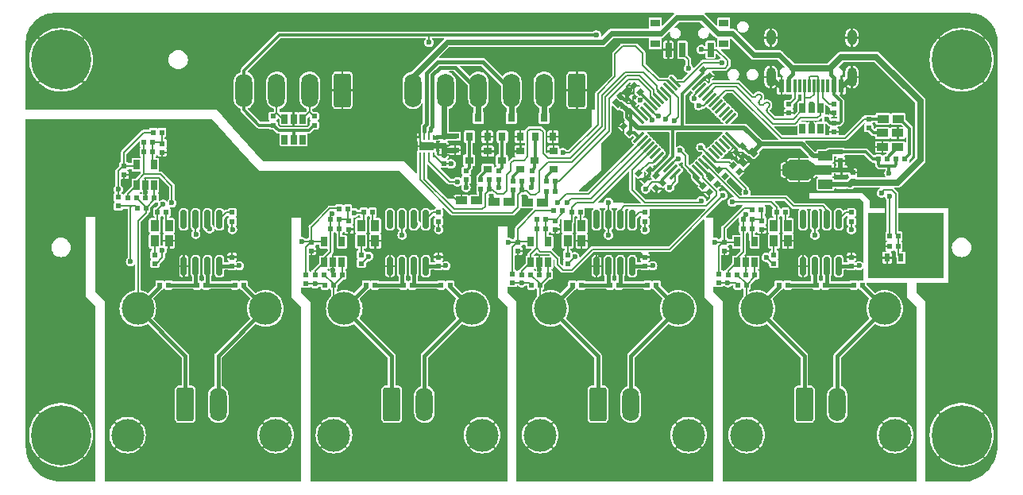
<source format=gbr>
%TF.GenerationSoftware,KiCad,Pcbnew,(7.0.0)*%
%TF.CreationDate,2023-06-01T21:15:46+02:00*%
%TF.ProjectId,temperature-logger,74656d70-6572-4617-9475-72652d6c6f67,rev?*%
%TF.SameCoordinates,Original*%
%TF.FileFunction,Copper,L1,Top*%
%TF.FilePolarity,Positive*%
%FSLAX46Y46*%
G04 Gerber Fmt 4.6, Leading zero omitted, Abs format (unit mm)*
G04 Created by KiCad (PCBNEW (7.0.0)) date 2023-06-01 21:15:46*
%MOMM*%
%LPD*%
G01*
G04 APERTURE LIST*
G04 Aperture macros list*
%AMRoundRect*
0 Rectangle with rounded corners*
0 $1 Rounding radius*
0 $2 $3 $4 $5 $6 $7 $8 $9 X,Y pos of 4 corners*
0 Add a 4 corners polygon primitive as box body*
4,1,4,$2,$3,$4,$5,$6,$7,$8,$9,$2,$3,0*
0 Add four circle primitives for the rounded corners*
1,1,$1+$1,$2,$3*
1,1,$1+$1,$4,$5*
1,1,$1+$1,$6,$7*
1,1,$1+$1,$8,$9*
0 Add four rect primitives between the rounded corners*
20,1,$1+$1,$2,$3,$4,$5,0*
20,1,$1+$1,$4,$5,$6,$7,0*
20,1,$1+$1,$6,$7,$8,$9,0*
20,1,$1+$1,$8,$9,$2,$3,0*%
%AMRotRect*
0 Rectangle, with rotation*
0 The origin of the aperture is its center*
0 $1 length*
0 $2 width*
0 $3 Rotation angle, in degrees counterclockwise*
0 Add horizontal line*
21,1,$1,$2,0,0,$3*%
%AMOutline4P*
0 Free polygon, 4 corners , with rotation*
0 The origin of the aperture is its center*
0 number of corners: always 4*
0 $1 to $8 corner X, Y*
0 $9 Rotation angle, in degrees counterclockwise*
0 create outline with 4 corners*
4,1,4,$1,$2,$3,$4,$5,$6,$7,$8,$1,$2,$9*%
G04 Aperture macros list end*
%TA.AperFunction,ComponentPad*%
%ADD10C,3.500000*%
%TD*%
%TA.AperFunction,SMDPad,CuDef*%
%ADD11RotRect,0.500000X0.600000X135.000000*%
%TD*%
%TA.AperFunction,SMDPad,CuDef*%
%ADD12RotRect,0.500000X0.600000X315.000000*%
%TD*%
%TA.AperFunction,SMDPad,CuDef*%
%ADD13RotRect,0.500000X0.600000X225.000000*%
%TD*%
%TA.AperFunction,SMDPad,CuDef*%
%ADD14RotRect,0.500000X0.600000X45.000000*%
%TD*%
%TA.AperFunction,SMDPad,CuDef*%
%ADD15R,0.900000X0.600000*%
%TD*%
%TA.AperFunction,SMDPad,CuDef*%
%ADD16R,0.600000X0.500000*%
%TD*%
%TA.AperFunction,SMDPad,CuDef*%
%ADD17RotRect,0.600000X0.900000X45.000000*%
%TD*%
%TA.AperFunction,SMDPad,CuDef*%
%ADD18RotRect,0.600000X0.900000X225.000000*%
%TD*%
%TA.AperFunction,SMDPad,CuDef*%
%ADD19R,0.500000X0.600000*%
%TD*%
%TA.AperFunction,SMDPad,CuDef*%
%ADD20R,0.850000X1.225000*%
%TD*%
%TA.AperFunction,ComponentPad*%
%ADD21C,0.800000*%
%TD*%
%TA.AperFunction,ComponentPad*%
%ADD22C,6.400000*%
%TD*%
%TA.AperFunction,SMDPad,CuDef*%
%ADD23R,0.600000X1.450000*%
%TD*%
%TA.AperFunction,SMDPad,CuDef*%
%ADD24R,0.300000X1.450000*%
%TD*%
%TA.AperFunction,ComponentPad*%
%ADD25O,1.000000X2.100000*%
%TD*%
%TA.AperFunction,ComponentPad*%
%ADD26O,1.000000X1.600000*%
%TD*%
%TA.AperFunction,ComponentPad*%
%ADD27RoundRect,0.250000X0.650000X1.550000X-0.650000X1.550000X-0.650000X-1.550000X0.650000X-1.550000X0*%
%TD*%
%TA.AperFunction,ComponentPad*%
%ADD28O,1.800000X3.600000*%
%TD*%
%TA.AperFunction,SMDPad,CuDef*%
%ADD29R,0.800000X0.900000*%
%TD*%
%TA.AperFunction,SMDPad,CuDef*%
%ADD30R,0.900000X0.800000*%
%TD*%
%TA.AperFunction,SMDPad,CuDef*%
%ADD31R,1.000000X0.800000*%
%TD*%
%TA.AperFunction,SMDPad,CuDef*%
%ADD32R,0.700000X1.500000*%
%TD*%
%TA.AperFunction,SMDPad,CuDef*%
%ADD33R,0.650000X1.060000*%
%TD*%
%TA.AperFunction,SMDPad,CuDef*%
%ADD34R,1.500000X1.000000*%
%TD*%
%TA.AperFunction,SMDPad,CuDef*%
%ADD35R,1.800000X1.000000*%
%TD*%
%TA.AperFunction,SMDPad,CuDef*%
%ADD36Outline4P,-1.100000X-0.500000X1.100000X-0.500000X0.400000X0.500000X-0.400000X0.500000X270.000000*%
%TD*%
%TA.AperFunction,SMDPad,CuDef*%
%ADD37R,1.840000X2.200000*%
%TD*%
%TA.AperFunction,SMDPad,CuDef*%
%ADD38Outline4P,-1.100000X-0.425000X1.100000X-0.425000X0.500000X0.425000X-0.500000X0.425000X90.000000*%
%TD*%
%TA.AperFunction,SMDPad,CuDef*%
%ADD39RoundRect,0.075000X-0.415425X-0.521491X0.521491X0.415425X0.415425X0.521491X-0.521491X-0.415425X0*%
%TD*%
%TA.AperFunction,SMDPad,CuDef*%
%ADD40RoundRect,0.075000X0.415425X-0.521491X0.521491X-0.415425X-0.415425X0.521491X-0.521491X0.415425X0*%
%TD*%
%TA.AperFunction,SMDPad,CuDef*%
%ADD41RoundRect,0.150000X0.150000X-0.825000X0.150000X0.825000X-0.150000X0.825000X-0.150000X-0.825000X0*%
%TD*%
%TA.AperFunction,SMDPad,CuDef*%
%ADD42R,1.225000X0.850000*%
%TD*%
%TA.AperFunction,ComponentPad*%
%ADD43RoundRect,0.250000X-0.650000X-1.550000X0.650000X-1.550000X0.650000X1.550000X-0.650000X1.550000X0*%
%TD*%
%TA.AperFunction,SMDPad,CuDef*%
%ADD44R,0.600000X0.900000*%
%TD*%
%TA.AperFunction,SMDPad,CuDef*%
%ADD45R,0.250000X0.500000*%
%TD*%
%TA.AperFunction,SMDPad,CuDef*%
%ADD46R,1.600000X0.900000*%
%TD*%
%TA.AperFunction,ViaPad*%
%ADD47C,0.600000*%
%TD*%
%TA.AperFunction,Conductor*%
%ADD48C,0.200000*%
%TD*%
%TA.AperFunction,Conductor*%
%ADD49C,0.300000*%
%TD*%
%TA.AperFunction,Conductor*%
%ADD50C,0.500000*%
%TD*%
%TA.AperFunction,Conductor*%
%ADD51C,0.400000*%
%TD*%
%TA.AperFunction,Conductor*%
%ADD52C,0.600000*%
%TD*%
%TA.AperFunction,Conductor*%
%ADD53C,0.700000*%
%TD*%
G04 APERTURE END LIST*
D10*
%TO.P,J2,1,Pin_1*%
%TO.N,Net-(FB1-Pad1)*%
X142800000Y-81500000D03*
%TO.P,J2,2,Pin_2*%
%TO.N,Net-(FB2-Pad1)*%
X129200000Y-81500000D03*
%TO.P,J2,MP,MountPin*%
%TO.N,GND*%
X143900000Y-95000000D03*
X128100000Y-95000000D03*
%TD*%
D11*
%TO.P,C1,1*%
%TO.N,GND*%
X124130436Y-56748708D03*
%TO.P,C1,2*%
%TO.N,+3V3*%
X123465756Y-56084028D03*
%TD*%
D12*
%TO.P,C2,1*%
%TO.N,GND*%
X114980475Y-62094436D03*
%TO.P,C2,2*%
%TO.N,+3V3*%
X115645155Y-62759116D03*
%TD*%
D13*
%TO.P,C3,1*%
%TO.N,GND*%
X115998708Y-59619562D03*
%TO.P,C3,2*%
%TO.N,+3V3*%
X115334028Y-60284242D03*
%TD*%
D12*
%TO.P,C4,1*%
%TO.N,GND*%
X117767659Y-66717659D03*
%TO.P,C4,2*%
%TO.N,+3V3*%
X118432339Y-67382339D03*
%TD*%
D14*
%TO.P,C5,1*%
%TO.N,GND*%
X127001290Y-64880436D03*
%TO.P,C5,2*%
%TO.N,+3V3*%
X127665970Y-64215756D03*
%TD*%
D15*
%TO.P,C6,1*%
%TO.N,GND*%
X138199999Y-66749999D03*
%TO.P,C6,2*%
%TO.N,VBUS*%
X138199999Y-68249999D03*
%TD*%
D16*
%TO.P,C7,1*%
%TO.N,GND*%
X139399999Y-67029999D03*
%TO.P,C7,2*%
%TO.N,VBUS*%
X139399999Y-67969999D03*
%TD*%
D17*
%TO.P,C8,1*%
%TO.N,GND*%
X127669669Y-65930329D03*
%TO.P,C8,2*%
%TO.N,+3V3*%
X128730329Y-64869669D03*
%TD*%
D18*
%TO.P,C9,1*%
%TO.N,GND*%
X115330329Y-58569669D03*
%TO.P,C9,2*%
%TO.N,+3V3*%
X114269669Y-59630329D03*
%TD*%
D16*
%TO.P,C10,1*%
%TO.N,GND*%
X138099999Y-65769999D03*
%TO.P,C10,2*%
%TO.N,+3V3*%
X138099999Y-64829999D03*
%TD*%
%TO.P,C11,1*%
%TO.N,GND*%
X137399999Y-62669999D03*
%TO.P,C11,2*%
%TO.N,VBUS*%
X137399999Y-61729999D03*
%TD*%
D11*
%TO.P,C12,1*%
%TO.N,GND*%
X117232339Y-67732339D03*
%TO.P,C12,2*%
%TO.N,Net-(C12-Pad2)*%
X116567659Y-67067659D03*
%TD*%
D16*
%TO.P,C13,1*%
%TO.N,GND*%
X139249999Y-76029999D03*
%TO.P,C13,2*%
%TO.N,+3V3*%
X139249999Y-76969999D03*
%TD*%
D19*
%TO.P,C14,1*%
%TO.N,Net-(C14-Pad1)*%
X136469999Y-78999999D03*
%TO.P,C14,2*%
%TO.N,Net-(C14-Pad2)*%
X135529999Y-78999999D03*
%TD*%
D16*
%TO.P,C15,1*%
%TO.N,GND*%
X117249999Y-76029999D03*
%TO.P,C15,2*%
%TO.N,+3V3*%
X117249999Y-76969999D03*
%TD*%
D19*
%TO.P,C16,1*%
%TO.N,Net-(C16-Pad1)*%
X114469999Y-78999999D03*
%TO.P,C16,2*%
%TO.N,Net-(C16-Pad2)*%
X113529999Y-78999999D03*
%TD*%
D16*
%TO.P,C17,1*%
%TO.N,GND*%
X95249999Y-76029999D03*
%TO.P,C17,2*%
%TO.N,+3V3*%
X95249999Y-76969999D03*
%TD*%
D19*
%TO.P,C18,1*%
%TO.N,Net-(C18-Pad1)*%
X92469999Y-78999999D03*
%TO.P,C18,2*%
%TO.N,Net-(C18-Pad2)*%
X91529999Y-78999999D03*
%TD*%
D16*
%TO.P,C19,1*%
%TO.N,GND*%
X73249999Y-76029999D03*
%TO.P,C19,2*%
%TO.N,+3V3*%
X73249999Y-76969999D03*
%TD*%
D19*
%TO.P,C20,1*%
%TO.N,Net-(C20-Pad1)*%
X70469999Y-78999999D03*
%TO.P,C20,2*%
%TO.N,Net-(C20-Pad2)*%
X69529999Y-78999999D03*
%TD*%
D15*
%TO.P,C22,1*%
%TO.N,GND*%
X96999999Y-64649999D03*
%TO.P,C22,2*%
%TO.N,VM*%
X96999999Y-63149999D03*
%TD*%
D16*
%TO.P,C23,1*%
%TO.N,GND*%
X95799999Y-65129999D03*
%TO.P,C23,2*%
%TO.N,+3V3*%
X95799999Y-66069999D03*
%TD*%
D20*
%TO.P,D1,1,K*%
%TO.N,LED0*%
X130999999Y-72687499D03*
%TO.P,D1,2,A*%
%TO.N,Net-(D1-Pad2)*%
X130999999Y-74312499D03*
%TD*%
%TO.P,D2,1,K*%
%TO.N,GND*%
X132499999Y-74312499D03*
%TO.P,D2,2,A*%
%TO.N,Net-(D2-Pad2)*%
X132499999Y-72687499D03*
%TD*%
%TO.P,D3,1,K*%
%TO.N,LED1*%
X108999999Y-72687499D03*
%TO.P,D3,2,A*%
%TO.N,Net-(D3-Pad2)*%
X108999999Y-74312499D03*
%TD*%
%TO.P,D4,1,K*%
%TO.N,GND*%
X110499999Y-74312499D03*
%TO.P,D4,2,A*%
%TO.N,Net-(D4-Pad2)*%
X110499999Y-72687499D03*
%TD*%
%TO.P,D5,1,K*%
%TO.N,LED2*%
X86999999Y-72687499D03*
%TO.P,D5,2,A*%
%TO.N,Net-(D5-Pad2)*%
X86999999Y-74312499D03*
%TD*%
%TO.P,D6,1,K*%
%TO.N,GND*%
X88499998Y-74312499D03*
%TO.P,D6,2,A*%
%TO.N,Net-(D6-Pad2)*%
X88499998Y-72687499D03*
%TD*%
%TO.P,D7,1,K*%
%TO.N,LED3*%
X64999999Y-72687499D03*
%TO.P,D7,2,A*%
%TO.N,Net-(D7-Pad2)*%
X64999999Y-74312499D03*
%TD*%
%TO.P,D8,1,K*%
%TO.N,GND*%
X66499999Y-74312499D03*
%TO.P,D8,2,A*%
%TO.N,Net-(D8-Pad2)*%
X66499999Y-72687499D03*
%TD*%
D19*
%TO.P,FB1,1*%
%TO.N,Net-(FB1-Pad1)*%
X140444999Y-78999999D03*
%TO.P,FB1,2*%
%TO.N,Net-(C14-Pad1)*%
X139504999Y-78999999D03*
%TD*%
%TO.P,FB2,1*%
%TO.N,Net-(FB2-Pad1)*%
X131529999Y-78999999D03*
%TO.P,FB2,2*%
%TO.N,Net-(C14-Pad2)*%
X132469999Y-78999999D03*
%TD*%
%TO.P,FB3,1*%
%TO.N,Net-(FB3-Pad1)*%
X118469999Y-78999999D03*
%TO.P,FB3,2*%
%TO.N,Net-(C16-Pad1)*%
X117529999Y-78999999D03*
%TD*%
%TO.P,FB4,1*%
%TO.N,Net-(FB4-Pad1)*%
X109529999Y-78999999D03*
%TO.P,FB4,2*%
%TO.N,Net-(C16-Pad2)*%
X110469999Y-78999999D03*
%TD*%
%TO.P,FB5,1*%
%TO.N,Net-(FB5-Pad1)*%
X96469999Y-78999999D03*
%TO.P,FB5,2*%
%TO.N,Net-(C18-Pad1)*%
X95529999Y-78999999D03*
%TD*%
%TO.P,FB6,1*%
%TO.N,Net-(FB6-Pad1)*%
X87529999Y-78999999D03*
%TO.P,FB6,2*%
%TO.N,Net-(C18-Pad2)*%
X88469999Y-78999999D03*
%TD*%
%TO.P,FB7,1*%
%TO.N,Net-(FB7-Pad1)*%
X74469999Y-78999999D03*
%TO.P,FB7,2*%
%TO.N,Net-(C20-Pad1)*%
X73529999Y-78999999D03*
%TD*%
%TO.P,FB8,1*%
%TO.N,Net-(FB8-Pad1)*%
X65529999Y-78999999D03*
%TO.P,FB8,2*%
%TO.N,Net-(C20-Pad2)*%
X66469999Y-78999999D03*
%TD*%
D21*
%TO.P,H1,1,1*%
%TO.N,GND*%
X52600000Y-55000000D03*
X53302944Y-53302944D03*
X53302944Y-56697056D03*
X55000000Y-52600000D03*
D22*
X55000000Y-55000000D03*
D21*
X55000000Y-57400000D03*
X56697056Y-53302944D03*
X56697056Y-56697056D03*
X57400000Y-55000000D03*
%TD*%
%TO.P,H2,1,1*%
%TO.N,GND*%
X148600000Y-55000000D03*
X149302944Y-53302944D03*
X149302944Y-56697056D03*
X151000000Y-52600000D03*
D22*
X151000000Y-55000000D03*
D21*
X151000000Y-57400000D03*
X152697056Y-53302944D03*
X152697056Y-56697056D03*
X153400000Y-55000000D03*
%TD*%
%TO.P,H3,1,1*%
%TO.N,GND*%
X52600000Y-95000000D03*
X53302944Y-93302944D03*
X53302944Y-96697056D03*
X55000000Y-92600000D03*
D22*
X55000000Y-95000000D03*
D21*
X55000000Y-97400000D03*
X56697056Y-93302944D03*
X56697056Y-96697056D03*
X57400000Y-95000000D03*
%TD*%
%TO.P,H4,1,1*%
%TO.N,GND*%
X148600000Y-95000000D03*
X149302944Y-93302944D03*
X149302944Y-96697056D03*
X151000000Y-92600000D03*
D22*
X151000000Y-95000000D03*
D21*
X151000000Y-97400000D03*
X152697056Y-93302944D03*
X152697056Y-96697056D03*
X153400000Y-95000000D03*
%TD*%
D23*
%TO.P,J1,A1,GND*%
%TO.N,GND*%
X138199999Y-57749999D03*
%TO.P,J1,A4,VBUS*%
%TO.N,VBUS*%
X137399999Y-57749999D03*
D24*
%TO.P,J1,A5,CC1*%
%TO.N,Net-(J1-PadA5)*%
X136249999Y-57749999D03*
%TO.P,J1,A6,D+*%
%TO.N,D+*%
X135249999Y-57749999D03*
%TO.P,J1,A7,D-*%
%TO.N,D-*%
X134749999Y-57749999D03*
%TO.P,J1,A8,SBU1*%
%TO.N,unconnected-(J1-PadA8)*%
X133749999Y-57749999D03*
D23*
%TO.P,J1,A9,VBUS*%
%TO.N,VBUS*%
X137399999Y-57749999D03*
%TO.P,J1,A12,GND*%
%TO.N,GND*%
X138199999Y-57749999D03*
%TO.P,J1,B1,GND*%
X131799999Y-57749999D03*
%TO.P,J1,B4,VBUS*%
%TO.N,VBUS*%
X132599999Y-57749999D03*
D24*
%TO.P,J1,B5,CC2*%
%TO.N,Net-(J1-PadB5)*%
X133249999Y-57749999D03*
%TO.P,J1,B6,D+*%
%TO.N,D+*%
X134249999Y-57749999D03*
%TO.P,J1,B7,D-*%
%TO.N,D-*%
X135749999Y-57749999D03*
%TO.P,J1,B8,SBU2*%
%TO.N,unconnected-(J1-PadB8)*%
X136749999Y-57749999D03*
D23*
%TO.P,J1,B9,VBUS*%
%TO.N,VBUS*%
X132599999Y-57749999D03*
%TO.P,J1,B12,GND*%
%TO.N,GND*%
X131799999Y-57749999D03*
D25*
%TO.P,J1,S1,SHIELD*%
X139319999Y-56834999D03*
D26*
X139319999Y-52654999D03*
D25*
X130679999Y-56834999D03*
D26*
X130679999Y-52654999D03*
%TD*%
D10*
%TO.P,J3,1,Pin_1*%
%TO.N,Net-(FB3-Pad1)*%
X120800000Y-81500000D03*
%TO.P,J3,2,Pin_2*%
%TO.N,Net-(FB4-Pad1)*%
X107200000Y-81500000D03*
%TO.P,J3,MP,MountPin*%
%TO.N,GND*%
X121900000Y-95000000D03*
X106100000Y-95000000D03*
%TD*%
%TO.P,J4,1,Pin_1*%
%TO.N,Net-(FB5-Pad1)*%
X98800000Y-81500000D03*
%TO.P,J4,2,Pin_2*%
%TO.N,Net-(FB6-Pad1)*%
X85200000Y-81500000D03*
%TO.P,J4,MP,MountPin*%
%TO.N,GND*%
X99900000Y-95000000D03*
X84100000Y-95000000D03*
%TD*%
%TO.P,J5,1,Pin_1*%
%TO.N,Net-(FB7-Pad1)*%
X76800000Y-81500000D03*
%TO.P,J5,2,Pin_2*%
%TO.N,Net-(FB8-Pad1)*%
X63200000Y-81500000D03*
%TO.P,J5,MP,MountPin*%
%TO.N,GND*%
X77900000Y-95000000D03*
X62100000Y-95000000D03*
%TD*%
D27*
%TO.P,J6,1,Pin_1*%
%TO.N,GND*%
X110000000Y-58250000D03*
D28*
%TO.P,J6,2,Pin_2*%
%TO.N,Net-(J6-Pad2)*%
X106499999Y-58249999D03*
%TO.P,J6,3,Pin_3*%
%TO.N,Net-(J6-Pad3)*%
X102999999Y-58249999D03*
%TO.P,J6,4,Pin_4*%
%TO.N,Net-(J6-Pad4)*%
X99499999Y-58249999D03*
%TO.P,J6,5,Pin_5*%
%TO.N,VM*%
X95999999Y-58249999D03*
%TO.P,J6,6,Pin_6*%
%TO.N,VBUS*%
X92499999Y-58249999D03*
%TD*%
D27*
%TO.P,J7,1,Pin_1*%
%TO.N,GND*%
X85000000Y-58250000D03*
D28*
%TO.P,J7,2,Pin_2*%
%TO.N,SDA*%
X81499999Y-58249999D03*
%TO.P,J7,3,Pin_3*%
%TO.N,SCL*%
X77999999Y-58249999D03*
%TO.P,J7,4,Pin_4*%
%TO.N,+3V3*%
X74499999Y-58249999D03*
%TD*%
D29*
%TO.P,Q1,1,G*%
%TO.N,Net-(Q1-Pad1)*%
X105549999Y-63199999D03*
%TO.P,Q1,2,S*%
%TO.N,GND*%
X107449999Y-63199999D03*
%TO.P,Q1,3,D*%
%TO.N,Net-(J6-Pad2)*%
X106499999Y-61199999D03*
%TD*%
D30*
%TO.P,Q2,1,B*%
%TO.N,Net-(Q2-Pad1)*%
X107499999Y-66649999D03*
%TO.P,Q2,2,E*%
%TO.N,GND*%
X107499999Y-64749999D03*
%TO.P,Q2,3,C*%
%TO.N,Net-(Q1-Pad1)*%
X105499999Y-65699999D03*
%TD*%
D29*
%TO.P,Q3,1,G*%
%TO.N,Net-(Q3-Pad1)*%
X102049999Y-63199999D03*
%TO.P,Q3,2,S*%
%TO.N,GND*%
X103949999Y-63199999D03*
%TO.P,Q3,3,D*%
%TO.N,Net-(J6-Pad3)*%
X102999999Y-61199999D03*
%TD*%
D30*
%TO.P,Q4,1,B*%
%TO.N,Net-(Q4-Pad1)*%
X103999999Y-66649999D03*
%TO.P,Q4,2,E*%
%TO.N,GND*%
X103999999Y-64749999D03*
%TO.P,Q4,3,C*%
%TO.N,Net-(Q3-Pad1)*%
X101999999Y-65699999D03*
%TD*%
D29*
%TO.P,Q5,1,G*%
%TO.N,Net-(Q5-Pad1)*%
X98549999Y-63199999D03*
%TO.P,Q5,2,S*%
%TO.N,GND*%
X100449999Y-63199999D03*
%TO.P,Q5,3,D*%
%TO.N,Net-(J6-Pad4)*%
X99499999Y-61199999D03*
%TD*%
D30*
%TO.P,Q6,1,B*%
%TO.N,Net-(Q6-Pad1)*%
X100499999Y-66649999D03*
%TO.P,Q6,2,E*%
%TO.N,GND*%
X100499999Y-64749999D03*
%TO.P,Q6,3,C*%
%TO.N,Net-(Q5-Pad1)*%
X98499999Y-65699999D03*
%TD*%
D16*
%TO.P,R1,1*%
%TO.N,GND*%
X137399999Y-60669999D03*
%TO.P,R1,2*%
%TO.N,Net-(J1-PadA5)*%
X137399999Y-59729999D03*
%TD*%
%TO.P,R2,1*%
%TO.N,Net-(J1-PadB5)*%
X132599999Y-59729999D03*
%TO.P,R2,2*%
%TO.N,GND*%
X132599999Y-60669999D03*
%TD*%
D12*
%TO.P,R3,1*%
%TO.N,GND*%
X116067659Y-57767659D03*
%TO.P,R3,2*%
%TO.N,Net-(JP1-Pad1)*%
X116732339Y-58432339D03*
%TD*%
D16*
%TO.P,R4,1*%
%TO.N,+3V3*%
X130999999Y-76719999D03*
%TO.P,R4,2*%
%TO.N,Net-(D1-Pad2)*%
X130999999Y-75779999D03*
%TD*%
D19*
%TO.P,R5,1*%
%TO.N,Net-(D2-Pad2)*%
X132219999Y-71249999D03*
%TO.P,R5,2*%
%TO.N,LED0*%
X131279999Y-71249999D03*
%TD*%
D16*
%TO.P,R6,1*%
%TO.N,SCK*%
X139249999Y-72219999D03*
%TO.P,R6,2*%
%TO.N,Net-(R6-Pad2)*%
X139249999Y-71279999D03*
%TD*%
%TO.P,R7,1*%
%TO.N,+3V3*%
X108999999Y-76719999D03*
%TO.P,R7,2*%
%TO.N,Net-(D3-Pad2)*%
X108999999Y-75779999D03*
%TD*%
D19*
%TO.P,R8,1*%
%TO.N,Net-(D4-Pad2)*%
X110369999Y-71249999D03*
%TO.P,R8,2*%
%TO.N,LED1*%
X109429999Y-71249999D03*
%TD*%
D16*
%TO.P,R9,1*%
%TO.N,SCK*%
X117249999Y-72219999D03*
%TO.P,R9,2*%
%TO.N,Net-(R9-Pad2)*%
X117249999Y-71279999D03*
%TD*%
%TO.P,R10,1*%
%TO.N,+3V3*%
X86999999Y-76719999D03*
%TO.P,R10,2*%
%TO.N,Net-(D5-Pad2)*%
X86999999Y-75779999D03*
%TD*%
D19*
%TO.P,R11,1*%
%TO.N,Net-(D6-Pad2)*%
X88219999Y-71249999D03*
%TO.P,R11,2*%
%TO.N,LED2*%
X87279999Y-71249999D03*
%TD*%
D16*
%TO.P,R12,1*%
%TO.N,SCK*%
X95249999Y-72219999D03*
%TO.P,R12,2*%
%TO.N,Net-(R12-Pad2)*%
X95249999Y-71279999D03*
%TD*%
%TO.P,R13,1*%
%TO.N,+3V3*%
X64999999Y-76719999D03*
%TO.P,R13,2*%
%TO.N,Net-(D7-Pad2)*%
X64999999Y-75779999D03*
%TD*%
D19*
%TO.P,R14,1*%
%TO.N,Net-(D8-Pad2)*%
X66219999Y-71249999D03*
%TO.P,R14,2*%
%TO.N,LED3*%
X65279999Y-71249999D03*
%TD*%
D16*
%TO.P,R15,1*%
%TO.N,SCK*%
X73249999Y-72219999D03*
%TO.P,R15,2*%
%TO.N,Net-(R15-Pad2)*%
X73249999Y-71279999D03*
%TD*%
%TO.P,R16,1*%
%TO.N,+3V3*%
X81999999Y-61969999D03*
%TO.P,R16,2*%
%TO.N,SDA*%
X81999999Y-61029999D03*
%TD*%
%TO.P,R17,1*%
%TO.N,SCL*%
X77599999Y-61029999D03*
%TO.P,R17,2*%
%TO.N,+3V3*%
X77599999Y-61969999D03*
%TD*%
%TO.P,R18,1*%
%TO.N,Net-(Q1-Pad1)*%
X105199999Y-66829999D03*
%TO.P,R18,2*%
%TO.N,VBUS*%
X105199999Y-67769999D03*
%TD*%
D19*
%TO.P,R19,1*%
%TO.N,Net-(Q2-Pad1)*%
X106729999Y-67899999D03*
%TO.P,R19,2*%
%TO.N,OUT2*%
X107669999Y-67899999D03*
%TD*%
D16*
%TO.P,R20,1*%
%TO.N,Net-(Q3-Pad1)*%
X101699999Y-66829999D03*
%TO.P,R20,2*%
%TO.N,VBUS*%
X101699999Y-67769999D03*
%TD*%
D19*
%TO.P,R21,1*%
%TO.N,Net-(Q4-Pad1)*%
X103229999Y-67899999D03*
%TO.P,R21,2*%
%TO.N,OUT1*%
X104169999Y-67899999D03*
%TD*%
D16*
%TO.P,R22,1*%
%TO.N,Net-(Q5-Pad1)*%
X98199999Y-66829999D03*
%TO.P,R22,2*%
%TO.N,VBUS*%
X98199999Y-67769999D03*
%TD*%
D31*
%TO.P,SW1,*%
%TO.N,*%
X125649999Y-53279999D03*
X125649999Y-51069999D03*
X118349999Y-53279999D03*
X118349999Y-51069999D03*
D32*
%TO.P,SW1,1,A*%
%TO.N,+3V3*%
X124249999Y-53929999D03*
%TO.P,SW1,2,B*%
%TO.N,SW_SCPI_CSV*%
X121249999Y-53929999D03*
%TO.P,SW1,3,C*%
%TO.N,GND*%
X119749999Y-53929999D03*
%TD*%
D33*
%TO.P,U1,1,IO1*%
%TO.N,unconnected-(U1-Pad1)*%
X134049999Y-62349999D03*
%TO.P,U1,2,GND*%
%TO.N,GND*%
X134999999Y-62349999D03*
%TO.P,U1,3,IO2*%
%TO.N,unconnected-(U1-Pad3)*%
X135949999Y-62349999D03*
%TO.P,U1,4,IO3*%
%TO.N,D-*%
X135949999Y-60149999D03*
%TO.P,U1,5,VBUS*%
%TO.N,VBUS*%
X134999999Y-60149999D03*
%TO.P,U1,6,IO4*%
%TO.N,D+*%
X134049999Y-60149999D03*
%TD*%
D34*
%TO.P,U2,1,VIN*%
%TO.N,VBUS*%
X136479999Y-68249999D03*
D35*
%TO.P,U2,2,GND*%
%TO.N,GND*%
X136333499Y-66749999D03*
D36*
X135076200Y-66750000D03*
D37*
X133666499Y-66749999D03*
D38*
X132333000Y-66750000D03*
D34*
%TO.P,U2,3,VOUT*%
%TO.N,+3V3*%
X136479999Y-65249999D03*
%TD*%
D39*
%TO.P,U3,1,VBAT*%
%TO.N,+3V3*%
X116612124Y-63248788D03*
%TO.P,U3,2,PC13*%
%TO.N,LED3*%
X116965678Y-63602342D03*
%TO.P,U3,3,PC14*%
%TO.N,LED2*%
X117319231Y-63955895D03*
%TO.P,U3,4,PC15*%
%TO.N,LED1*%
X117672785Y-64309449D03*
%TO.P,U3,5,PF0*%
%TO.N,LED0*%
X118026338Y-64663002D03*
%TO.P,U3,6,PF1*%
%TO.N,unconnected-(U3-Pad6)*%
X118379891Y-65016555D03*
%TO.P,U3,7,NRST*%
%TO.N,Net-(C12-Pad2)*%
X118733445Y-65370109D03*
%TO.P,U3,8,VSSA*%
%TO.N,GND*%
X119086998Y-65723662D03*
%TO.P,U3,9,VDDA*%
%TO.N,+3V3*%
X119440551Y-66077215D03*
%TO.P,U3,10,PA0*%
%TO.N,CS3*%
X119794105Y-66430769D03*
%TO.P,U3,11,PA1*%
%TO.N,NTC3*%
X120147658Y-66784322D03*
%TO.P,U3,12,PA2*%
%TO.N,CS2*%
X120501212Y-67137876D03*
D40*
%TO.P,U3,13,PA3*%
%TO.N,NTC2*%
X122498788Y-67137876D03*
%TO.P,U3,14,PA4*%
%TO.N,CS1*%
X122852342Y-66784322D03*
%TO.P,U3,15,PA5*%
%TO.N,NTC1*%
X123205895Y-66430769D03*
%TO.P,U3,16,PA6*%
%TO.N,CS0*%
X123559449Y-66077215D03*
%TO.P,U3,17,PA7*%
%TO.N,NTC0*%
X123913002Y-65723662D03*
%TO.P,U3,18,PB0*%
%TO.N,NTC_BOARD*%
X124266555Y-65370109D03*
%TO.P,U3,19,PB1*%
%TO.N,unconnected-(U3-Pad19)*%
X124620109Y-65016555D03*
%TO.P,U3,20,PB2*%
%TO.N,unconnected-(U3-Pad20)*%
X124973662Y-64663002D03*
%TO.P,U3,21,PB10*%
%TO.N,unconnected-(U3-Pad21)*%
X125327215Y-64309449D03*
%TO.P,U3,22,PB11*%
%TO.N,unconnected-(U3-Pad22)*%
X125680769Y-63955895D03*
%TO.P,U3,23,VSS*%
%TO.N,GND*%
X126034322Y-63602342D03*
%TO.P,U3,24,VDD*%
%TO.N,+3V3*%
X126387876Y-63248788D03*
D39*
%TO.P,U3,25,PB12*%
%TO.N,unconnected-(U3-Pad25)*%
X126387876Y-61251212D03*
%TO.P,U3,26,PB13*%
%TO.N,unconnected-(U3-Pad26)*%
X126034322Y-60897658D03*
%TO.P,U3,27,PB14*%
%TO.N,unconnected-(U3-Pad27)*%
X125680769Y-60544105D03*
%TO.P,U3,28,PB15*%
%TO.N,unconnected-(U3-Pad28)*%
X125327215Y-60190551D03*
%TO.P,U3,29,PA8*%
%TO.N,unconnected-(U3-Pad29)*%
X124973662Y-59836998D03*
%TO.P,U3,30,PA9*%
%TO.N,STATUS_LED*%
X124620109Y-59483445D03*
%TO.P,U3,31,PA10*%
%TO.N,SW_SCPI_CSV*%
X124266555Y-59129891D03*
%TO.P,U3,32,PA11*%
%TO.N,D-*%
X123913002Y-58776338D03*
%TO.P,U3,33,PA12*%
%TO.N,D+*%
X123559449Y-58422785D03*
%TO.P,U3,34,PA13*%
%TO.N,SWDIO*%
X123205895Y-58069231D03*
%TO.P,U3,35,VSS*%
%TO.N,GND*%
X122852342Y-57715678D03*
%TO.P,U3,36,VDDIO2*%
%TO.N,+3V3*%
X122498788Y-57362124D03*
D40*
%TO.P,U3,37,PA14*%
%TO.N,SWCLK*%
X120501212Y-57362124D03*
%TO.P,U3,38,PA15*%
%TO.N,OUT_nSLEEP*%
X120147658Y-57715678D03*
%TO.P,U3,39,PB3*%
%TO.N,SCK*%
X119794105Y-58069231D03*
%TO.P,U3,40,PB4*%
%TO.N,CIPO*%
X119440551Y-58422785D03*
%TO.P,U3,41,PB5*%
%TO.N,OUT0*%
X119086998Y-58776338D03*
%TO.P,U3,42,PB6*%
%TO.N,OUT1*%
X118733445Y-59129891D03*
%TO.P,U3,43,PB7*%
%TO.N,OUT2*%
X118379891Y-59483445D03*
%TO.P,U3,44,BOOT0*%
%TO.N,Net-(JP1-Pad1)*%
X118026338Y-59836998D03*
%TO.P,U3,45,PB8*%
%TO.N,SCL*%
X117672785Y-60190551D03*
%TO.P,U3,46,PB9*%
%TO.N,SDA*%
X117319231Y-60544105D03*
%TO.P,U3,47,VSS*%
%TO.N,GND*%
X116965678Y-60897658D03*
%TO.P,U3,48,VDD*%
%TO.N,+3V3*%
X116612124Y-61251212D03*
%TD*%
D41*
%TO.P,U4,1,GND*%
%TO.N,GND*%
X134095000Y-76975000D03*
%TO.P,U4,2,T-*%
%TO.N,Net-(C14-Pad2)*%
X135365000Y-76975000D03*
%TO.P,U4,3,T+*%
%TO.N,Net-(C14-Pad1)*%
X136635000Y-76975000D03*
%TO.P,U4,4,VCC*%
%TO.N,+3V3*%
X137905000Y-76975000D03*
%TO.P,U4,5,SCK*%
%TO.N,Net-(R6-Pad2)*%
X137905000Y-72025000D03*
%TO.P,U4,6,~{CS}*%
%TO.N,CS0*%
X136635000Y-72025000D03*
%TO.P,U4,7,SO*%
%TO.N,CIPO*%
X135365000Y-72025000D03*
%TO.P,U4,8*%
%TO.N,N/C*%
X134095000Y-72025000D03*
%TD*%
%TO.P,U5,1,GND*%
%TO.N,GND*%
X112095000Y-76975000D03*
%TO.P,U5,2,T-*%
%TO.N,Net-(C16-Pad2)*%
X113365000Y-76975000D03*
%TO.P,U5,3,T+*%
%TO.N,Net-(C16-Pad1)*%
X114635000Y-76975000D03*
%TO.P,U5,4,VCC*%
%TO.N,+3V3*%
X115905000Y-76975000D03*
%TO.P,U5,5,SCK*%
%TO.N,Net-(R9-Pad2)*%
X115905000Y-72025000D03*
%TO.P,U5,6,~{CS}*%
%TO.N,CS1*%
X114635000Y-72025000D03*
%TO.P,U5,7,SO*%
%TO.N,CIPO*%
X113365000Y-72025000D03*
%TO.P,U5,8*%
%TO.N,N/C*%
X112095000Y-72025000D03*
%TD*%
%TO.P,U6,1,GND*%
%TO.N,GND*%
X90095000Y-76975000D03*
%TO.P,U6,2,T-*%
%TO.N,Net-(C18-Pad2)*%
X91365000Y-76975000D03*
%TO.P,U6,3,T+*%
%TO.N,Net-(C18-Pad1)*%
X92635000Y-76975000D03*
%TO.P,U6,4,VCC*%
%TO.N,+3V3*%
X93905000Y-76975000D03*
%TO.P,U6,5,SCK*%
%TO.N,Net-(R12-Pad2)*%
X93905000Y-72025000D03*
%TO.P,U6,6,~{CS}*%
%TO.N,CS2*%
X92635000Y-72025000D03*
%TO.P,U6,7,SO*%
%TO.N,CIPO*%
X91365000Y-72025000D03*
%TO.P,U6,8*%
%TO.N,N/C*%
X90095000Y-72025000D03*
%TD*%
%TO.P,U7,1,GND*%
%TO.N,GND*%
X68095000Y-76975000D03*
%TO.P,U7,2,T-*%
%TO.N,Net-(C20-Pad2)*%
X69365000Y-76975000D03*
%TO.P,U7,3,T+*%
%TO.N,Net-(C20-Pad1)*%
X70635000Y-76975000D03*
%TO.P,U7,4,VCC*%
%TO.N,+3V3*%
X71905000Y-76975000D03*
%TO.P,U7,5,SCK*%
%TO.N,Net-(R15-Pad2)*%
X71905000Y-72025000D03*
%TO.P,U7,6,~{CS}*%
%TO.N,CS3*%
X70635000Y-72025000D03*
%TO.P,U7,7,SO*%
%TO.N,CIPO*%
X69365000Y-72025000D03*
%TO.P,U7,8*%
%TO.N,N/C*%
X68095000Y-72025000D03*
%TD*%
D11*
%TO.P,C24,1*%
%TO.N,GND*%
X127307339Y-66932339D03*
%TO.P,C24,2*%
%TO.N,NTC_BOARD*%
X126642659Y-66267659D03*
%TD*%
%TO.P,C25,1*%
%TO.N,GND*%
X125832339Y-67432339D03*
%TO.P,C25,2*%
%TO.N,NTC0*%
X125167659Y-66767659D03*
%TD*%
D19*
%TO.P,C26,1*%
%TO.N,NTC0*%
X127729999Y-71999999D03*
%TO.P,C26,2*%
%TO.N,Net-(C26-Pad2)*%
X128669999Y-71999999D03*
%TD*%
D11*
%TO.P,C27,1*%
%TO.N,GND*%
X124982339Y-68282339D03*
%TO.P,C27,2*%
%TO.N,NTC1*%
X124317659Y-67617659D03*
%TD*%
D19*
%TO.P,C28,1*%
%TO.N,NTC1*%
X105729999Y-71999999D03*
%TO.P,C28,2*%
%TO.N,Net-(C28-Pad2)*%
X106669999Y-71999999D03*
%TD*%
D11*
%TO.P,C29,1*%
%TO.N,GND*%
X124132339Y-69132339D03*
%TO.P,C29,2*%
%TO.N,NTC2*%
X123467659Y-68467659D03*
%TD*%
D19*
%TO.P,C30,1*%
%TO.N,NTC2*%
X83729999Y-71999999D03*
%TO.P,C30,2*%
%TO.N,Net-(C30-Pad2)*%
X84669999Y-71999999D03*
%TD*%
D14*
%TO.P,C31,1*%
%TO.N,GND*%
X118467659Y-68732339D03*
%TO.P,C31,2*%
%TO.N,NTC3*%
X119132339Y-68067659D03*
%TD*%
D19*
%TO.P,C32,1*%
%TO.N,NTC3*%
X63829999Y-63799999D03*
%TO.P,C32,2*%
%TO.N,Net-(C32-Pad2)*%
X64769999Y-63799999D03*
%TD*%
D42*
%TO.P,D9,1,K*%
%TO.N,STATUS_LED*%
X142612499Y-61299999D03*
%TO.P,D9,2,A*%
%TO.N,Net-(D9-Pad2)*%
X144237499Y-61299999D03*
%TD*%
%TO.P,D10,1,K*%
%TO.N,GND*%
X144212499Y-62799999D03*
%TO.P,D10,2,A*%
%TO.N,Net-(D10-Pad2)*%
X142587499Y-62799999D03*
%TD*%
%TO.P,D11,1,K*%
%TO.N,GND*%
X142587499Y-64299999D03*
%TO.P,D11,2,A*%
%TO.N,Net-(D11-Pad2)*%
X144212499Y-64299999D03*
%TD*%
%TO.P,D12,1,K*%
%TO.N,GND*%
X104687499Y-70199999D03*
%TO.P,D12,2,A*%
%TO.N,Net-(D12-Pad2)*%
X106312499Y-70199999D03*
%TD*%
%TO.P,D13,1,K*%
%TO.N,GND*%
X101187499Y-70099999D03*
%TO.P,D13,2,A*%
%TO.N,Net-(D13-Pad2)*%
X102812499Y-70099999D03*
%TD*%
%TO.P,D14,1,K*%
%TO.N,GND*%
X97687499Y-69999999D03*
%TO.P,D14,2,A*%
%TO.N,Net-(D14-Pad2)*%
X99312499Y-69999999D03*
%TD*%
D43*
%TO.P,J8,1,Pin_1*%
%TO.N,Net-(FB2-Pad1)*%
X134250000Y-91700000D03*
D28*
%TO.P,J8,2,Pin_2*%
%TO.N,Net-(FB1-Pad1)*%
X137749999Y-91699999D03*
%TD*%
D43*
%TO.P,J9,1,Pin_1*%
%TO.N,Net-(FB4-Pad1)*%
X112250000Y-91700000D03*
D28*
%TO.P,J9,2,Pin_2*%
%TO.N,Net-(FB3-Pad1)*%
X115749999Y-91699999D03*
%TD*%
D43*
%TO.P,J10,1,Pin_1*%
%TO.N,Net-(FB6-Pad1)*%
X90250000Y-91700000D03*
D28*
%TO.P,J10,2,Pin_2*%
%TO.N,Net-(FB5-Pad1)*%
X93749999Y-91699999D03*
%TD*%
D43*
%TO.P,J11,1,Pin_1*%
%TO.N,Net-(FB8-Pad1)*%
X68250000Y-91700000D03*
D28*
%TO.P,J11,2,Pin_2*%
%TO.N,Net-(FB7-Pad1)*%
X71749999Y-91699999D03*
%TD*%
D19*
%TO.P,R24,1*%
%TO.N,+3V3*%
X144029999Y-65599999D03*
%TO.P,R24,2*%
%TO.N,Net-(D9-Pad2)*%
X144969999Y-65599999D03*
%TD*%
D16*
%TO.P,R25,1*%
%TO.N,Net-(D10-Pad2)*%
X141099999Y-62269999D03*
%TO.P,R25,2*%
%TO.N,STATUS_LED*%
X141099999Y-61329999D03*
%TD*%
D19*
%TO.P,R26,1*%
%TO.N,+3V3*%
X142129999Y-65599999D03*
%TO.P,R26,2*%
%TO.N,Net-(D11-Pad2)*%
X143069999Y-65599999D03*
%TD*%
%TO.P,R27,1*%
%TO.N,+3V3*%
X143329999Y-73799999D03*
%TO.P,R27,2*%
%TO.N,NTC_BOARD*%
X144269999Y-73799999D03*
%TD*%
%TO.P,R28,1*%
%TO.N,NTC_BOARD*%
X144269999Y-74899999D03*
%TO.P,R28,2*%
%TO.N,GND*%
X143329999Y-74899999D03*
%TD*%
%TO.P,R29,1*%
%TO.N,NTC0*%
X127729999Y-72999999D03*
%TO.P,R29,2*%
%TO.N,Net-(C26-Pad2)*%
X128669999Y-72999999D03*
%TD*%
%TO.P,R30,1*%
%TO.N,NTC0*%
X126129999Y-77899999D03*
%TO.P,R30,2*%
%TO.N,Net-(FB2-Pad1)*%
X127069999Y-77899999D03*
%TD*%
%TO.P,R31,1*%
%TO.N,+3V3*%
X128704999Y-70999999D03*
%TO.P,R31,2*%
%TO.N,Net-(C26-Pad2)*%
X129644999Y-70999999D03*
%TD*%
D16*
%TO.P,R32,1*%
%TO.N,Net-(C26-Pad2)*%
X129699999Y-72129999D03*
%TO.P,R32,2*%
%TO.N,GND*%
X129699999Y-73069999D03*
%TD*%
D19*
%TO.P,R33,1*%
%TO.N,Net-(FB2-Pad1)*%
X128969999Y-77899999D03*
%TO.P,R33,2*%
%TO.N,GND*%
X128029999Y-77899999D03*
%TD*%
%TO.P,R34,1*%
%TO.N,Net-(FB1-Pad1)*%
X127129999Y-78999999D03*
%TO.P,R34,2*%
%TO.N,Net-(FB2-Pad1)*%
X128069999Y-78999999D03*
%TD*%
D16*
%TO.P,R35,1*%
%TO.N,+3V3*%
X125099999Y-77829999D03*
%TO.P,R35,2*%
%TO.N,Net-(FB1-Pad1)*%
X125099999Y-78769999D03*
%TD*%
D19*
%TO.P,R36,1*%
%TO.N,NTC1*%
X105729999Y-72999999D03*
%TO.P,R36,2*%
%TO.N,Net-(C28-Pad2)*%
X106669999Y-72999999D03*
%TD*%
%TO.P,R37,1*%
%TO.N,NTC1*%
X104129999Y-77899999D03*
%TO.P,R37,2*%
%TO.N,Net-(FB4-Pad1)*%
X105069999Y-77899999D03*
%TD*%
%TO.P,R38,1*%
%TO.N,+3V3*%
X107529999Y-71099999D03*
%TO.P,R38,2*%
%TO.N,Net-(C28-Pad2)*%
X108469999Y-71099999D03*
%TD*%
D16*
%TO.P,R39,1*%
%TO.N,Net-(C28-Pad2)*%
X107699999Y-72129999D03*
%TO.P,R39,2*%
%TO.N,GND*%
X107699999Y-73069999D03*
%TD*%
D19*
%TO.P,R40,1*%
%TO.N,Net-(FB4-Pad1)*%
X106969999Y-77899999D03*
%TO.P,R40,2*%
%TO.N,GND*%
X106029999Y-77899999D03*
%TD*%
%TO.P,R41,1*%
%TO.N,Net-(FB3-Pad1)*%
X105129999Y-78999999D03*
%TO.P,R41,2*%
%TO.N,Net-(FB4-Pad1)*%
X106069999Y-78999999D03*
%TD*%
D16*
%TO.P,R42,1*%
%TO.N,+3V3*%
X103099999Y-77829999D03*
%TO.P,R42,2*%
%TO.N,Net-(FB3-Pad1)*%
X103099999Y-78769999D03*
%TD*%
D19*
%TO.P,R43,1*%
%TO.N,NTC2*%
X83729999Y-72999999D03*
%TO.P,R43,2*%
%TO.N,Net-(C30-Pad2)*%
X84669999Y-72999999D03*
%TD*%
%TO.P,R44,1*%
%TO.N,NTC2*%
X82129999Y-77899999D03*
%TO.P,R44,2*%
%TO.N,Net-(FB6-Pad1)*%
X83069999Y-77899999D03*
%TD*%
%TO.P,R45,1*%
%TO.N,+3V3*%
X84629999Y-70899999D03*
%TO.P,R45,2*%
%TO.N,Net-(C30-Pad2)*%
X85569999Y-70899999D03*
%TD*%
D16*
%TO.P,R46,1*%
%TO.N,Net-(C30-Pad2)*%
X85699999Y-72129999D03*
%TO.P,R46,2*%
%TO.N,GND*%
X85699999Y-73069999D03*
%TD*%
D19*
%TO.P,R47,1*%
%TO.N,Net-(FB6-Pad1)*%
X84969999Y-77899999D03*
%TO.P,R47,2*%
%TO.N,GND*%
X84029999Y-77899999D03*
%TD*%
%TO.P,R48,1*%
%TO.N,Net-(FB5-Pad1)*%
X83129999Y-78999999D03*
%TO.P,R48,2*%
%TO.N,Net-(FB6-Pad1)*%
X84069999Y-78999999D03*
%TD*%
D16*
%TO.P,R49,1*%
%TO.N,+3V3*%
X81099999Y-77929999D03*
%TO.P,R49,2*%
%TO.N,Net-(FB5-Pad1)*%
X81099999Y-78869999D03*
%TD*%
D19*
%TO.P,R50,1*%
%TO.N,NTC3*%
X63829999Y-64799999D03*
%TO.P,R50,2*%
%TO.N,Net-(C32-Pad2)*%
X64769999Y-64799999D03*
%TD*%
%TO.P,R51,1*%
%TO.N,NTC3*%
X62129999Y-69699999D03*
%TO.P,R51,2*%
%TO.N,Net-(FB8-Pad1)*%
X63069999Y-69699999D03*
%TD*%
%TO.P,R52,1*%
%TO.N,+3V3*%
X64829999Y-62749999D03*
%TO.P,R52,2*%
%TO.N,Net-(C32-Pad2)*%
X65769999Y-62749999D03*
%TD*%
D16*
%TO.P,R53,1*%
%TO.N,Net-(C32-Pad2)*%
X65799999Y-63929999D03*
%TO.P,R53,2*%
%TO.N,GND*%
X65799999Y-64869999D03*
%TD*%
D19*
%TO.P,R54,1*%
%TO.N,Net-(FB8-Pad1)*%
X64969999Y-69699999D03*
%TO.P,R54,2*%
%TO.N,GND*%
X64029999Y-69699999D03*
%TD*%
%TO.P,R55,1*%
%TO.N,Net-(FB7-Pad1)*%
X63129999Y-70799999D03*
%TO.P,R55,2*%
%TO.N,Net-(FB8-Pad1)*%
X64069999Y-70799999D03*
%TD*%
D16*
%TO.P,R56,1*%
%TO.N,+3V3*%
X61099999Y-69659999D03*
%TO.P,R56,2*%
%TO.N,Net-(FB7-Pad1)*%
X61099999Y-70599999D03*
%TD*%
D19*
%TO.P,R57,1*%
%TO.N,Net-(D12-Pad2)*%
X106729999Y-68999999D03*
%TO.P,R57,2*%
%TO.N,OUT2*%
X107669999Y-68999999D03*
%TD*%
%TO.P,R58,1*%
%TO.N,Net-(D13-Pad2)*%
X103229999Y-68899999D03*
%TO.P,R58,2*%
%TO.N,OUT1*%
X104169999Y-68899999D03*
%TD*%
%TO.P,R59,1*%
%TO.N,Net-(D14-Pad2)*%
X99729999Y-68799999D03*
%TO.P,R59,2*%
%TO.N,OUT0*%
X100669999Y-68799999D03*
%TD*%
D44*
%TO.P,TH1,1*%
%TO.N,NTC_BOARD*%
X144549999Y-76099999D03*
%TO.P,TH1,2*%
%TO.N,GND*%
X143049999Y-76099999D03*
%TD*%
D33*
%TO.P,U9,1*%
%TO.N,NTC0*%
X127049999Y-76599999D03*
%TO.P,U9,2,V-*%
%TO.N,GND*%
X127999999Y-76599999D03*
%TO.P,U9,3,+*%
%TO.N,Net-(FB2-Pad1)*%
X128949999Y-76599999D03*
%TO.P,U9,4,-*%
%TO.N,Net-(C26-Pad2)*%
X128949999Y-74399999D03*
%TO.P,U9,5,V+*%
%TO.N,+3V3*%
X127049999Y-74399999D03*
%TD*%
%TO.P,U10,1*%
%TO.N,NTC1*%
X105049999Y-76599999D03*
%TO.P,U10,2,V-*%
%TO.N,GND*%
X105999999Y-76599999D03*
%TO.P,U10,3,+*%
%TO.N,Net-(FB4-Pad1)*%
X106949999Y-76599999D03*
%TO.P,U10,4,-*%
%TO.N,Net-(C28-Pad2)*%
X106949999Y-74399999D03*
%TO.P,U10,5,V+*%
%TO.N,+3V3*%
X105049999Y-74399999D03*
%TD*%
%TO.P,U11,1*%
%TO.N,NTC2*%
X83049999Y-76599999D03*
%TO.P,U11,2,V-*%
%TO.N,GND*%
X83999999Y-76599999D03*
%TO.P,U11,3,+*%
%TO.N,Net-(FB6-Pad1)*%
X84949999Y-76599999D03*
%TO.P,U11,4,-*%
%TO.N,Net-(C30-Pad2)*%
X84949999Y-74399999D03*
%TO.P,U11,5,V+*%
%TO.N,+3V3*%
X83049999Y-74399999D03*
%TD*%
%TO.P,U13,1,IO1*%
%TO.N,SDA*%
X80749999Y-61299999D03*
%TO.P,U13,2,GND*%
%TO.N,GND*%
X79799999Y-61299999D03*
%TO.P,U13,3,IO2*%
%TO.N,SCL*%
X78849999Y-61299999D03*
%TO.P,U13,4,IO3*%
%TO.N,unconnected-(U13-Pad4)*%
X78849999Y-63499999D03*
%TO.P,U13,5,VBUS*%
%TO.N,+3V3*%
X79799999Y-63499999D03*
%TO.P,U13,6,IO4*%
%TO.N,unconnected-(U13-Pad6)*%
X80749999Y-63499999D03*
%TD*%
D19*
%TO.P,R23,1*%
%TO.N,Net-(Q6-Pad1)*%
X99729999Y-67799999D03*
%TO.P,R23,2*%
%TO.N,OUT0*%
X100669999Y-67799999D03*
%TD*%
D16*
%TO.P,C21,1*%
%TO.N,GND*%
X95799999Y-64169999D03*
%TO.P,C21,2*%
%TO.N,VM*%
X95799999Y-63229999D03*
%TD*%
D45*
%TO.P,U8,1,VM*%
%TO.N,VM*%
X94749999Y-63249999D03*
%TO.P,U8,2,OUT1*%
%TO.N,Net-(J6-Pad4)*%
X94249999Y-63249999D03*
%TO.P,U8,3,OUT2*%
%TO.N,Net-(J6-Pad3)*%
X93749999Y-63249999D03*
%TO.P,U8,4,GND*%
%TO.N,GND*%
X93249999Y-63249999D03*
%TO.P,U8,5,IN2*%
%TO.N,OUT1*%
X93249999Y-65149999D03*
%TO.P,U8,6,IN1*%
%TO.N,OUT0*%
X93749999Y-65149999D03*
%TO.P,U8,7,~{SLEEP}*%
%TO.N,OUT_nSLEEP*%
X94249999Y-65149999D03*
%TO.P,U8,8,VCC*%
%TO.N,+3V3*%
X94749999Y-65149999D03*
D46*
%TO.P,U8,9,GND*%
%TO.N,GND*%
X93999999Y-64199999D03*
%TD*%
D16*
%TO.P,C33,1*%
%TO.N,GND*%
X125699999Y-75369999D03*
%TO.P,C33,2*%
%TO.N,+3V3*%
X125699999Y-74429999D03*
%TD*%
%TO.P,C34,1*%
%TO.N,GND*%
X103699999Y-75369999D03*
%TO.P,C34,2*%
%TO.N,+3V3*%
X103699999Y-74429999D03*
%TD*%
%TO.P,C35,1*%
%TO.N,GND*%
X81699999Y-75369999D03*
%TO.P,C35,2*%
%TO.N,+3V3*%
X81699999Y-74429999D03*
%TD*%
%TO.P,C36,1*%
%TO.N,GND*%
X61699999Y-67269999D03*
%TO.P,C36,2*%
%TO.N,+3V3*%
X61699999Y-66329999D03*
%TD*%
D33*
%TO.P,U12,1*%
%TO.N,NTC3*%
X63049999Y-68399999D03*
%TO.P,U12,2,V-*%
%TO.N,GND*%
X63999999Y-68399999D03*
%TO.P,U12,3,+*%
%TO.N,Net-(FB8-Pad1)*%
X64949999Y-68399999D03*
%TO.P,U12,4,-*%
%TO.N,Net-(C32-Pad2)*%
X64949999Y-66199999D03*
%TO.P,U12,5,V+*%
%TO.N,+3V3*%
X63049999Y-66199999D03*
%TD*%
D47*
%TO.N,+3V3*%
X124725000Y-74450000D03*
X74025000Y-76950000D03*
X118075000Y-76950000D03*
X109780002Y-76000000D03*
X143275000Y-67100000D03*
X140075000Y-76950000D03*
X87780002Y-75950000D03*
X96575000Y-66100000D03*
X65775000Y-75300000D03*
X143325001Y-69514286D03*
X114874865Y-59970125D03*
X112075000Y-52360021D03*
X80675000Y-74400000D03*
X123275000Y-53900000D03*
X96025000Y-76950000D03*
X102675000Y-74450000D03*
X94225000Y-53150000D03*
X130175000Y-76050000D03*
X61100000Y-68825000D03*
%TO.N,GND*%
X79575000Y-54800000D03*
X121075000Y-69500000D03*
X100875000Y-69700000D03*
X97175000Y-67100000D03*
X119775000Y-69500000D03*
X74075000Y-81300000D03*
X114275000Y-61000000D03*
X73875000Y-55200000D03*
X128375000Y-66700000D03*
X139275000Y-65800000D03*
X129475000Y-75500000D03*
X122375000Y-65200000D03*
X111175000Y-54100000D03*
X62375000Y-79000000D03*
X131775000Y-70400000D03*
X105975000Y-77300000D03*
X120475000Y-55200000D03*
X124375000Y-63200000D03*
X66875000Y-63400000D03*
X61875000Y-68200000D03*
X142175000Y-67000000D03*
X126375000Y-67900000D03*
X138175000Y-73800000D03*
X60975000Y-65500000D03*
X117075000Y-53200000D03*
X141675000Y-79300000D03*
X145325000Y-77550000D03*
X141175000Y-64100000D03*
X88075000Y-69700000D03*
X118875000Y-56200000D03*
X62775000Y-64800000D03*
X118275000Y-71300000D03*
X137275000Y-70500000D03*
X62675000Y-67300000D03*
X132575000Y-66800000D03*
X121075000Y-56500000D03*
X122375000Y-68400000D03*
X122375000Y-71200000D03*
X73975000Y-61100000D03*
X76275000Y-58000000D03*
X141675000Y-83800000D03*
X132775000Y-77800000D03*
X140575000Y-65800000D03*
X139875000Y-75100000D03*
X129575000Y-68500000D03*
X72675000Y-79800000D03*
X90075000Y-75300000D03*
X125775000Y-76300000D03*
X140175000Y-63000000D03*
X104375000Y-69800000D03*
X115675000Y-69800000D03*
X113975000Y-51300000D03*
X103075000Y-62300000D03*
X97375000Y-65700000D03*
X126675000Y-75500000D03*
X83975000Y-77400000D03*
X76475000Y-61100000D03*
X136755002Y-60350000D03*
X122375000Y-54300000D03*
X134075000Y-75300000D03*
X88275000Y-50600000D03*
X122175000Y-61400000D03*
X63875000Y-79000000D03*
X78875000Y-75200000D03*
X133000000Y-62550000D03*
X97575000Y-79000000D03*
X119675000Y-79200000D03*
X118675000Y-75900000D03*
X121075000Y-75200000D03*
X130275000Y-63000000D03*
X63975000Y-73500000D03*
X128775000Y-58200000D03*
X85975000Y-78200000D03*
X130475000Y-71400000D03*
X81875000Y-76400000D03*
X96475000Y-69300000D03*
X130375000Y-83800000D03*
X101275000Y-58200000D03*
X83275000Y-58000000D03*
X113975000Y-53300000D03*
X61575000Y-71700000D03*
X77575000Y-51400000D03*
X131975000Y-75700000D03*
X118275000Y-54400000D03*
X122375000Y-69500000D03*
X96875000Y-75200000D03*
X141175000Y-60400000D03*
X95275000Y-75200000D03*
X128375000Y-75500000D03*
X73175000Y-75200000D03*
X82475000Y-70900000D03*
X103875000Y-76600000D03*
X119175000Y-63400000D03*
X115275000Y-64300000D03*
X66075000Y-68700000D03*
X148325000Y-77550000D03*
X131675000Y-80400000D03*
X142655000Y-70490000D03*
X121975000Y-63200000D03*
X97775000Y-58200000D03*
X107575000Y-62000000D03*
X107975000Y-78000000D03*
X117075000Y-78000000D03*
X126375000Y-65200000D03*
X141825000Y-72050000D03*
X135000000Y-61800000D03*
X68075000Y-75300000D03*
X104575000Y-54100000D03*
X105075000Y-80200000D03*
X120975000Y-71400000D03*
X113375000Y-66100000D03*
X129975000Y-77000000D03*
X67375000Y-79800000D03*
X140575000Y-67000000D03*
X93975000Y-64200000D03*
X130075000Y-65000000D03*
X137075000Y-75300000D03*
X95075000Y-50600000D03*
X75675000Y-83900000D03*
X104575000Y-50700000D03*
X79775000Y-58000000D03*
X108175000Y-84000000D03*
X83575000Y-53800000D03*
X99575000Y-62300000D03*
X133575000Y-66800000D03*
X63875000Y-61900000D03*
X125335000Y-56720000D03*
X125675000Y-79800000D03*
X82375000Y-63200000D03*
X115675000Y-58200000D03*
X116775000Y-75800000D03*
X118575000Y-80400000D03*
X126975000Y-72500000D03*
X74475000Y-70900000D03*
X138975000Y-78000000D03*
X119775000Y-84100000D03*
X134775000Y-66800000D03*
X88675000Y-75900000D03*
X96875000Y-61200000D03*
X107975000Y-75300000D03*
X102875000Y-64700000D03*
X140375000Y-80500000D03*
X66575000Y-75900000D03*
X100975000Y-75300000D03*
X84375000Y-75400000D03*
X86175000Y-83800000D03*
X115075000Y-67900000D03*
X112475000Y-75800000D03*
X127875000Y-60500000D03*
X138975000Y-64000000D03*
X87575000Y-80500000D03*
X63975000Y-69100000D03*
X66275000Y-66800000D03*
X99075000Y-67100000D03*
X111175000Y-50700000D03*
X124375000Y-61400000D03*
X117075000Y-51300000D03*
X74775000Y-75200000D03*
X134975000Y-68500000D03*
X66775000Y-77800000D03*
X83075000Y-80100000D03*
X138975000Y-59100000D03*
X145325000Y-72050000D03*
X125175000Y-72400000D03*
X132075000Y-62600000D03*
X122775000Y-79800000D03*
X145575000Y-60900000D03*
X92875000Y-69700000D03*
X138475000Y-62400000D03*
X148325000Y-72050000D03*
X82575000Y-55800000D03*
X68075000Y-73700000D03*
X125775000Y-70900000D03*
X131275000Y-68500000D03*
X102075000Y-55900000D03*
X108675000Y-64000000D03*
X96875000Y-54200000D03*
X129875000Y-78100000D03*
X65775000Y-81000000D03*
X96475000Y-80500000D03*
X77075000Y-63100000D03*
X97475000Y-83900000D03*
X79775000Y-60000000D03*
X67875000Y-70100000D03*
X75675000Y-79100000D03*
X93175000Y-61600000D03*
X131475000Y-60500000D03*
X88775000Y-77800000D03*
X139975000Y-78000000D03*
X95275000Y-78000000D03*
X99375000Y-64700000D03*
X141825000Y-77550000D03*
X64375000Y-83900000D03*
X121075000Y-68400000D03*
X93375000Y-54300000D03*
X133375000Y-64900000D03*
X109775000Y-80300000D03*
X133575000Y-69900000D03*
X110775000Y-77800000D03*
%TO.N,VBUS*%
X98175000Y-68600000D03*
X135000000Y-59700000D03*
X105175000Y-68600000D03*
X101675000Y-68600000D03*
X136600000Y-61325000D03*
%TO.N,LED0*%
X123275000Y-70019990D03*
X126575000Y-70150000D03*
%TO.N,LED2*%
X86288813Y-71303035D03*
X108975000Y-70200000D03*
%TO.N,LED3*%
X65875000Y-70400000D03*
X107975000Y-70200000D03*
%TO.N,Net-(FB1-Pad1)*%
X126095000Y-78770000D03*
%TO.N,Net-(FB3-Pad1)*%
X104105000Y-78770000D03*
%TO.N,Net-(FB5-Pad1)*%
X82105000Y-78870000D03*
%TO.N,Net-(FB7-Pad1)*%
X62425000Y-76500000D03*
%TO.N,SDA*%
X118041917Y-61421227D03*
%TO.N,SCL*%
X118698413Y-61000000D03*
%TO.N,Net-(JP1-Pad1)*%
X116775000Y-59300000D03*
%TO.N,SWCLK*%
X125474740Y-55319990D03*
%TO.N,SWDIO*%
X122475000Y-59100000D03*
%TO.N,SCK*%
X139275000Y-73100000D03*
X95275000Y-73100000D03*
X117275000Y-73100000D03*
X73275000Y-73100000D03*
X120375000Y-61500000D03*
%TO.N,SW_SCPI_CSV*%
X121874994Y-55900000D03*
X122975000Y-59900000D03*
%TO.N,OUT_nSLEEP*%
X97274996Y-68000000D03*
X108525000Y-64900000D03*
%TO.N,CIPO*%
X113375000Y-70200000D03*
X69375000Y-73600000D03*
X91375000Y-73680010D03*
X113375000Y-73680010D03*
X135375000Y-73680010D03*
X119411473Y-61316172D03*
%TO.N,CS2*%
X92825296Y-72510349D03*
X119875000Y-68600000D03*
%TO.N,CS3*%
X70845265Y-73015420D03*
X120825000Y-65550000D03*
%TO.N,NTC_BOARD*%
X123215000Y-64340000D03*
X142475003Y-69200003D03*
%TO.N,NTC0*%
X128024996Y-69150000D03*
X128000013Y-71452933D03*
%TO.N,NTC1*%
X125575000Y-69450000D03*
X124017976Y-67257024D03*
%TO.N,NTC2*%
X83925000Y-71450000D03*
X120975000Y-64650000D03*
%TO.N,NTC3*%
X66825000Y-70250000D03*
X117325000Y-68750000D03*
%TD*%
D48*
%TO.N,+3V3*%
X125750000Y-74430000D02*
X124745000Y-74430000D01*
X73200000Y-76970000D02*
X74005000Y-76970000D01*
D49*
X115645156Y-62759117D02*
X115699395Y-62704878D01*
D50*
X127875000Y-62275000D02*
X126184348Y-62275000D01*
D49*
X115174864Y-60270124D02*
X114874865Y-59970125D01*
X123465757Y-56084029D02*
X123465757Y-56395155D01*
X123465757Y-56395155D02*
X122498788Y-57362124D01*
D48*
X105575998Y-71100000D02*
X103700000Y-72975998D01*
X109000000Y-76720000D02*
X109060002Y-76720000D01*
D50*
X133980000Y-64000000D02*
X130100000Y-64000000D01*
D48*
X131000000Y-76720000D02*
X130845000Y-76720000D01*
D49*
X79855000Y-62520000D02*
X78200000Y-62520000D01*
X120200000Y-65317766D02*
X120200000Y-62450000D01*
D48*
X83666596Y-70850000D02*
X81700000Y-72816596D01*
D49*
X94225000Y-52350000D02*
X94235021Y-52360021D01*
D48*
X103700000Y-74430000D02*
X103645000Y-74430000D01*
X125700000Y-73980000D02*
X125700000Y-74430000D01*
D49*
X128319884Y-64869670D02*
X127665971Y-64215757D01*
D48*
X124250000Y-53930000D02*
X123305000Y-53930000D01*
D49*
X79855000Y-62520000D02*
X79800000Y-62575000D01*
D48*
X95670000Y-66070000D02*
X95800000Y-66070000D01*
D49*
X128730330Y-64869670D02*
X128319884Y-64869670D01*
D50*
X116475000Y-62275000D02*
X115699395Y-61499395D01*
D49*
X120025000Y-62275000D02*
X121220000Y-62275000D01*
D48*
X123305000Y-53930000D02*
X123275000Y-53900000D01*
D49*
X142130000Y-66200000D02*
X142130000Y-65600000D01*
D48*
X65155000Y-76720000D02*
X65775000Y-76100000D01*
D49*
X111650736Y-52360021D02*
X112075000Y-52360021D01*
D50*
X128730330Y-64869670D02*
X129600000Y-64000000D01*
D48*
X61622500Y-66330000D02*
X61100000Y-66852500D01*
X61700000Y-64875998D02*
X61700000Y-65880000D01*
D49*
X79800000Y-62575000D02*
X79800000Y-63500000D01*
X82000000Y-61970000D02*
X81950000Y-61970000D01*
D50*
X125760554Y-62275000D02*
X121750000Y-62275000D01*
D48*
X143330000Y-73800000D02*
X143330000Y-69519285D01*
D49*
X94235021Y-52360021D02*
X111650736Y-52360021D01*
X127665971Y-64215757D02*
X127354845Y-64215757D01*
X144030000Y-66200000D02*
X143930000Y-66300000D01*
D48*
X125100000Y-74875000D02*
X125100000Y-77380000D01*
D51*
X71910000Y-76970000D02*
X71905000Y-76975000D01*
D48*
X128555000Y-70800000D02*
X127794542Y-70800000D01*
X81700000Y-74380000D02*
X80695000Y-74380000D01*
X62920000Y-66330000D02*
X63050000Y-66200000D01*
X124250000Y-53930000D02*
X124905000Y-53930000D01*
X61700000Y-66330000D02*
X62920000Y-66330000D01*
D50*
X125763267Y-62277713D02*
X125760554Y-62275000D01*
D48*
X143330000Y-69519285D02*
X143325001Y-69514286D01*
X128705000Y-71000000D02*
X128705000Y-70950000D01*
X87010002Y-76720000D02*
X87780002Y-75950000D01*
D49*
X141580000Y-65600000D02*
X140810000Y-64830000D01*
D48*
X140055000Y-76970000D02*
X140075000Y-76950000D01*
D51*
X73250000Y-76970000D02*
X71910000Y-76970000D01*
D48*
X84580000Y-70850000D02*
X83666596Y-70850000D01*
D51*
X93910000Y-76970000D02*
X93905000Y-76975000D01*
D48*
X87000000Y-76720000D02*
X87010002Y-76720000D01*
X81700000Y-74430000D02*
X81645000Y-74430000D01*
D49*
X74500000Y-60350000D02*
X76120000Y-61970000D01*
D48*
X127020000Y-74430000D02*
X127050000Y-74400000D01*
D50*
X126184348Y-62275000D02*
X126181635Y-62277713D01*
D48*
X127794542Y-70800000D02*
X125700000Y-72894542D01*
D49*
X142130000Y-65600000D02*
X141580000Y-65600000D01*
D48*
X94225000Y-52350000D02*
X94225000Y-53150000D01*
X130845000Y-76720000D02*
X130175000Y-76050000D01*
X94750000Y-65150000D02*
X95670000Y-66070000D01*
X103730000Y-74400000D02*
X103700000Y-74430000D01*
D49*
X115645156Y-62759117D02*
X116122453Y-62759117D01*
D50*
X129600000Y-64000000D02*
X130100000Y-64000000D01*
D49*
X115699395Y-61499395D02*
X115699395Y-60794655D01*
D48*
X81730000Y-74400000D02*
X81700000Y-74430000D01*
X126075000Y-55600000D02*
X125775000Y-55900000D01*
X61100000Y-69210000D02*
X61100000Y-69660000D01*
X123775000Y-55900000D02*
X123590971Y-56084029D01*
X103700000Y-73980000D02*
X103700000Y-74430000D01*
X143275000Y-66300000D02*
X143875000Y-66300000D01*
X95200000Y-76970000D02*
X96005000Y-76970000D01*
D49*
X118432340Y-67085426D02*
X119440551Y-66077215D01*
X78200000Y-62520000D02*
X77650000Y-61970000D01*
D50*
X135230000Y-65250000D02*
X133980000Y-64000000D01*
D49*
X74500000Y-56150000D02*
X74500000Y-58250000D01*
D48*
X125700000Y-74430000D02*
X127020000Y-74430000D01*
D49*
X115334029Y-61134029D02*
X115334029Y-60284243D01*
X76120000Y-61970000D02*
X77000000Y-61970000D01*
D48*
X65000000Y-76720000D02*
X65155000Y-76720000D01*
D50*
X136900000Y-64830000D02*
X138100000Y-64830000D01*
D48*
X117250000Y-76970000D02*
X118055000Y-76970000D01*
D49*
X143275000Y-67100000D02*
X143275000Y-66300000D01*
X94225000Y-52350000D02*
X78300000Y-52350000D01*
D51*
X137910000Y-76970000D02*
X137905000Y-76975000D01*
D50*
X136480000Y-65250000D02*
X136900000Y-64830000D01*
D49*
X115645155Y-60284243D02*
X116612124Y-61251212D01*
D48*
X109060002Y-76720000D02*
X109780002Y-76000000D01*
X84630000Y-70900000D02*
X84580000Y-70850000D01*
D50*
X126181635Y-62277713D02*
X125763267Y-62277713D01*
D49*
X121220000Y-62275000D02*
X121750000Y-62275000D01*
D51*
X95250000Y-76970000D02*
X93910000Y-76970000D01*
D49*
X119440551Y-66077215D02*
X120200000Y-65317766D01*
D48*
X123590971Y-56084029D02*
X123465757Y-56084029D01*
D51*
X139250000Y-76970000D02*
X137910000Y-76970000D01*
D49*
X115699395Y-61499395D02*
X115334029Y-61134029D01*
D48*
X125100000Y-77380000D02*
X125100000Y-77830000D01*
X64830000Y-62750000D02*
X63825998Y-62750000D01*
X61100000Y-66852500D02*
X61100000Y-68825000D01*
D49*
X116122453Y-62759117D02*
X116612124Y-63248788D01*
X77650000Y-61970000D02*
X77600000Y-61970000D01*
D48*
X96545000Y-66070000D02*
X96575000Y-66100000D01*
D49*
X127354845Y-64215757D02*
X126387876Y-63248788D01*
D50*
X129600000Y-64000000D02*
X127875000Y-62275000D01*
D48*
X61100000Y-68825000D02*
X61100000Y-69210000D01*
X124905000Y-53930000D02*
X126075000Y-55100000D01*
X61700000Y-65880000D02*
X61700000Y-66330000D01*
D49*
X74500000Y-58250000D02*
X74500000Y-60350000D01*
D48*
X81700000Y-73980000D02*
X81700000Y-74430000D01*
D49*
X115334029Y-60284243D02*
X115645155Y-60284243D01*
D51*
X117250000Y-76970000D02*
X115910000Y-76970000D01*
D48*
X105050000Y-74400000D02*
X103730000Y-74400000D01*
D49*
X121750000Y-58110912D02*
X122498788Y-57362124D01*
X121220000Y-58640912D02*
X121750000Y-58110912D01*
D50*
X121750000Y-62275000D02*
X116475000Y-62275000D01*
D48*
X95800000Y-66070000D02*
X96545000Y-66070000D01*
X126075000Y-55100000D02*
X126075000Y-55600000D01*
D49*
X140810000Y-64830000D02*
X138700000Y-64830000D01*
X115699395Y-60794655D02*
X115174864Y-60270124D01*
D51*
X115910000Y-76970000D02*
X115905000Y-76975000D01*
D49*
X77000000Y-61970000D02*
X77600000Y-61970000D01*
X78300000Y-52350000D02*
X74500000Y-56150000D01*
D48*
X103700000Y-74430000D02*
X102695000Y-74430000D01*
X103100000Y-74975000D02*
X103100000Y-77380000D01*
D49*
X120200000Y-62450000D02*
X120025000Y-62275000D01*
D48*
X128705000Y-70950000D02*
X128555000Y-70800000D01*
X125700000Y-72894542D02*
X125700000Y-73980000D01*
X125775000Y-55900000D02*
X123775000Y-55900000D01*
X63825998Y-62750000D02*
X61700000Y-64875998D01*
X103100000Y-77380000D02*
X103100000Y-77830000D01*
X107530000Y-71100000D02*
X105575998Y-71100000D01*
X102695000Y-74430000D02*
X102675000Y-74450000D01*
X83050000Y-74400000D02*
X81730000Y-74400000D01*
X103700000Y-72975998D02*
X103700000Y-73980000D01*
X139250000Y-76970000D02*
X140055000Y-76970000D01*
D49*
X81950000Y-61970000D02*
X81400000Y-62520000D01*
X143875000Y-66300000D02*
X142230000Y-66300000D01*
X81400000Y-62520000D02*
X79855000Y-62520000D01*
D48*
X81645000Y-74430000D02*
X81100000Y-74975000D01*
X65775000Y-75724264D02*
X65775000Y-75300000D01*
X81100000Y-74975000D02*
X81100000Y-77930000D01*
D49*
X118432340Y-67382340D02*
X118432340Y-67085426D01*
X144030000Y-65600000D02*
X144030000Y-66200000D01*
X114269670Y-59630330D02*
X114680116Y-59630330D01*
D50*
X136480000Y-65250000D02*
X135230000Y-65250000D01*
D49*
X114680116Y-59630330D02*
X115334029Y-60284243D01*
X121220000Y-62275000D02*
X121220000Y-58640912D01*
D48*
X125700000Y-74430000D02*
X125545000Y-74430000D01*
X81700000Y-72816596D02*
X81700000Y-73980000D01*
X103645000Y-74430000D02*
X103100000Y-74975000D01*
X65775000Y-76100000D02*
X65775000Y-75724264D01*
X61700000Y-66330000D02*
X61622500Y-66330000D01*
D49*
X138700000Y-64830000D02*
X138100000Y-64830000D01*
X115699395Y-62704878D02*
X115699395Y-61499395D01*
X143930000Y-66300000D02*
X143875000Y-66300000D01*
D48*
X125545000Y-74430000D02*
X125100000Y-74875000D01*
D49*
X142230000Y-66300000D02*
X142130000Y-66200000D01*
%TO.N,GND*%
X127669670Y-65930330D02*
X127195606Y-65930330D01*
X119659946Y-63884946D02*
X119175000Y-63400000D01*
D52*
X94005000Y-64170000D02*
X93975000Y-64200000D01*
D49*
X123819311Y-56748709D02*
X124130437Y-56748709D01*
X127195606Y-65930330D02*
X126465276Y-65200000D01*
X126034322Y-63602342D02*
X127001291Y-64569311D01*
D48*
X142775000Y-74900000D02*
X142775000Y-73340489D01*
D49*
X119086998Y-65723662D02*
X119659946Y-65150714D01*
D50*
X138100000Y-66650000D02*
X138200000Y-66750000D01*
D48*
X104687500Y-70112500D02*
X104375000Y-69800000D01*
X143330000Y-74900000D02*
X142775000Y-74900000D01*
D49*
X118093000Y-66717660D02*
X117767660Y-66717660D01*
D48*
X97175000Y-70000000D02*
X96475000Y-69300000D01*
D49*
X137400000Y-60670000D02*
X137075002Y-60670000D01*
D48*
X104687500Y-70200000D02*
X104687500Y-70112500D01*
D49*
X116965678Y-60897658D02*
X115998709Y-59930689D01*
D48*
X125181270Y-68481270D02*
X125456270Y-68481270D01*
X142895000Y-73220489D02*
X142895000Y-70730000D01*
X126275000Y-69300000D02*
X126275000Y-69600000D01*
D49*
X137075002Y-60670000D02*
X136755002Y-60350000D01*
D48*
X126275000Y-69600000D02*
X125775000Y-70100000D01*
X142895000Y-70730000D02*
X142655000Y-70490000D01*
D50*
X131595000Y-57750000D02*
X130680000Y-56835000D01*
D49*
X115998709Y-59930689D02*
X115998709Y-59619563D01*
D52*
X95800000Y-64170000D02*
X94005000Y-64170000D01*
D49*
X135000000Y-61800000D02*
X135000000Y-62350000D01*
X115330330Y-58951184D02*
X115998709Y-59619563D01*
D48*
X93250000Y-63250000D02*
X93250000Y-63700000D01*
D52*
X95875000Y-64650000D02*
X97000000Y-64650000D01*
D49*
X119659946Y-65150714D02*
X119659946Y-63884946D01*
D48*
X93250000Y-63700000D02*
X93750000Y-64200000D01*
X101187500Y-70012500D02*
X100875000Y-69700000D01*
D50*
X136333500Y-66750000D02*
X138200000Y-66750000D01*
D52*
X95800000Y-64725000D02*
X95875000Y-64650000D01*
D49*
X127001291Y-64569311D02*
X127001291Y-64880437D01*
D48*
X125775000Y-70100000D02*
X125775000Y-70900000D01*
D50*
X138405000Y-57750000D02*
X139320000Y-56835000D01*
D49*
X126465276Y-65200000D02*
X126375000Y-65200000D01*
D48*
X97687500Y-70000000D02*
X97175000Y-70000000D01*
X124982340Y-68282340D02*
X125181270Y-68481270D01*
D50*
X131800000Y-57750000D02*
X131595000Y-57750000D01*
D52*
X95800000Y-65130000D02*
X95800000Y-64725000D01*
D49*
X127669670Y-65548816D02*
X127001291Y-64880437D01*
D48*
X142775000Y-73340489D02*
X142895000Y-73220489D01*
D49*
X117767660Y-67197020D02*
X117232340Y-67732340D01*
D48*
X101187500Y-70100000D02*
X101187500Y-70012500D01*
D49*
X127669670Y-65930330D02*
X127669670Y-65548816D01*
D48*
X93750000Y-64200000D02*
X94000000Y-64200000D01*
D49*
X119086998Y-65723662D02*
X118093000Y-66717660D01*
D52*
X95800000Y-64725000D02*
X95800000Y-64170000D01*
D50*
X138100000Y-65770000D02*
X138100000Y-66650000D01*
X138200000Y-66750000D02*
X139120000Y-66750000D01*
D49*
X122852342Y-57715678D02*
X123819311Y-56748709D01*
X115330330Y-58569670D02*
X115330330Y-58951184D01*
X117767660Y-66717660D02*
X117767660Y-67197020D01*
D50*
X138200000Y-57750000D02*
X138405000Y-57750000D01*
X139120000Y-66750000D02*
X139400000Y-67030000D01*
D48*
X125456270Y-68481270D02*
X126275000Y-69300000D01*
D52*
%TO.N,VBUS*%
X131575000Y-54500000D02*
X128875000Y-54500000D01*
D49*
X101700000Y-68575000D02*
X101675000Y-68600000D01*
D51*
X132600000Y-56925000D02*
X133000000Y-56525000D01*
D52*
X125015998Y-52200000D02*
X123321008Y-50505010D01*
D50*
X136480000Y-68250000D02*
X138200000Y-68250000D01*
D52*
X112724510Y-53150490D02*
X96174510Y-53150490D01*
D50*
X139120000Y-68250000D02*
X139400000Y-67970000D01*
D53*
X139120000Y-68250000D02*
X139300002Y-68069998D01*
D49*
X137005000Y-61730000D02*
X136600000Y-61325000D01*
D52*
X96174510Y-53150490D02*
X92500000Y-56825000D01*
D49*
X138125000Y-61605000D02*
X138125000Y-59425000D01*
X137400000Y-58700000D02*
X137400000Y-57750000D01*
X138000000Y-61730000D02*
X138125000Y-61605000D01*
D51*
X137400000Y-56910339D02*
X137050000Y-56560339D01*
D49*
X138125000Y-59425000D02*
X137400000Y-58700000D01*
X105200000Y-67770000D02*
X105200000Y-68575000D01*
D53*
X136962529Y-55925000D02*
X133000000Y-55925000D01*
D52*
X113675000Y-52200000D02*
X112724510Y-53150490D01*
X123321008Y-50505010D02*
X120669990Y-50505010D01*
D53*
X146625000Y-65650000D02*
X146625000Y-59400000D01*
D52*
X128875000Y-54500000D02*
X126575000Y-52200000D01*
D53*
X146625000Y-59400000D02*
X141925000Y-54700000D01*
X139300002Y-68069998D02*
X144205002Y-68069998D01*
D51*
X132600000Y-57750000D02*
X132600000Y-56925000D01*
D53*
X138187529Y-54700000D02*
X136962529Y-55925000D01*
D50*
X138200000Y-68250000D02*
X139120000Y-68250000D01*
D52*
X120669990Y-50505010D02*
X118975000Y-52200000D01*
D49*
X137400000Y-61730000D02*
X137005000Y-61730000D01*
X105200000Y-68575000D02*
X105175000Y-68600000D01*
X98200000Y-68575000D02*
X98175000Y-68600000D01*
D52*
X126575000Y-52200000D02*
X125015998Y-52200000D01*
D49*
X137400000Y-61730000D02*
X138000000Y-61730000D01*
D52*
X118975000Y-52200000D02*
X113675000Y-52200000D01*
D53*
X141925000Y-54700000D02*
X138187529Y-54700000D01*
D49*
X101700000Y-67770000D02*
X101700000Y-68575000D01*
X98200000Y-67770000D02*
X98200000Y-68575000D01*
D51*
X137050000Y-56560339D02*
X137050000Y-55925000D01*
D48*
X135000000Y-60150000D02*
X135000000Y-59700000D01*
D53*
X144205002Y-68069998D02*
X146625000Y-65650000D01*
D51*
X133000000Y-56525000D02*
X133000000Y-55925000D01*
D52*
X133000000Y-55925000D02*
X131575000Y-54500000D01*
D51*
X137400000Y-57750000D02*
X137400000Y-56910339D01*
D52*
X92500000Y-56825000D02*
X92500000Y-58250000D01*
D48*
%TO.N,Net-(C12-Pad2)*%
X118103554Y-66000000D02*
X117635320Y-66000000D01*
X116779792Y-66855528D02*
X116567660Y-67067660D01*
X117635320Y-66000000D02*
X116779792Y-66855528D01*
X118733445Y-65370109D02*
X118103554Y-66000000D01*
D51*
%TO.N,Net-(C14-Pad2)*%
X135365000Y-76975000D02*
X135365000Y-78835000D01*
X135530000Y-79000000D02*
X132470000Y-79000000D01*
X135365000Y-78835000D02*
X135530000Y-79000000D01*
%TO.N,Net-(C14-Pad1)*%
X136635000Y-78835000D02*
X136470000Y-79000000D01*
X139505000Y-79000000D02*
X136470000Y-79000000D01*
X136635000Y-76975000D02*
X136635000Y-78835000D01*
%TO.N,Net-(C16-Pad2)*%
X113365000Y-78835000D02*
X113530000Y-79000000D01*
X113365000Y-76975000D02*
X113365000Y-78835000D01*
X110470000Y-79000000D02*
X113530000Y-79000000D01*
%TO.N,Net-(C16-Pad1)*%
X114635000Y-78835000D02*
X114470000Y-79000000D01*
X114470000Y-79000000D02*
X117530000Y-79000000D01*
X114635000Y-76975000D02*
X114635000Y-78835000D01*
%TO.N,Net-(C18-Pad2)*%
X91530000Y-79000000D02*
X88470000Y-79000000D01*
X91365000Y-76975000D02*
X91365000Y-78835000D01*
X91365000Y-78835000D02*
X91530000Y-79000000D01*
%TO.N,Net-(C18-Pad1)*%
X92470000Y-79000000D02*
X95530000Y-79000000D01*
X92635000Y-76975000D02*
X92635000Y-78835000D01*
X92635000Y-78835000D02*
X92470000Y-79000000D01*
%TO.N,Net-(C20-Pad2)*%
X69365000Y-76975000D02*
X69365000Y-78835000D01*
X69530000Y-79000000D02*
X66470000Y-79000000D01*
X69365000Y-78835000D02*
X69530000Y-79000000D01*
%TO.N,Net-(C20-Pad1)*%
X70635000Y-76975000D02*
X70635000Y-78835000D01*
X70635000Y-78835000D02*
X70470000Y-79000000D01*
X73530000Y-79000000D02*
X70470000Y-79000000D01*
D52*
%TO.N,VM*%
X95880000Y-63150000D02*
X95800000Y-63230000D01*
X97000000Y-63150000D02*
X95880000Y-63150000D01*
X95800000Y-58450000D02*
X96000000Y-58250000D01*
D51*
X95800000Y-63230000D02*
X95095000Y-63230000D01*
X95075000Y-63250000D02*
X94925000Y-63250000D01*
D48*
X94750000Y-63250000D02*
X95075000Y-63250000D01*
D52*
X95800000Y-63230000D02*
X95800000Y-58450000D01*
D51*
X95095000Y-63230000D02*
X95075000Y-63250000D01*
D48*
%TO.N,Net-(D1-Pad2)*%
X131000000Y-74312500D02*
X131000000Y-75780000D01*
%TO.N,LED0*%
X118026338Y-64663002D02*
X115898741Y-66790599D01*
X131280000Y-71250000D02*
X131280000Y-70750000D01*
X130680000Y-70150000D02*
X126575000Y-70150000D01*
X115898741Y-68882146D02*
X117216595Y-70200000D01*
X123094990Y-70200000D02*
X123275000Y-70019990D01*
X117216595Y-70200000D02*
X123094990Y-70200000D01*
X131280000Y-72407500D02*
X131000000Y-72687500D01*
X131280000Y-71250000D02*
X131280000Y-72407500D01*
X115898741Y-66790599D02*
X115898741Y-68882146D01*
X131280000Y-70750000D02*
X130680000Y-70150000D01*
%TO.N,Net-(D2-Pad2)*%
X132220000Y-71250000D02*
X132220000Y-72407500D01*
X132220000Y-72407500D02*
X132500000Y-72687500D01*
%TO.N,Net-(D3-Pad2)*%
X109000000Y-74312500D02*
X109000000Y-75780000D01*
%TO.N,LED1*%
X109980000Y-70200000D02*
X109430000Y-70750000D01*
X109430000Y-71250000D02*
X109430000Y-72257500D01*
X117672785Y-64309449D02*
X111782234Y-70200000D01*
X111782234Y-70200000D02*
X109980000Y-70200000D01*
X109430000Y-72257500D02*
X109000000Y-72687500D01*
X109430000Y-70750000D02*
X109430000Y-71250000D01*
%TO.N,Net-(D4-Pad2)*%
X110370000Y-72557500D02*
X110500000Y-72687500D01*
X110370000Y-71250000D02*
X110370000Y-72557500D01*
%TO.N,Net-(D5-Pad2)*%
X87000000Y-74312500D02*
X87000000Y-75780000D01*
%TO.N,LED2*%
X109375000Y-69800000D02*
X108975000Y-70200000D01*
X86288813Y-71303035D02*
X87226965Y-71303035D01*
X117319231Y-63955895D02*
X111475126Y-69800000D01*
X111475126Y-69800000D02*
X109375000Y-69800000D01*
X87280000Y-71250000D02*
X87280000Y-72407500D01*
X87280000Y-72407500D02*
X87000000Y-72687500D01*
X87226965Y-71303035D02*
X87280000Y-71250000D01*
%TO.N,Net-(D6-Pad2)*%
X88220000Y-71250000D02*
X88220000Y-72945000D01*
X88477500Y-72687500D02*
X88499999Y-72687500D01*
X88220000Y-72945000D02*
X88477500Y-72687500D01*
%TO.N,Net-(D7-Pad2)*%
X65000000Y-74312500D02*
X65000000Y-75780000D01*
%TO.N,LED3*%
X65280000Y-72407500D02*
X65000000Y-72687500D01*
X65875000Y-70400000D02*
X65280000Y-70995000D01*
X65280000Y-70995000D02*
X65280000Y-71250000D01*
X65280000Y-71250000D02*
X65280000Y-72407500D01*
X108875000Y-69300000D02*
X107975000Y-70200000D01*
X116965678Y-63602342D02*
X111268020Y-69300000D01*
X111268020Y-69300000D02*
X108875000Y-69300000D01*
%TO.N,Net-(D8-Pad2)*%
X66220000Y-72407500D02*
X66500000Y-72687500D01*
X66220000Y-71250000D02*
X66220000Y-72407500D01*
D51*
%TO.N,Net-(FB1-Pad1)*%
X140445000Y-79145000D02*
X142800000Y-81500000D01*
D48*
X126900000Y-78770000D02*
X127130000Y-79000000D01*
D51*
X137750000Y-86550000D02*
X142800000Y-81500000D01*
D48*
X126095000Y-78770000D02*
X126900000Y-78770000D01*
X125100000Y-78770000D02*
X126095000Y-78770000D01*
D51*
X137750000Y-91700000D02*
X137750000Y-86550000D01*
X140445000Y-79000000D02*
X140445000Y-79145000D01*
D48*
%TO.N,Net-(FB2-Pad1)*%
X128070000Y-80370000D02*
X129200000Y-81500000D01*
D51*
X134250000Y-91700000D02*
X134250000Y-86550000D01*
D48*
X128950000Y-76600000D02*
X128950000Y-77880000D01*
X128950000Y-77880000D02*
X128970000Y-77900000D01*
X128070000Y-79000000D02*
X128070000Y-80370000D01*
X128970000Y-78100000D02*
X128970000Y-77900000D01*
X128070000Y-79000000D02*
X128070000Y-78900000D01*
D51*
X131530000Y-79170000D02*
X129200000Y-81500000D01*
X131530000Y-79000000D02*
X131530000Y-79170000D01*
D48*
X128070000Y-78900000D02*
X127070000Y-77900000D01*
D51*
X134250000Y-86550000D02*
X129200000Y-81500000D01*
D48*
X128070000Y-79000000D02*
X128970000Y-78100000D01*
D51*
%TO.N,Net-(FB3-Pad1)*%
X115750000Y-86550000D02*
X120800000Y-81500000D01*
D48*
X104900000Y-78770000D02*
X105130000Y-79000000D01*
X103100000Y-78770000D02*
X104105000Y-78770000D01*
D51*
X115750000Y-91700000D02*
X115750000Y-86550000D01*
X118470000Y-79170000D02*
X120800000Y-81500000D01*
D48*
X104105000Y-78770000D02*
X104900000Y-78770000D01*
D51*
X118470000Y-79000000D02*
X118470000Y-79170000D01*
D48*
%TO.N,Net-(FB4-Pad1)*%
X106070000Y-79000000D02*
X106070000Y-80370000D01*
X106970000Y-78100000D02*
X106970000Y-77900000D01*
X106070000Y-78900000D02*
X105070000Y-77900000D01*
D51*
X109530000Y-79000000D02*
X109530000Y-79170000D01*
D48*
X106950000Y-76600000D02*
X106950000Y-77880000D01*
D51*
X109530000Y-79170000D02*
X107200000Y-81500000D01*
D48*
X106070000Y-79000000D02*
X106070000Y-78900000D01*
X106950000Y-77880000D02*
X106970000Y-77900000D01*
X106070000Y-79000000D02*
X106970000Y-78100000D01*
D51*
X112250000Y-86550000D02*
X107200000Y-81500000D01*
D48*
X106070000Y-80370000D02*
X107200000Y-81500000D01*
D51*
X112250000Y-91700000D02*
X112250000Y-86550000D01*
%TO.N,Net-(FB5-Pad1)*%
X96470000Y-79170000D02*
X98800000Y-81500000D01*
D48*
X81100000Y-78870000D02*
X82105000Y-78870000D01*
X82105000Y-78870000D02*
X83000000Y-78870000D01*
D51*
X96470000Y-79000000D02*
X96470000Y-79170000D01*
X93750000Y-86550000D02*
X98800000Y-81500000D01*
X93750000Y-91700000D02*
X93750000Y-86550000D01*
D48*
X83000000Y-78870000D02*
X83130000Y-79000000D01*
%TO.N,Net-(FB6-Pad1)*%
X84970000Y-77900000D02*
X84970000Y-76620000D01*
X84970000Y-78100000D02*
X84970000Y-77900000D01*
X84070000Y-79000000D02*
X84070000Y-78900000D01*
X84070000Y-79000000D02*
X84970000Y-78100000D01*
X84070000Y-78900000D02*
X83070000Y-77900000D01*
X84070000Y-79000000D02*
X84070000Y-80370000D01*
D51*
X90250000Y-91700000D02*
X90250000Y-86550000D01*
X87530000Y-79000000D02*
X87530000Y-79170000D01*
X90250000Y-86550000D02*
X85200000Y-81500000D01*
D48*
X84070000Y-80370000D02*
X85200000Y-81500000D01*
D51*
X87530000Y-79170000D02*
X85200000Y-81500000D01*
D48*
X84970000Y-76620000D02*
X84950000Y-76600000D01*
D51*
%TO.N,Net-(FB7-Pad1)*%
X71750000Y-86550000D02*
X76800000Y-81500000D01*
D48*
X62425000Y-70700000D02*
X62425000Y-76500000D01*
X62525000Y-70600000D02*
X62425000Y-70700000D01*
D51*
X71750000Y-91700000D02*
X71750000Y-86550000D01*
X74470000Y-79000000D02*
X74470000Y-79170000D01*
D48*
X62275000Y-70600000D02*
X62525000Y-70600000D01*
D51*
X74470000Y-79170000D02*
X76800000Y-81500000D01*
D48*
X61100000Y-70600000D02*
X62275000Y-70600000D01*
X62930000Y-70600000D02*
X63130000Y-70800000D01*
X62275000Y-70600000D02*
X62930000Y-70600000D01*
%TO.N,Net-(FB8-Pad1)*%
X64070000Y-70800000D02*
X64070000Y-71300000D01*
X64070000Y-70800000D02*
X64970000Y-69900000D01*
X64070000Y-70800000D02*
X64070000Y-70700000D01*
D51*
X68250000Y-91700000D02*
X68250000Y-86550000D01*
X65530000Y-79000000D02*
X65530000Y-79170000D01*
X65530000Y-79170000D02*
X63200000Y-81500000D01*
D48*
X64970000Y-69900000D02*
X64970000Y-69700000D01*
X64070000Y-70700000D02*
X63070000Y-69700000D01*
X64950000Y-69680000D02*
X64970000Y-69700000D01*
D51*
X68250000Y-86550000D02*
X63200000Y-81500000D01*
D48*
X64950000Y-68400000D02*
X64950000Y-69680000D01*
X64070000Y-71300000D02*
X63200000Y-72170000D01*
X63200000Y-72170000D02*
X63200000Y-81500000D01*
%TO.N,Net-(J1-PadB5)*%
X133250000Y-59150000D02*
X132670000Y-59730000D01*
X132670000Y-59730000D02*
X132600000Y-59730000D01*
X133250000Y-57750000D02*
X133250000Y-59150000D01*
%TO.N,D+*%
X129387089Y-59576328D02*
X129387089Y-59509149D01*
X130140809Y-59553412D02*
X130080283Y-59582559D01*
X129603496Y-59200180D02*
X129645381Y-59147658D01*
X129897334Y-59754870D02*
X129844812Y-59796755D01*
X130235618Y-60357678D02*
X130250567Y-60292184D01*
X130279714Y-60550877D02*
X130250567Y-60490351D01*
X134250000Y-57750000D02*
X134250000Y-59050000D01*
X133105000Y-61300000D02*
X131018200Y-61300000D01*
X127218200Y-57500000D02*
X124482234Y-57500000D01*
X130206303Y-59538463D02*
X130140809Y-59553412D01*
X129645381Y-59147658D02*
X129674529Y-59087132D01*
X128677064Y-58948226D02*
X128624542Y-58906342D01*
X130279714Y-60231658D02*
X130321600Y-60179135D01*
X129689477Y-59021638D02*
X129689477Y-58954459D01*
X130321600Y-60603400D02*
X130279714Y-60550877D01*
X129674529Y-58888965D02*
X129645381Y-58828439D01*
X129490447Y-58704883D02*
X129424953Y-58689934D01*
X129292280Y-58704883D02*
X129231754Y-58734030D01*
X129525593Y-59796755D02*
X129473071Y-59754871D01*
X130027760Y-59624445D02*
X129897334Y-59754870D01*
X130235618Y-60424857D02*
X130235618Y-60357678D01*
X129844812Y-59796755D02*
X129784286Y-59825903D01*
X129718792Y-59840851D02*
X129651613Y-59840851D01*
X134250000Y-59050000D02*
X134875000Y-59050000D01*
X130080283Y-59582559D02*
X130027760Y-59624445D01*
X130273482Y-59538463D02*
X130206303Y-59538463D01*
X129231754Y-58734030D02*
X129179231Y-58775916D01*
X130523058Y-59737494D02*
X130493910Y-59676968D01*
X134050000Y-60355000D02*
X133105000Y-61300000D01*
X129784286Y-59825903D02*
X129718792Y-59840851D01*
X128870263Y-58992322D02*
X128803084Y-58992322D01*
X124482234Y-57500000D02*
X123559449Y-58422785D01*
X134250000Y-59050000D02*
X134250000Y-59950000D01*
X130250567Y-60490351D02*
X130235618Y-60424857D01*
X130452025Y-59624445D02*
X130399502Y-59582559D01*
X129402038Y-59641822D02*
X129387089Y-59576328D01*
X128996283Y-58948226D02*
X128935757Y-58977374D01*
X128935757Y-58977374D02*
X128870263Y-58992322D01*
X129645381Y-58828439D02*
X129603496Y-58775916D01*
X135250000Y-58675000D02*
X135250000Y-57750000D01*
X134050000Y-60150000D02*
X134050000Y-60355000D01*
X129179231Y-58775916D02*
X129048805Y-58906341D01*
X130538006Y-59870167D02*
X130538006Y-59802988D01*
X134250000Y-59950000D02*
X134050000Y-60150000D01*
X129603496Y-58775916D02*
X129550973Y-58734030D01*
X129586119Y-59825903D02*
X129525593Y-59796755D01*
X129387089Y-59509149D02*
X129402038Y-59443655D01*
X130321600Y-60179135D02*
X130452025Y-60048709D01*
X129357774Y-58689934D02*
X129292280Y-58704883D01*
X130493910Y-59996187D02*
X130523058Y-59935661D01*
X134875000Y-59050000D02*
X135250000Y-58675000D01*
X129431185Y-59702348D02*
X129402038Y-59641822D01*
X129550973Y-58734030D02*
X129490447Y-58704883D01*
X128737590Y-58977374D02*
X128677064Y-58948226D01*
X128803084Y-58992322D02*
X128737590Y-58977374D01*
X129048805Y-58906341D02*
X128996283Y-58948226D01*
X129431185Y-59383129D02*
X129473071Y-59330606D01*
X129651613Y-59840851D02*
X129586119Y-59825903D01*
X130399502Y-59582559D02*
X130338976Y-59553412D01*
X130452025Y-60048709D02*
X130493910Y-59996187D01*
X129402038Y-59443655D02*
X129431185Y-59383129D01*
X129674529Y-59087132D02*
X129689477Y-59021638D01*
X130250567Y-60292184D02*
X130279714Y-60231658D01*
X129473071Y-59330606D02*
X129603496Y-59200180D01*
X129689477Y-58954459D02*
X129674529Y-58888965D01*
X129473071Y-59754871D02*
X129431185Y-59702348D01*
X128624542Y-58906342D02*
X127218200Y-57500000D01*
X130493910Y-59676968D02*
X130452025Y-59624445D01*
X130538006Y-59802988D02*
X130523058Y-59737494D01*
X130523058Y-59935661D02*
X130538006Y-59870167D01*
X129424953Y-58689934D02*
X129357774Y-58689934D01*
X131018200Y-61300000D02*
X130321600Y-60603400D01*
X130338976Y-59553412D02*
X130273482Y-59538463D01*
%TO.N,D-*%
X133824999Y-61200000D02*
X133224999Y-61800000D01*
X135950000Y-60880000D02*
X135630000Y-61200000D01*
X135750000Y-57750000D02*
X135750000Y-59950000D01*
X135750000Y-56825000D02*
X135649999Y-56724999D01*
X124809329Y-57880011D02*
X123913002Y-58776338D01*
X135750000Y-59950000D02*
X135950000Y-60150000D01*
X130881800Y-61800000D02*
X126961811Y-57880011D01*
X126961811Y-57880011D02*
X124809329Y-57880011D01*
X135950000Y-60150000D02*
X135950000Y-60880000D01*
X133224999Y-61800000D02*
X130881800Y-61800000D01*
X135630000Y-61200000D02*
X133824999Y-61200000D01*
X135750000Y-57750000D02*
X135750000Y-56825000D01*
X134850001Y-56724999D02*
X134750000Y-56825000D01*
X135649999Y-56724999D02*
X134850001Y-56724999D01*
X134750000Y-56825000D02*
X134750000Y-57750000D01*
%TO.N,Net-(J1-PadA5)*%
X136250000Y-59050000D02*
X136930000Y-59730000D01*
X136250000Y-57750000D02*
X136250000Y-59050000D01*
X136930000Y-59730000D02*
X137400000Y-59730000D01*
%TO.N,Net-(J6-Pad4)*%
X94250000Y-63250000D02*
X94250000Y-62625000D01*
X94250000Y-62625000D02*
X94375000Y-62500000D01*
D51*
X94575000Y-62100000D02*
X94375000Y-62300000D01*
X94575000Y-56620258D02*
X94575000Y-62100000D01*
D52*
X99500000Y-61200000D02*
X99500000Y-58250000D01*
D51*
X99500000Y-58250000D02*
X97050000Y-55800000D01*
X95395258Y-55800000D02*
X94575000Y-56620258D01*
X94375000Y-62300000D02*
X94375000Y-62500000D01*
X97050000Y-55800000D02*
X95395258Y-55800000D01*
%TO.N,Net-(J6-Pad3)*%
X93975000Y-61879741D02*
X93975000Y-56400000D01*
X93750000Y-62625000D02*
X93750000Y-62104741D01*
X95155010Y-55219989D02*
X99969989Y-55219989D01*
D52*
X103000000Y-61200000D02*
X103000000Y-58250000D01*
D48*
X93750000Y-63250000D02*
X93750000Y-62625000D01*
D51*
X93975000Y-56400000D02*
X95155010Y-55219989D01*
X93750000Y-62104741D02*
X93975000Y-61879741D01*
X99969989Y-55219989D02*
X103000000Y-58250000D01*
D52*
%TO.N,Net-(J6-Pad2)*%
X106500000Y-61200000D02*
X106500000Y-58250000D01*
D48*
%TO.N,SDA*%
X81500000Y-60580000D02*
X81480000Y-60600000D01*
X80775000Y-61300000D02*
X80750000Y-61300000D01*
X81950000Y-61030000D02*
X82000000Y-61030000D01*
X81480000Y-60600000D02*
X81475000Y-60600000D01*
X81500000Y-60580000D02*
X81950000Y-61030000D01*
X81475000Y-60600000D02*
X80775000Y-61300000D01*
X117319231Y-60544105D02*
X118041917Y-61266791D01*
X118041917Y-61266791D02*
X118041917Y-61421227D01*
X81500000Y-58250000D02*
X81500000Y-60580000D01*
%TO.N,SCL*%
X78675000Y-61300000D02*
X78850000Y-61300000D01*
X78000000Y-58250000D02*
X78000000Y-60630000D01*
X78000000Y-60630000D02*
X78005000Y-60630000D01*
X118482234Y-61000000D02*
X118698413Y-61000000D01*
X78005000Y-60630000D02*
X78675000Y-61300000D01*
X78000000Y-60630000D02*
X77600000Y-61030000D01*
X117672785Y-60190551D02*
X118482234Y-61000000D01*
D49*
%TO.N,Net-(JP1-Pad1)*%
X118026338Y-59836998D02*
X117232170Y-59042830D01*
X116732340Y-58543000D02*
X116732340Y-58432340D01*
D48*
X117032170Y-59042830D02*
X116775000Y-59300000D01*
X117232170Y-59042830D02*
X117032170Y-59042830D01*
D49*
X117232170Y-59042830D02*
X116732340Y-58543000D01*
D48*
%TO.N,SWCLK*%
X120501212Y-57362124D02*
X121371278Y-57362124D01*
X121371278Y-57362124D02*
X123413412Y-55319990D01*
X125050476Y-55319990D02*
X125474740Y-55319990D01*
X123413412Y-55319990D02*
X125050476Y-55319990D01*
%TO.N,SWDIO*%
X123205895Y-58069231D02*
X122475000Y-58800126D01*
X122475000Y-58800126D02*
X122475000Y-59100000D01*
D49*
%TO.N,Net-(Q1-Pad1)*%
X105500000Y-65700000D02*
X105500000Y-66530000D01*
X105550000Y-65650000D02*
X105500000Y-65700000D01*
X105550000Y-63200000D02*
X105550000Y-65650000D01*
X105500000Y-66530000D02*
X105200000Y-66830000D01*
%TO.N,Net-(Q2-Pad1)*%
X106730000Y-67420000D02*
X106730000Y-67900000D01*
X107500000Y-66650000D02*
X106730000Y-67420000D01*
%TO.N,Net-(Q3-Pad1)*%
X102000000Y-65700000D02*
X102000000Y-66530000D01*
X102050000Y-63200000D02*
X102050000Y-65650000D01*
X102000000Y-66530000D02*
X101700000Y-66830000D01*
X102050000Y-65650000D02*
X102000000Y-65700000D01*
%TO.N,Net-(Q4-Pad1)*%
X104000000Y-66650000D02*
X103230000Y-67420000D01*
X103230000Y-67420000D02*
X103230000Y-67900000D01*
%TO.N,Net-(Q5-Pad1)*%
X98550000Y-63200000D02*
X98550000Y-65650000D01*
X98550000Y-65650000D02*
X98500000Y-65700000D01*
X98500000Y-66530000D02*
X98200000Y-66830000D01*
X98500000Y-65700000D02*
X98500000Y-66530000D01*
%TO.N,Net-(Q6-Pad1)*%
X99730000Y-67420000D02*
X99730000Y-67800000D01*
X100500000Y-66650000D02*
X99730000Y-67420000D01*
D48*
%TO.N,Net-(R6-Pad2)*%
X138650000Y-71280000D02*
X139250000Y-71280000D01*
X137905000Y-72025000D02*
X138650000Y-71280000D01*
%TO.N,SCK*%
X120375000Y-61500000D02*
X120775000Y-61100000D01*
X117250000Y-73075000D02*
X117275000Y-73100000D01*
X117250000Y-72220000D02*
X117250000Y-73075000D01*
X73250000Y-73075000D02*
X73275000Y-73100000D01*
X139250000Y-72220000D02*
X139250000Y-73075000D01*
X120775000Y-61100000D02*
X120775000Y-59050126D01*
X73250000Y-72220000D02*
X73250000Y-73075000D01*
X95250000Y-73075000D02*
X95275000Y-73100000D01*
X120775000Y-59050126D02*
X119794105Y-58069231D01*
X95250000Y-72220000D02*
X95250000Y-73075000D01*
X139250000Y-73075000D02*
X139275000Y-73100000D01*
%TO.N,Net-(R9-Pad2)*%
X115905000Y-72025000D02*
X116650000Y-71280000D01*
X116650000Y-71280000D02*
X117250000Y-71280000D01*
%TO.N,Net-(R12-Pad2)*%
X94650000Y-71280000D02*
X95250000Y-71280000D01*
X93905000Y-72025000D02*
X94650000Y-71280000D01*
%TO.N,Net-(R15-Pad2)*%
X71905000Y-72025000D02*
X72650000Y-71280000D01*
X72650000Y-71280000D02*
X73250000Y-71280000D01*
%TO.N,OUT2*%
X115451135Y-57098741D02*
X113435022Y-59114854D01*
X117804028Y-58907582D02*
X117804028Y-58366445D01*
X117804028Y-58366445D02*
X116536324Y-57098741D01*
D49*
X107670000Y-67900000D02*
X107670000Y-69000000D01*
D48*
X113435022Y-59114854D02*
X113435022Y-62584978D01*
X116536324Y-57098741D02*
X115451135Y-57098741D01*
X108120000Y-67900000D02*
X107670000Y-67900000D01*
X113435022Y-62584978D02*
X108120000Y-67900000D01*
X118379891Y-59483445D02*
X117804028Y-58907582D01*
%TO.N,OUT1*%
X118184039Y-58209040D02*
X116693729Y-56718730D01*
X118184039Y-58580485D02*
X118184039Y-58209040D01*
X116693729Y-56718730D02*
X115293730Y-56718730D01*
X93250000Y-67770822D02*
X93250000Y-65600000D01*
X105975000Y-66800000D02*
X105975000Y-69000000D01*
X104170000Y-68950000D02*
X104170000Y-68900000D01*
X105575000Y-69400000D02*
X105075000Y-69400000D01*
X105975000Y-69000000D02*
X105575000Y-69400000D01*
X109494989Y-65880011D02*
X106894989Y-65880011D01*
X104625000Y-68950000D02*
X104170000Y-68950000D01*
X105075000Y-69400000D02*
X104625000Y-68950000D01*
X118733445Y-59129891D02*
X118184039Y-58580485D01*
X103720000Y-70734002D02*
X103154002Y-71300000D01*
X93250000Y-65600000D02*
X93250000Y-65150000D01*
X103720000Y-69400000D02*
X103720000Y-70734002D01*
X96779177Y-71299999D02*
X93250000Y-67770822D01*
X115293730Y-56718730D02*
X113055011Y-58957449D01*
X113055011Y-62319989D02*
X109494989Y-65880011D01*
X103154002Y-71300000D02*
X96779177Y-71299999D01*
D49*
X104170000Y-67900000D02*
X104170000Y-68900000D01*
D48*
X104170000Y-68950000D02*
X103720000Y-69400000D01*
X113055011Y-58957449D02*
X113055011Y-62319989D01*
X106894989Y-65880011D02*
X105975000Y-66800000D01*
%TO.N,OUT0*%
X103275000Y-65700000D02*
X104404002Y-65700000D01*
X112675000Y-62100000D02*
X112675000Y-58800000D01*
X93750000Y-67733406D02*
X93750000Y-65600000D01*
X115168151Y-56306849D02*
X117081849Y-56306849D01*
X106375000Y-64979002D02*
X106895998Y-65500000D01*
X104404002Y-65700000D02*
X104750000Y-65354002D01*
X93750000Y-65600000D02*
X93750000Y-65150000D01*
X100670000Y-68850000D02*
X100225000Y-69295000D01*
X101475000Y-69300000D02*
X102175000Y-69300000D01*
X112675000Y-58800000D02*
X115168151Y-56306849D01*
X104975000Y-62400000D02*
X106104002Y-62400000D01*
X106375000Y-62670998D02*
X106375000Y-64979002D01*
X109275000Y-65500000D02*
X112675000Y-62100000D01*
X119086998Y-58677360D02*
X119086998Y-58776338D01*
X99934013Y-70919989D02*
X96936583Y-70919989D01*
X117081849Y-56306849D02*
X118564050Y-57789050D01*
X104750000Y-62625000D02*
X104975000Y-62400000D01*
X118564050Y-58154412D02*
X119086998Y-58677360D01*
X100225000Y-69295000D02*
X100225000Y-70629002D01*
X102975000Y-66800000D02*
X102975000Y-66000000D01*
X96936583Y-70919989D02*
X93750000Y-67733406D01*
X106104002Y-62400000D02*
X106375000Y-62670998D01*
X101025000Y-68850000D02*
X101475000Y-69300000D01*
X102975000Y-66000000D02*
X103275000Y-65700000D01*
X118564050Y-57789050D02*
X118564050Y-58154412D01*
X102499998Y-68975002D02*
X102499998Y-67275002D01*
X104750000Y-65354002D02*
X104750000Y-62625000D01*
X102499998Y-67275002D02*
X102975000Y-66800000D01*
D49*
X100670000Y-67800000D02*
X100670000Y-68800000D01*
D48*
X100670000Y-68800000D02*
X100670000Y-68850000D01*
X100225000Y-70629002D02*
X99934013Y-70919989D01*
X102175000Y-69300000D02*
X102499998Y-68975002D01*
X106895998Y-65500000D02*
X109275000Y-65500000D01*
X100670000Y-68850000D02*
X101025000Y-68850000D01*
%TO.N,SW_SCPI_CSV*%
X123496446Y-59900000D02*
X122975000Y-59900000D01*
X121874994Y-54999994D02*
X121874994Y-55900000D01*
X121250000Y-54375000D02*
X121874994Y-54999994D01*
X124266555Y-59129891D02*
X123496446Y-59900000D01*
X121250000Y-53930000D02*
X121250000Y-54375000D01*
%TO.N,OUT_nSLEEP*%
X96850732Y-68000000D02*
X97274996Y-68000000D01*
X109225000Y-64900000D02*
X108525000Y-64900000D01*
X117025000Y-55550000D02*
X117025000Y-54300000D01*
X114075000Y-54350000D02*
X114075000Y-56800000D01*
X112225000Y-61900000D02*
X109225000Y-64900000D01*
X114075000Y-56800000D02*
X112225000Y-58650000D01*
X120147658Y-57715678D02*
X119624710Y-57192730D01*
X96450736Y-68000000D02*
X96850732Y-68000000D01*
X117025000Y-54300000D02*
X116275000Y-53550000D01*
X112225000Y-58650000D02*
X112225000Y-61900000D01*
X119624710Y-57192730D02*
X118982270Y-57192730D01*
X118982270Y-57192730D02*
X118667730Y-57192730D01*
X94250000Y-65799264D02*
X96450736Y-68000000D01*
X116275000Y-53550000D02*
X114875000Y-53550000D01*
X118667730Y-57192730D02*
X117025000Y-55550000D01*
X114875000Y-53550000D02*
X114075000Y-54350000D01*
X94250000Y-65150000D02*
X94250000Y-65799264D01*
%TO.N,CIPO*%
X135365000Y-73670010D02*
X135375000Y-73680010D01*
X113365000Y-70210000D02*
X113375000Y-70200000D01*
X119963499Y-58945733D02*
X119963499Y-60764146D01*
X135365000Y-72025000D02*
X135365000Y-73670010D01*
X113365000Y-72025000D02*
X113365000Y-70210000D01*
X69365000Y-72025000D02*
X69365000Y-73590000D01*
X113365000Y-72025000D02*
X113365000Y-73670010D01*
X119440551Y-58422785D02*
X119963499Y-58945733D01*
X119711472Y-61016173D02*
X119411473Y-61316172D01*
X113365000Y-73670010D02*
X113375000Y-73680010D01*
X119963499Y-60764146D02*
X119711472Y-61016173D01*
X69365000Y-73590000D02*
X69375000Y-73600000D01*
X91365000Y-72025000D02*
X91365000Y-73670010D01*
X91365000Y-73670010D02*
X91375000Y-73680010D01*
%TO.N,CS0*%
X123658431Y-66077215D02*
X124498741Y-66917525D01*
X127329740Y-69750000D02*
X132225000Y-69750000D01*
X124498741Y-66919001D02*
X127329740Y-69750000D01*
X136185000Y-70600000D02*
X136635000Y-71050000D01*
X123559449Y-66077215D02*
X123658431Y-66077215D01*
X132225000Y-69750000D02*
X133075000Y-70600000D01*
X133075000Y-70600000D02*
X136185000Y-70600000D01*
X136635000Y-71050000D02*
X136635000Y-72025000D01*
X124498741Y-66917525D02*
X124498741Y-66919001D01*
%TO.N,CS1*%
X123775000Y-70600000D02*
X124875000Y-69500000D01*
X114635000Y-72025000D02*
X114635000Y-71050000D01*
X124875000Y-69025000D02*
X123445062Y-67595062D01*
X124875000Y-69500000D02*
X124875000Y-69025000D01*
X115085000Y-70600000D02*
X123775000Y-70600000D01*
X114635000Y-71050000D02*
X115085000Y-70600000D01*
X123445062Y-67377042D02*
X122852342Y-66784322D01*
X123445062Y-67595062D02*
X123445062Y-67377042D01*
%TO.N,CS2*%
X92635000Y-72320053D02*
X92825296Y-72510349D01*
X120501212Y-67137876D02*
X120501212Y-67973788D01*
X120501212Y-67973788D02*
X119875000Y-68600000D01*
X92635000Y-72025000D02*
X92635000Y-72320053D01*
%TO.N,CS3*%
X70635000Y-72025000D02*
X70635000Y-72805155D01*
X70635000Y-72805155D02*
X70845265Y-73015420D01*
X120674874Y-65550000D02*
X120825000Y-65550000D01*
X119794105Y-66430769D02*
X120674874Y-65550000D01*
%TO.N,NTC_BOARD*%
X123236446Y-64340000D02*
X124266555Y-65370109D01*
X124789011Y-65892565D02*
X126267565Y-65892565D01*
X124266555Y-65370109D02*
X124789011Y-65892565D01*
X123215000Y-64340000D02*
X123236446Y-64340000D01*
X126267565Y-65892565D02*
X126642660Y-66267660D01*
X142775002Y-68900004D02*
X142475003Y-69200003D01*
X144270000Y-73800000D02*
X144270000Y-74900000D01*
X144270000Y-75820000D02*
X144550000Y-76100000D01*
X144270000Y-73800000D02*
X143975000Y-73505000D01*
X144270000Y-74900000D02*
X144270000Y-75820000D01*
X143975000Y-69300000D02*
X143575004Y-68900004D01*
X143975000Y-73505000D02*
X143975000Y-69300000D01*
X143575004Y-68900004D02*
X142775002Y-68900004D01*
%TO.N,NTC0*%
X127050000Y-76600000D02*
X126130000Y-77520000D01*
X127050000Y-76190998D02*
X127050000Y-76600000D01*
X127730000Y-71722946D02*
X128000013Y-71452933D01*
X127730000Y-75510998D02*
X127050000Y-76190998D01*
X125854788Y-66555528D02*
X128024996Y-68725736D01*
D49*
X124957000Y-66767660D02*
X125167660Y-66767660D01*
D48*
X126130000Y-77520000D02*
X126130000Y-77900000D01*
D49*
X123913002Y-65723662D02*
X124957000Y-66767660D01*
D48*
X127730000Y-72000000D02*
X127730000Y-71722946D01*
X125379792Y-66555528D02*
X125854788Y-66555528D01*
X128024996Y-68725736D02*
X128024996Y-69150000D01*
X127730000Y-72000000D02*
X127730000Y-75510998D01*
X125167660Y-66767660D02*
X125379792Y-66555528D01*
%TO.N,Net-(C26-Pad2)*%
X128670000Y-74120000D02*
X128950000Y-74400000D01*
X129570000Y-72000000D02*
X129700000Y-72130000D01*
X128670000Y-72000000D02*
X128670000Y-74120000D01*
X129700000Y-71170000D02*
X129700000Y-72130000D01*
X128670000Y-72000000D02*
X129570000Y-72000000D01*
%TO.N,NTC1*%
X107925000Y-76215998D02*
X107925000Y-76825000D01*
X107159002Y-75450000D02*
X107925000Y-76215998D01*
X105730000Y-75079002D02*
X105050000Y-75759002D01*
X109425000Y-77400000D02*
X111625000Y-75200000D01*
X106100998Y-75450000D02*
X107159002Y-75450000D01*
X108500000Y-77400000D02*
X109425000Y-77400000D01*
X104130000Y-77520000D02*
X104130000Y-77900000D01*
X119875000Y-75200000D02*
X125575000Y-69500000D01*
X111625000Y-75200000D02*
X119875000Y-75200000D01*
X105050000Y-75870000D02*
X105050000Y-76600000D01*
X105730000Y-75079002D02*
X106100998Y-75450000D01*
D49*
X124317660Y-67542534D02*
X124317660Y-67617660D01*
D48*
X105050000Y-76600000D02*
X104130000Y-77520000D01*
X125575000Y-69500000D02*
X125575000Y-69450000D01*
X105730000Y-72000000D02*
X105730000Y-75079002D01*
D49*
X123205895Y-66430769D02*
X124317660Y-67542534D01*
D48*
X105050000Y-75759002D02*
X105050000Y-75870000D01*
X107925000Y-76825000D02*
X108500000Y-77400000D01*
%TO.N,Net-(C28-Pad2)*%
X106670000Y-74120000D02*
X106950000Y-74400000D01*
X106670000Y-72000000D02*
X107570000Y-72000000D01*
X108470000Y-71360000D02*
X107700000Y-72130000D01*
X108470000Y-71100000D02*
X108470000Y-71360000D01*
X107570000Y-72000000D02*
X107700000Y-72130000D01*
X106670000Y-72000000D02*
X106670000Y-74120000D01*
%TO.N,NTC2*%
X83730000Y-71645000D02*
X83925000Y-71450000D01*
X121575000Y-65250000D02*
X120975000Y-64650000D01*
X83730000Y-72000000D02*
X83730000Y-71645000D01*
X83050000Y-76600000D02*
X82130000Y-77520000D01*
X121575000Y-66214088D02*
X121575000Y-65250000D01*
X83730000Y-75510998D02*
X83050000Y-76190998D01*
X83050000Y-76190998D02*
X83050000Y-76600000D01*
X83730000Y-72000000D02*
X83730000Y-75510998D01*
X82130000Y-77520000D02*
X82130000Y-77900000D01*
D49*
X122498788Y-67498788D02*
X122498788Y-67137876D01*
X123467660Y-68467660D02*
X122498788Y-67498788D01*
D48*
X122498788Y-67137876D02*
X121575000Y-66214088D01*
%TO.N,Net-(C30-Pad2)*%
X84670000Y-72000000D02*
X85570000Y-72000000D01*
X84670000Y-74120000D02*
X84950000Y-74400000D01*
X84670000Y-72000000D02*
X84670000Y-74120000D01*
X85570000Y-70900000D02*
X85570000Y-72000000D01*
X85570000Y-72000000D02*
X85700000Y-72130000D01*
%TO.N,NTC3*%
X62130000Y-69320000D02*
X62130000Y-69700000D01*
X63050000Y-68400000D02*
X62130000Y-69320000D01*
X65585998Y-67210998D02*
X66825000Y-68450000D01*
X63830000Y-63800000D02*
X63830000Y-67210998D01*
X118774547Y-68063421D02*
X118778786Y-68067660D01*
X118011579Y-68063421D02*
X118774547Y-68063421D01*
X63050000Y-67990998D02*
X63050000Y-68400000D01*
X63830000Y-67210998D02*
X63050000Y-67990998D01*
X117325000Y-68750000D02*
X118011579Y-68063421D01*
X118778786Y-68067660D02*
X119132340Y-68067660D01*
X66825000Y-68450000D02*
X66825000Y-70250000D01*
D49*
X120147658Y-66784322D02*
X119132340Y-67799640D01*
X119132340Y-67799640D02*
X119132340Y-68067660D01*
D48*
X63830000Y-67210998D02*
X65585998Y-67210998D01*
%TO.N,Net-(C32-Pad2)*%
X64770000Y-63800000D02*
X65670000Y-63800000D01*
X65670000Y-63800000D02*
X65800000Y-63930000D01*
X65770000Y-63900000D02*
X65800000Y-63930000D01*
X64770000Y-63800000D02*
X64770000Y-66020000D01*
X65770000Y-62750000D02*
X65770000Y-63900000D01*
X64770000Y-66020000D02*
X64950000Y-66200000D01*
D49*
%TO.N,Net-(D9-Pad2)*%
X145475000Y-62325000D02*
X144450000Y-61300000D01*
X144970000Y-65600000D02*
X145475000Y-65095000D01*
X144450000Y-61300000D02*
X144237500Y-61300000D01*
X145475000Y-65095000D02*
X145475000Y-62325000D01*
D48*
%TO.N,STATUS_LED*%
X124620109Y-59483445D02*
X125843532Y-58260022D01*
X125843532Y-58260022D02*
X126685022Y-58260022D01*
D49*
X141130000Y-61300000D02*
X141100000Y-61330000D01*
D48*
X126685022Y-58260022D02*
X131775000Y-63350000D01*
X140600000Y-61330000D02*
X141100000Y-61330000D01*
D49*
X142612500Y-61300000D02*
X141130000Y-61300000D01*
D48*
X138580000Y-63350000D02*
X140600000Y-61330000D01*
X131775000Y-63350000D02*
X138580000Y-63350000D01*
D49*
%TO.N,Net-(D10-Pad2)*%
X142587500Y-62800000D02*
X141630000Y-62800000D01*
X141630000Y-62800000D02*
X141100000Y-62270000D01*
%TO.N,Net-(D11-Pad2)*%
X143070000Y-65600000D02*
X143070000Y-65442500D01*
X143070000Y-65442500D02*
X144212500Y-64300000D01*
%TO.N,Net-(D12-Pad2)*%
X106730000Y-69782500D02*
X106312500Y-70200000D01*
X106730000Y-69000000D02*
X106730000Y-69782500D01*
%TO.N,Net-(D13-Pad2)*%
X103230000Y-69682500D02*
X102812500Y-70100000D01*
X103230000Y-68900000D02*
X103230000Y-69682500D01*
%TO.N,Net-(D14-Pad2)*%
X99730000Y-69582500D02*
X99312500Y-70000000D01*
X99730000Y-68800000D02*
X99730000Y-69582500D01*
%TD*%
%TA.AperFunction,Conductor*%
%TO.N,GND*%
G36*
X151855225Y-50025580D02*
G01*
X152161526Y-50041631D01*
X152167634Y-50042273D01*
X152469064Y-50090012D01*
X152475101Y-50091295D01*
X152769885Y-50170281D01*
X152775734Y-50172182D01*
X153060639Y-50281545D01*
X153066268Y-50284050D01*
X153338204Y-50422607D01*
X153343509Y-50425670D01*
X153599476Y-50591895D01*
X153604452Y-50595510D01*
X153841623Y-50787567D01*
X153846212Y-50791700D01*
X154061986Y-51007472D01*
X154066119Y-51012061D01*
X154258174Y-51249228D01*
X154261803Y-51254224D01*
X154428003Y-51510148D01*
X154431091Y-51515496D01*
X154478655Y-51608845D01*
X154564532Y-51777387D01*
X154569635Y-51787401D01*
X154572145Y-51793040D01*
X154597665Y-51859521D01*
X154681506Y-52077934D01*
X154683415Y-52083808D01*
X154762398Y-52378576D01*
X154763682Y-52384616D01*
X154811422Y-52686030D01*
X154812067Y-52692172D01*
X154818457Y-52814110D01*
X154827928Y-52994832D01*
X154828099Y-52998085D01*
X154828180Y-53001173D01*
X154828180Y-53008285D01*
X154825952Y-53008285D01*
X154825952Y-53008288D01*
X154828182Y-53008288D01*
X154843907Y-96129211D01*
X154843835Y-96132139D01*
X154825392Y-96506078D01*
X154824820Y-96511864D01*
X154769874Y-96880753D01*
X154768735Y-96886454D01*
X154677754Y-97248133D01*
X154676060Y-97253695D01*
X154549919Y-97604674D01*
X154547686Y-97610041D01*
X154387617Y-97946900D01*
X154384866Y-97952022D01*
X154192418Y-98271494D01*
X154189176Y-98276320D01*
X153966226Y-98575292D01*
X153962525Y-98579776D01*
X153711231Y-98855356D01*
X153707107Y-98859454D01*
X153429905Y-99108970D01*
X153425397Y-99112642D01*
X153124987Y-99333662D01*
X153120140Y-99336872D01*
X152799442Y-99527248D01*
X152794303Y-99529966D01*
X152456418Y-99687859D01*
X152451036Y-99690058D01*
X152099248Y-99813930D01*
X152093676Y-99815588D01*
X151731413Y-99904235D01*
X151725704Y-99905337D01*
X151356476Y-99957899D01*
X151350687Y-99958434D01*
X150977183Y-99974440D01*
X150974282Y-99974493D01*
X150966884Y-99974446D01*
X150966901Y-99971696D01*
X150966808Y-99971695D01*
X150966808Y-99974497D01*
X147233985Y-99973525D01*
X147192275Y-99956239D01*
X147175000Y-99914525D01*
X147175000Y-97473808D01*
X148669993Y-97473808D01*
X148673316Y-97479273D01*
X148794489Y-97594054D01*
X148796934Y-97596130D01*
X149087887Y-97817307D01*
X149090523Y-97819095D01*
X149403714Y-98007536D01*
X149406515Y-98009021D01*
X149738236Y-98162491D01*
X149741185Y-98163666D01*
X150087562Y-98280374D01*
X150090621Y-98281223D01*
X150447583Y-98359797D01*
X150450714Y-98360309D01*
X150814074Y-98399827D01*
X150817248Y-98400000D01*
X151182752Y-98400000D01*
X151185925Y-98399827D01*
X151549285Y-98360309D01*
X151552416Y-98359797D01*
X151909378Y-98281223D01*
X151912437Y-98280374D01*
X152258814Y-98163666D01*
X152261763Y-98162491D01*
X152593484Y-98009021D01*
X152596285Y-98007536D01*
X152909476Y-97819095D01*
X152912112Y-97817307D01*
X153203065Y-97596130D01*
X153205510Y-97594054D01*
X153326682Y-97479273D01*
X153330005Y-97473808D01*
X153326830Y-97468251D01*
X151008299Y-95149720D01*
X151000000Y-95146282D01*
X150991700Y-95149720D01*
X148673168Y-97468251D01*
X148669993Y-97473808D01*
X147175000Y-97473808D01*
X147175000Y-95001605D01*
X147595093Y-95001605D01*
X147614878Y-95366539D01*
X147615225Y-95369725D01*
X147674355Y-95730402D01*
X147675040Y-95733512D01*
X147772817Y-96085671D01*
X147773838Y-96088705D01*
X147909119Y-96428235D01*
X147910461Y-96431136D01*
X148081654Y-96754041D01*
X148083303Y-96756781D01*
X148288409Y-97059290D01*
X148290342Y-97061833D01*
X148517635Y-97329423D01*
X148523031Y-97333046D01*
X148528706Y-97329871D01*
X150853085Y-95005493D01*
X150856257Y-95000000D01*
X150856256Y-94999999D01*
X151146282Y-94999999D01*
X151149720Y-95008299D01*
X153471292Y-97329871D01*
X153476967Y-97333046D01*
X153482363Y-97329423D01*
X153709657Y-97061833D01*
X153711590Y-97059290D01*
X153916696Y-96756781D01*
X153918345Y-96754041D01*
X154089538Y-96431136D01*
X154090880Y-96428235D01*
X154226161Y-96088705D01*
X154227182Y-96085671D01*
X154324959Y-95733512D01*
X154325644Y-95730402D01*
X154384774Y-95369725D01*
X154385121Y-95366539D01*
X154404907Y-95001605D01*
X154404907Y-94998395D01*
X154385121Y-94633460D01*
X154384774Y-94630274D01*
X154325644Y-94269597D01*
X154324959Y-94266487D01*
X154227182Y-93914328D01*
X154226161Y-93911294D01*
X154090880Y-93571764D01*
X154089538Y-93568863D01*
X153918345Y-93245958D01*
X153916696Y-93243218D01*
X153711590Y-92940709D01*
X153709657Y-92938166D01*
X153482363Y-92670575D01*
X153476967Y-92666952D01*
X153471292Y-92670127D01*
X151149720Y-94991700D01*
X151146282Y-94999999D01*
X150856256Y-94999999D01*
X150853085Y-94994506D01*
X148528706Y-92670127D01*
X148523031Y-92666952D01*
X148517635Y-92670575D01*
X148290342Y-92938166D01*
X148288409Y-92940709D01*
X148083303Y-93243218D01*
X148081654Y-93245958D01*
X147910461Y-93568863D01*
X147909119Y-93571764D01*
X147773838Y-93911294D01*
X147772817Y-93914328D01*
X147675040Y-94266487D01*
X147674355Y-94269597D01*
X147615225Y-94630274D01*
X147614878Y-94633460D01*
X147595093Y-94998395D01*
X147595093Y-95001605D01*
X147175000Y-95001605D01*
X147175000Y-92526190D01*
X148669993Y-92526190D01*
X148673168Y-92531747D01*
X150994506Y-94853085D01*
X151000000Y-94856257D01*
X151005493Y-94853085D01*
X153326830Y-92531747D01*
X153330005Y-92526190D01*
X153326682Y-92520725D01*
X153205510Y-92405945D01*
X153203065Y-92403869D01*
X152912112Y-92182692D01*
X152909476Y-92180904D01*
X152596285Y-91992463D01*
X152593484Y-91990978D01*
X152261763Y-91837508D01*
X152258814Y-91836333D01*
X151912437Y-91719625D01*
X151909378Y-91718776D01*
X151552416Y-91640202D01*
X151549285Y-91639690D01*
X151185925Y-91600172D01*
X151182752Y-91600000D01*
X150817248Y-91600000D01*
X150814074Y-91600172D01*
X150450714Y-91639690D01*
X150447583Y-91640202D01*
X150090621Y-91718776D01*
X150087562Y-91719625D01*
X149741185Y-91836333D01*
X149738236Y-91837508D01*
X149406515Y-91990978D01*
X149403714Y-91992463D01*
X149090523Y-92180904D01*
X149087887Y-92182692D01*
X148796934Y-92403869D01*
X148794489Y-92405945D01*
X148673316Y-92520725D01*
X148669993Y-92526190D01*
X147175000Y-92526190D01*
X147175000Y-80811737D01*
X147175000Y-80800000D01*
X146192281Y-79817281D01*
X146175000Y-79775562D01*
X146175000Y-78859000D01*
X146192281Y-78817281D01*
X146234000Y-78800000D01*
X149563263Y-78800000D01*
X149575000Y-78800000D01*
X149575000Y-78300000D01*
X149575000Y-75000000D01*
X149969538Y-75000000D01*
X149969822Y-75002884D01*
X149989053Y-75198148D01*
X149989054Y-75198156D01*
X149989338Y-75201033D01*
X149990176Y-75203798D01*
X149990178Y-75203804D01*
X150047136Y-75391569D01*
X150047977Y-75394341D01*
X150049343Y-75396896D01*
X150049344Y-75396899D01*
X150141831Y-75569930D01*
X150141833Y-75569933D01*
X150143202Y-75572494D01*
X150188306Y-75627453D01*
X150262293Y-75717608D01*
X150271353Y-75728647D01*
X150427506Y-75856798D01*
X150430068Y-75858167D01*
X150430069Y-75858168D01*
X150441468Y-75864261D01*
X150605659Y-75952023D01*
X150798967Y-76010662D01*
X150898164Y-76020432D01*
X150995755Y-76030044D01*
X151000000Y-76030462D01*
X151004245Y-76030044D01*
X151101836Y-76020432D01*
X151201033Y-76010662D01*
X151394341Y-75952023D01*
X151572494Y-75856798D01*
X151728647Y-75728647D01*
X151856798Y-75572494D01*
X151952023Y-75394341D01*
X152010662Y-75201033D01*
X152029954Y-75005157D01*
X152030178Y-75002884D01*
X152030462Y-75000000D01*
X152027721Y-74972175D01*
X152010946Y-74801851D01*
X152010662Y-74798967D01*
X151952023Y-74605659D01*
X151856798Y-74427506D01*
X151728647Y-74271353D01*
X151572494Y-74143202D01*
X151569933Y-74141833D01*
X151569930Y-74141831D01*
X151396899Y-74049344D01*
X151396896Y-74049343D01*
X151394341Y-74047977D01*
X151391569Y-74047136D01*
X151203804Y-73990178D01*
X151203798Y-73990176D01*
X151201033Y-73989338D01*
X151198156Y-73989054D01*
X151198148Y-73989053D01*
X151002884Y-73969822D01*
X151000000Y-73969538D01*
X150997116Y-73969822D01*
X150801851Y-73989053D01*
X150801841Y-73989054D01*
X150798967Y-73989338D01*
X150796203Y-73990176D01*
X150796195Y-73990178D01*
X150608430Y-74047136D01*
X150608426Y-74047137D01*
X150605659Y-74047977D01*
X150603106Y-74049341D01*
X150603100Y-74049344D01*
X150430069Y-74141831D01*
X150430061Y-74141836D01*
X150427506Y-74143202D01*
X150425265Y-74145040D01*
X150425262Y-74145043D01*
X150273589Y-74269517D01*
X150273583Y-74269522D01*
X150271353Y-74271353D01*
X150269522Y-74273583D01*
X150269517Y-74273589D01*
X150145043Y-74425262D01*
X150145040Y-74425265D01*
X150143202Y-74427506D01*
X150141836Y-74430061D01*
X150141831Y-74430069D01*
X150049344Y-74603100D01*
X150049341Y-74603106D01*
X150047977Y-74605659D01*
X150047137Y-74608426D01*
X150047136Y-74608430D01*
X149990178Y-74796195D01*
X149990176Y-74796203D01*
X149989338Y-74798967D01*
X149989054Y-74801841D01*
X149989053Y-74801851D01*
X149972239Y-74972578D01*
X149969538Y-75000000D01*
X149575000Y-75000000D01*
X149575000Y-70807766D01*
X149575000Y-70800000D01*
X149567232Y-70800000D01*
X148958439Y-70800000D01*
X144334499Y-70800000D01*
X144305000Y-70792097D01*
X144283405Y-70770501D01*
X144275500Y-70741001D01*
X144275500Y-69355357D01*
X144276055Y-69347361D01*
X144277773Y-69342236D01*
X144275562Y-69294428D01*
X144275500Y-69291704D01*
X144275500Y-69274887D01*
X144275500Y-69272156D01*
X144274968Y-69269316D01*
X144274026Y-69261198D01*
X144272585Y-69230009D01*
X144266740Y-69216773D01*
X144262718Y-69203782D01*
X144260061Y-69189567D01*
X144243627Y-69163025D01*
X144239817Y-69155797D01*
X144229414Y-69132235D01*
X144229413Y-69132233D01*
X144227206Y-69127235D01*
X144216978Y-69117007D01*
X144208534Y-69106347D01*
X144204914Y-69100500D01*
X144200919Y-69094048D01*
X144175997Y-69075228D01*
X144169840Y-69069869D01*
X143826632Y-68726661D01*
X143821373Y-68720619D01*
X143818962Y-68715776D01*
X143816801Y-68713806D01*
X143805492Y-68674054D01*
X143824492Y-68635896D01*
X143864240Y-68620498D01*
X144194586Y-68620498D01*
X144196600Y-68620532D01*
X144261828Y-68622760D01*
X144304990Y-68612240D01*
X144310895Y-68611118D01*
X144354922Y-68605068D01*
X144376483Y-68595701D01*
X144386020Y-68592494D01*
X144408854Y-68586931D01*
X144447573Y-68565159D01*
X144452971Y-68562478D01*
X144493722Y-68544778D01*
X144511954Y-68529944D01*
X144520273Y-68524283D01*
X144528275Y-68519784D01*
X144540761Y-68512764D01*
X144572181Y-68481342D01*
X144576647Y-68477312D01*
X144611110Y-68449276D01*
X144624670Y-68430064D01*
X144631142Y-68422381D01*
X147006925Y-66046598D01*
X147008314Y-66045255D01*
X147056044Y-66000680D01*
X147079132Y-65962712D01*
X147082503Y-65957758D01*
X147109361Y-65922342D01*
X147112224Y-65915083D01*
X147117985Y-65900472D01*
X147122456Y-65891468D01*
X147134672Y-65871382D01*
X147136550Y-65864681D01*
X147146656Y-65828609D01*
X147148582Y-65822881D01*
X147148722Y-65822527D01*
X147164876Y-65781564D01*
X147167280Y-65758178D01*
X147169159Y-65748294D01*
X147175500Y-65725665D01*
X147175500Y-65681252D01*
X147175809Y-65675218D01*
X147176345Y-65670000D01*
X147180352Y-65631028D01*
X147176358Y-65607863D01*
X147175500Y-65597838D01*
X147175500Y-59410433D01*
X147175534Y-59408419D01*
X147176277Y-59386658D01*
X147177763Y-59343174D01*
X147167241Y-59300000D01*
X147166117Y-59294085D01*
X147166010Y-59293305D01*
X147160070Y-59250080D01*
X147150703Y-59228516D01*
X147147500Y-59218994D01*
X147141933Y-59196148D01*
X147120153Y-59157412D01*
X147117483Y-59152037D01*
X147099780Y-59111280D01*
X147091835Y-59101514D01*
X147084945Y-59093044D01*
X147079284Y-59084726D01*
X147069743Y-59067758D01*
X147067766Y-59064241D01*
X147036357Y-59032832D01*
X147032309Y-59028347D01*
X147015822Y-59008082D01*
X147004278Y-58993892D01*
X147000983Y-58991566D01*
X147000982Y-58991565D01*
X146985070Y-58980333D01*
X146977376Y-58973851D01*
X145477333Y-57473808D01*
X148669993Y-57473808D01*
X148673316Y-57479273D01*
X148794489Y-57594054D01*
X148796934Y-57596130D01*
X149087887Y-57817307D01*
X149090523Y-57819095D01*
X149403714Y-58007536D01*
X149406515Y-58009021D01*
X149738236Y-58162491D01*
X149741185Y-58163666D01*
X150087562Y-58280374D01*
X150090621Y-58281223D01*
X150447583Y-58359797D01*
X150450714Y-58360309D01*
X150814074Y-58399827D01*
X150817248Y-58400000D01*
X151182752Y-58400000D01*
X151185925Y-58399827D01*
X151549285Y-58360309D01*
X151552416Y-58359797D01*
X151909378Y-58281223D01*
X151912437Y-58280374D01*
X152258814Y-58163666D01*
X152261763Y-58162491D01*
X152593484Y-58009021D01*
X152596285Y-58007536D01*
X152909476Y-57819095D01*
X152912112Y-57817307D01*
X153203065Y-57596130D01*
X153205510Y-57594054D01*
X153326682Y-57479273D01*
X153330005Y-57473808D01*
X153326830Y-57468251D01*
X151008299Y-55149720D01*
X151000000Y-55146282D01*
X150991700Y-55149720D01*
X148673168Y-57468251D01*
X148669993Y-57473808D01*
X145477333Y-57473808D01*
X143005130Y-55001605D01*
X147595093Y-55001605D01*
X147614878Y-55366539D01*
X147615225Y-55369725D01*
X147674355Y-55730402D01*
X147675040Y-55733512D01*
X147772817Y-56085671D01*
X147773838Y-56088705D01*
X147909119Y-56428235D01*
X147910461Y-56431136D01*
X148081654Y-56754041D01*
X148083303Y-56756781D01*
X148288409Y-57059290D01*
X148290342Y-57061833D01*
X148517635Y-57329423D01*
X148523031Y-57333046D01*
X148528706Y-57329871D01*
X150853085Y-55005493D01*
X150856257Y-55000000D01*
X151146282Y-55000000D01*
X151149720Y-55008299D01*
X153471292Y-57329871D01*
X153476967Y-57333046D01*
X153482363Y-57329423D01*
X153709657Y-57061833D01*
X153711590Y-57059290D01*
X153916696Y-56756781D01*
X153918345Y-56754041D01*
X154089538Y-56431136D01*
X154090880Y-56428235D01*
X154226161Y-56088705D01*
X154227182Y-56085671D01*
X154324959Y-55733512D01*
X154325644Y-55730402D01*
X154384774Y-55369725D01*
X154385121Y-55366539D01*
X154404907Y-55001605D01*
X154404907Y-54998395D01*
X154385121Y-54633460D01*
X154384774Y-54630274D01*
X154325644Y-54269597D01*
X154324959Y-54266487D01*
X154227182Y-53914328D01*
X154226161Y-53911294D01*
X154090880Y-53571764D01*
X154089538Y-53568863D01*
X153918345Y-53245958D01*
X153916696Y-53243218D01*
X153711590Y-52940709D01*
X153709657Y-52938166D01*
X153482363Y-52670575D01*
X153476967Y-52666952D01*
X153471292Y-52670127D01*
X151149720Y-54991700D01*
X151146282Y-55000000D01*
X150856257Y-55000000D01*
X150853085Y-54994506D01*
X148528706Y-52670127D01*
X148523031Y-52666952D01*
X148517635Y-52670575D01*
X148290342Y-52938166D01*
X148288409Y-52940709D01*
X148083303Y-53243218D01*
X148081654Y-53245958D01*
X147910461Y-53568863D01*
X147909119Y-53571764D01*
X147773838Y-53911294D01*
X147772817Y-53914328D01*
X147675040Y-54266487D01*
X147674355Y-54269597D01*
X147615225Y-54630274D01*
X147614878Y-54633460D01*
X147595093Y-54998395D01*
X147595093Y-55001605D01*
X143005130Y-55001605D01*
X142321627Y-54318102D01*
X142320227Y-54316654D01*
X142287996Y-54282143D01*
X142275680Y-54268956D01*
X142237726Y-54245875D01*
X142232736Y-54242479D01*
X142223489Y-54235467D01*
X142209977Y-54225220D01*
X142200556Y-54218076D01*
X142200554Y-54218075D01*
X142197342Y-54215639D01*
X142175473Y-54207014D01*
X142166466Y-54202541D01*
X142149826Y-54192422D01*
X142149824Y-54192421D01*
X142146382Y-54190328D01*
X142142505Y-54189241D01*
X142142499Y-54189239D01*
X142103610Y-54178343D01*
X142097886Y-54176418D01*
X142060319Y-54161604D01*
X142060314Y-54161602D01*
X142056564Y-54160124D01*
X142052549Y-54159711D01*
X142033184Y-54157719D01*
X142023307Y-54155842D01*
X142004553Y-54150588D01*
X142004544Y-54150586D01*
X142000665Y-54149500D01*
X141996630Y-54149500D01*
X141956252Y-54149500D01*
X141950218Y-54149191D01*
X141910044Y-54145060D01*
X141910037Y-54145060D01*
X141906028Y-54144648D01*
X141902049Y-54145333D01*
X141902047Y-54145334D01*
X141882863Y-54148642D01*
X141872838Y-54149500D01*
X138197962Y-54149500D01*
X138195948Y-54149466D01*
X138134735Y-54147374D01*
X138134729Y-54147374D01*
X138130703Y-54147237D01*
X138126787Y-54148191D01*
X138126779Y-54148192D01*
X138087535Y-54157755D01*
X138081604Y-54158882D01*
X138041610Y-54164380D01*
X138037609Y-54164930D01*
X138033906Y-54166537D01*
X138033903Y-54166539D01*
X138016049Y-54174293D01*
X138006520Y-54177497D01*
X137987603Y-54182108D01*
X137987595Y-54182110D01*
X137983677Y-54183066D01*
X137980159Y-54185043D01*
X137980159Y-54185044D01*
X137944954Y-54204838D01*
X137939546Y-54207524D01*
X137902512Y-54223611D01*
X137902509Y-54223612D01*
X137898809Y-54225220D01*
X137895679Y-54227765D01*
X137895676Y-54227768D01*
X137880575Y-54240053D01*
X137872262Y-54245710D01*
X137855288Y-54255254D01*
X137855278Y-54255260D01*
X137851770Y-54257234D01*
X137848921Y-54260082D01*
X137848918Y-54260085D01*
X137820353Y-54288649D01*
X137815871Y-54292694D01*
X137813740Y-54294428D01*
X137781421Y-54320722D01*
X137779098Y-54324012D01*
X137779092Y-54324019D01*
X137767862Y-54339928D01*
X137761382Y-54347620D01*
X136751785Y-55357219D01*
X136732644Y-55370009D01*
X136710066Y-55374500D01*
X133181751Y-55374500D01*
X133159173Y-55370009D01*
X133140032Y-55357219D01*
X132559306Y-54776493D01*
X131971444Y-54188630D01*
X131963529Y-54178808D01*
X131959426Y-54172423D01*
X131959422Y-54172418D01*
X131957143Y-54168872D01*
X131917854Y-54134828D01*
X131914772Y-54131958D01*
X131905085Y-54122271D01*
X131905084Y-54122270D01*
X131903593Y-54120779D01*
X131890919Y-54111292D01*
X131887657Y-54108663D01*
X131848373Y-54074623D01*
X131844535Y-54072870D01*
X131844532Y-54072868D01*
X131837628Y-54069715D01*
X131826785Y-54063281D01*
X131820707Y-54058731D01*
X131820706Y-54058730D01*
X131817331Y-54056204D01*
X131813381Y-54054730D01*
X131813378Y-54054729D01*
X131769256Y-54038273D01*
X131768617Y-54038034D01*
X131764748Y-54036432D01*
X131717457Y-54014835D01*
X131713283Y-54014234D01*
X131713277Y-54014233D01*
X131705768Y-54013154D01*
X131693549Y-54010036D01*
X131686435Y-54007382D01*
X131686429Y-54007380D01*
X131682483Y-54005909D01*
X131672133Y-54005168D01*
X131630637Y-54002200D01*
X131626452Y-54001750D01*
X131612882Y-53999799D01*
X131612876Y-53999798D01*
X131610799Y-53999500D01*
X131608692Y-53999500D01*
X131594991Y-53999500D01*
X131590782Y-53999350D01*
X131543135Y-53995942D01*
X131538927Y-53995641D01*
X131534804Y-53996537D01*
X131534802Y-53996538D01*
X131527383Y-53998152D01*
X131514842Y-53999500D01*
X129106752Y-53999500D01*
X129065033Y-53982219D01*
X128078379Y-52995565D01*
X129980000Y-52995565D01*
X129980213Y-52999100D01*
X129994919Y-53120213D01*
X129996612Y-53127083D01*
X130054363Y-53279357D01*
X130057657Y-53285633D01*
X130150168Y-53419660D01*
X130154864Y-53424960D01*
X130276760Y-53532951D01*
X130282596Y-53536979D01*
X130426793Y-53612659D01*
X130433420Y-53615172D01*
X130571281Y-53649153D01*
X130577997Y-53648746D01*
X130580000Y-53642321D01*
X130780000Y-53642321D01*
X130782002Y-53648746D01*
X130788718Y-53649153D01*
X130926579Y-53615172D01*
X130933206Y-53612659D01*
X131077403Y-53536979D01*
X131083239Y-53532951D01*
X131205135Y-53424960D01*
X131209831Y-53419660D01*
X131302342Y-53285633D01*
X131305636Y-53279357D01*
X131363387Y-53127083D01*
X131365080Y-53120213D01*
X131379786Y-52999100D01*
X131380000Y-52995565D01*
X138620000Y-52995565D01*
X138620213Y-52999100D01*
X138634919Y-53120213D01*
X138636612Y-53127083D01*
X138694363Y-53279357D01*
X138697657Y-53285633D01*
X138790168Y-53419660D01*
X138794864Y-53424960D01*
X138916760Y-53532951D01*
X138922596Y-53536979D01*
X139066793Y-53612659D01*
X139073420Y-53615172D01*
X139211281Y-53649153D01*
X139217997Y-53648746D01*
X139220000Y-53642321D01*
X139420000Y-53642321D01*
X139422002Y-53648746D01*
X139428718Y-53649153D01*
X139566579Y-53615172D01*
X139573206Y-53612659D01*
X139717403Y-53536979D01*
X139723239Y-53532951D01*
X139845135Y-53424960D01*
X139849831Y-53419660D01*
X139942342Y-53285633D01*
X139945636Y-53279357D01*
X140003387Y-53127083D01*
X140005080Y-53120213D01*
X140019786Y-52999100D01*
X140020000Y-52995565D01*
X140020000Y-52766737D01*
X140016562Y-52758437D01*
X140008263Y-52755000D01*
X139431737Y-52755000D01*
X139423437Y-52758437D01*
X139420000Y-52766737D01*
X139420000Y-53642321D01*
X139220000Y-53642321D01*
X139220000Y-52766737D01*
X139216562Y-52758437D01*
X139208263Y-52755000D01*
X138631737Y-52755000D01*
X138623437Y-52758437D01*
X138620000Y-52766737D01*
X138620000Y-52995565D01*
X131380000Y-52995565D01*
X131380000Y-52766737D01*
X131376562Y-52758437D01*
X131368263Y-52755000D01*
X130791737Y-52755000D01*
X130783437Y-52758437D01*
X130780000Y-52766737D01*
X130780000Y-53642321D01*
X130580000Y-53642321D01*
X130580000Y-52766737D01*
X130576562Y-52758437D01*
X130568263Y-52755000D01*
X129991737Y-52755000D01*
X129983437Y-52758437D01*
X129980000Y-52766737D01*
X129980000Y-52995565D01*
X128078379Y-52995565D01*
X127626077Y-52543263D01*
X129980000Y-52543263D01*
X129983437Y-52551562D01*
X129991737Y-52555000D01*
X130568263Y-52555000D01*
X130576562Y-52551562D01*
X130580000Y-52543263D01*
X130780000Y-52543263D01*
X130783437Y-52551562D01*
X130791737Y-52555000D01*
X131368263Y-52555000D01*
X131376562Y-52551562D01*
X131380000Y-52543263D01*
X138620000Y-52543263D01*
X138623437Y-52551562D01*
X138631737Y-52555000D01*
X139208263Y-52555000D01*
X139216562Y-52551562D01*
X139220000Y-52543263D01*
X139420000Y-52543263D01*
X139423437Y-52551562D01*
X139431737Y-52555000D01*
X140008263Y-52555000D01*
X140016562Y-52551562D01*
X140020000Y-52543263D01*
X140020000Y-52526190D01*
X148669993Y-52526190D01*
X148673168Y-52531747D01*
X150994506Y-54853085D01*
X151000000Y-54856257D01*
X151005493Y-54853085D01*
X153326830Y-52531747D01*
X153330005Y-52526190D01*
X153326682Y-52520725D01*
X153205510Y-52405945D01*
X153203065Y-52403869D01*
X152912112Y-52182692D01*
X152909476Y-52180904D01*
X152596285Y-51992463D01*
X152593484Y-51990978D01*
X152261763Y-51837508D01*
X152258814Y-51836333D01*
X151912437Y-51719625D01*
X151909378Y-51718776D01*
X151552416Y-51640202D01*
X151549285Y-51639690D01*
X151185925Y-51600172D01*
X151182752Y-51600000D01*
X150817248Y-51600000D01*
X150814074Y-51600172D01*
X150450714Y-51639690D01*
X150447583Y-51640202D01*
X150090621Y-51718776D01*
X150087562Y-51719625D01*
X149741185Y-51836333D01*
X149738236Y-51837508D01*
X149406515Y-51990978D01*
X149403714Y-51992463D01*
X149090523Y-52180904D01*
X149087887Y-52182692D01*
X148796934Y-52403869D01*
X148794489Y-52405945D01*
X148673316Y-52520725D01*
X148669993Y-52526190D01*
X140020000Y-52526190D01*
X140020000Y-52314435D01*
X140019786Y-52310899D01*
X140005080Y-52189786D01*
X140003387Y-52182916D01*
X139945636Y-52030642D01*
X139942342Y-52024366D01*
X139849831Y-51890339D01*
X139845135Y-51885039D01*
X139723239Y-51777048D01*
X139717403Y-51773020D01*
X139573206Y-51697340D01*
X139566579Y-51694827D01*
X139428718Y-51660846D01*
X139422002Y-51661253D01*
X139420000Y-51667679D01*
X139420000Y-52543263D01*
X139220000Y-52543263D01*
X139220000Y-51667679D01*
X139217997Y-51661253D01*
X139211281Y-51660846D01*
X139073420Y-51694827D01*
X139066793Y-51697340D01*
X138922596Y-51773020D01*
X138916760Y-51777048D01*
X138794864Y-51885039D01*
X138790168Y-51890339D01*
X138697657Y-52024366D01*
X138694363Y-52030642D01*
X138636612Y-52182916D01*
X138634919Y-52189786D01*
X138620213Y-52310899D01*
X138620000Y-52314435D01*
X138620000Y-52543263D01*
X131380000Y-52543263D01*
X131380000Y-52314435D01*
X131379786Y-52310899D01*
X131365080Y-52189786D01*
X131363387Y-52182916D01*
X131305636Y-52030642D01*
X131302342Y-52024366D01*
X131209831Y-51890339D01*
X131205135Y-51885039D01*
X131083239Y-51777048D01*
X131077403Y-51773020D01*
X130933206Y-51697340D01*
X130926579Y-51694827D01*
X130788718Y-51660846D01*
X130782002Y-51661253D01*
X130780000Y-51667679D01*
X130780000Y-52543263D01*
X130580000Y-52543263D01*
X130580000Y-51667679D01*
X130577997Y-51661253D01*
X130571281Y-51660846D01*
X130433420Y-51694827D01*
X130426793Y-51697340D01*
X130282596Y-51773020D01*
X130276760Y-51777048D01*
X130154864Y-51885039D01*
X130150168Y-51890339D01*
X130057657Y-52024366D01*
X130054363Y-52030642D01*
X129996612Y-52182916D01*
X129994919Y-52189786D01*
X129980213Y-52310899D01*
X129980000Y-52314435D01*
X129980000Y-52543263D01*
X127626077Y-52543263D01*
X126971444Y-51888630D01*
X126963529Y-51878808D01*
X126959426Y-51872423D01*
X126959422Y-51872418D01*
X126957143Y-51868872D01*
X126917854Y-51834828D01*
X126914772Y-51831958D01*
X126905085Y-51822271D01*
X126903593Y-51820779D01*
X126890919Y-51811292D01*
X126887657Y-51808663D01*
X126848373Y-51774623D01*
X126844535Y-51772870D01*
X126844532Y-51772868D01*
X126837628Y-51769715D01*
X126826785Y-51763281D01*
X126820707Y-51758731D01*
X126820706Y-51758730D01*
X126817331Y-51756204D01*
X126813381Y-51754730D01*
X126813378Y-51754729D01*
X126780808Y-51742581D01*
X126768617Y-51738034D01*
X126764748Y-51736432D01*
X126717457Y-51714835D01*
X126713283Y-51714234D01*
X126713277Y-51714233D01*
X126705768Y-51713154D01*
X126693549Y-51710036D01*
X126686435Y-51707382D01*
X126686429Y-51707380D01*
X126682483Y-51705909D01*
X126672133Y-51705168D01*
X126630637Y-51702200D01*
X126626452Y-51701750D01*
X126612882Y-51699799D01*
X126612876Y-51699798D01*
X126610799Y-51699500D01*
X126608692Y-51699500D01*
X126594991Y-51699500D01*
X126590782Y-51699350D01*
X126543135Y-51695942D01*
X126538927Y-51695641D01*
X126534804Y-51696537D01*
X126534802Y-51696538D01*
X126527383Y-51698152D01*
X126514842Y-51699500D01*
X126348172Y-51699500D01*
X126309270Y-51684858D01*
X126289677Y-51648201D01*
X126299116Y-51607721D01*
X126299354Y-51607365D01*
X126338867Y-51548231D01*
X126350500Y-51489748D01*
X126350500Y-51470664D01*
X127074766Y-51470664D01*
X127074998Y-51474356D01*
X127074998Y-51474362D01*
X127083460Y-51608845D01*
X127084627Y-51627389D01*
X127085772Y-51630913D01*
X127085773Y-51630918D01*
X127132004Y-51773204D01*
X127132006Y-51773209D01*
X127133153Y-51776738D01*
X127135142Y-51779872D01*
X127135143Y-51779874D01*
X127178718Y-51848537D01*
X127217297Y-51909327D01*
X127220005Y-51911870D01*
X127220006Y-51911871D01*
X127327050Y-52012393D01*
X127331770Y-52016825D01*
X127469381Y-52092477D01*
X127621482Y-52131530D01*
X127737246Y-52131530D01*
X127739104Y-52131530D01*
X127855797Y-52116788D01*
X128001804Y-52058980D01*
X128128848Y-51966677D01*
X128228946Y-51845679D01*
X128295808Y-51703590D01*
X128325234Y-51549336D01*
X128315373Y-51392611D01*
X128269565Y-51251626D01*
X128267995Y-51246795D01*
X128267994Y-51246794D01*
X128266847Y-51243262D01*
X128182703Y-51110673D01*
X128068230Y-51003175D01*
X127995521Y-50963203D01*
X127933874Y-50929312D01*
X127933871Y-50929310D01*
X127930619Y-50927523D01*
X127927022Y-50926599D01*
X127927021Y-50926599D01*
X127782118Y-50889394D01*
X127782115Y-50889393D01*
X127778518Y-50888470D01*
X127660896Y-50888470D01*
X127659065Y-50888701D01*
X127659054Y-50888702D01*
X127547883Y-50902747D01*
X127547882Y-50902747D01*
X127544203Y-50903212D01*
X127540759Y-50904575D01*
X127540753Y-50904577D01*
X127401648Y-50959652D01*
X127401639Y-50959656D01*
X127398196Y-50961020D01*
X127395192Y-50963202D01*
X127395191Y-50963203D01*
X127274154Y-51051141D01*
X127274149Y-51051145D01*
X127271152Y-51053323D01*
X127268789Y-51056178D01*
X127268786Y-51056182D01*
X127173418Y-51171462D01*
X127173414Y-51171468D01*
X127171054Y-51174321D01*
X127169477Y-51177670D01*
X127169475Y-51177675D01*
X127105770Y-51313055D01*
X127105768Y-51313060D01*
X127104192Y-51316410D01*
X127103497Y-51320050D01*
X127103497Y-51320052D01*
X127075460Y-51467022D01*
X127075459Y-51467027D01*
X127074766Y-51470664D01*
X126350500Y-51470664D01*
X126350500Y-50650252D01*
X126338867Y-50591769D01*
X126294552Y-50525448D01*
X126289720Y-50522219D01*
X126233066Y-50484363D01*
X126233063Y-50484361D01*
X126228231Y-50481133D01*
X126222528Y-50479998D01*
X126222527Y-50479998D01*
X126172596Y-50470066D01*
X126172590Y-50470065D01*
X126169748Y-50469500D01*
X125130252Y-50469500D01*
X125127409Y-50470065D01*
X125127403Y-50470066D01*
X125077472Y-50479998D01*
X125077469Y-50479999D01*
X125071769Y-50481133D01*
X125066938Y-50484360D01*
X125066933Y-50484363D01*
X125010279Y-50522219D01*
X125010276Y-50522221D01*
X125005448Y-50525448D01*
X125002221Y-50530276D01*
X125002219Y-50530279D01*
X124964363Y-50586933D01*
X124964360Y-50586938D01*
X124961133Y-50591769D01*
X124959999Y-50597469D01*
X124959998Y-50597472D01*
X124950066Y-50647403D01*
X124950065Y-50647409D01*
X124949500Y-50650252D01*
X124949500Y-50653154D01*
X124949500Y-51283250D01*
X124932219Y-51324969D01*
X124890500Y-51342250D01*
X124848781Y-51324969D01*
X123717452Y-50193640D01*
X123709537Y-50183818D01*
X123705434Y-50177433D01*
X123705430Y-50177428D01*
X123703151Y-50173882D01*
X123663862Y-50139838D01*
X123660780Y-50136968D01*
X123650031Y-50126219D01*
X123632750Y-50084500D01*
X123650031Y-50042781D01*
X123691750Y-50025500D01*
X151845395Y-50025500D01*
X151852139Y-50025500D01*
X151855225Y-50025580D01*
G37*
%TD.AperFunction*%
%TA.AperFunction,Conductor*%
G36*
X145157719Y-78817281D02*
G01*
X145175000Y-78859000D01*
X145175000Y-80300000D01*
X145183299Y-80308298D01*
X145183299Y-80308299D01*
X146157719Y-81282719D01*
X146175000Y-81324438D01*
X146175000Y-99914234D01*
X146167093Y-99943738D01*
X146145491Y-99965335D01*
X146115986Y-99973233D01*
X135765609Y-99970538D01*
X125633985Y-99967899D01*
X125592275Y-99950613D01*
X125575000Y-99908899D01*
X125575000Y-96449568D01*
X126794173Y-96449568D01*
X126797345Y-96455061D01*
X126818272Y-96475988D01*
X126821439Y-96478733D01*
X127041374Y-96643375D01*
X127044902Y-96645642D01*
X127286024Y-96777304D01*
X127289843Y-96779048D01*
X127547244Y-96875054D01*
X127551276Y-96876238D01*
X127819727Y-96934636D01*
X127823868Y-96935231D01*
X128097903Y-96954831D01*
X128102097Y-96954831D01*
X128376131Y-96935231D01*
X128380272Y-96934636D01*
X128648723Y-96876238D01*
X128652755Y-96875054D01*
X128910156Y-96779048D01*
X128913975Y-96777304D01*
X129155097Y-96645642D01*
X129158625Y-96643375D01*
X129378558Y-96478734D01*
X129381725Y-96475990D01*
X129399849Y-96457865D01*
X129403285Y-96449569D01*
X129403285Y-96449568D01*
X142594173Y-96449568D01*
X142597345Y-96455061D01*
X142618272Y-96475988D01*
X142621439Y-96478733D01*
X142841374Y-96643375D01*
X142844902Y-96645642D01*
X143086024Y-96777304D01*
X143089843Y-96779048D01*
X143347244Y-96875054D01*
X143351276Y-96876238D01*
X143619727Y-96934636D01*
X143623868Y-96935231D01*
X143897903Y-96954831D01*
X143902097Y-96954831D01*
X144176131Y-96935231D01*
X144180272Y-96934636D01*
X144448723Y-96876238D01*
X144452755Y-96875054D01*
X144710156Y-96779048D01*
X144713975Y-96777304D01*
X144955097Y-96645642D01*
X144958625Y-96643375D01*
X145178558Y-96478734D01*
X145181725Y-96475990D01*
X145199849Y-96457865D01*
X145203285Y-96449569D01*
X145199847Y-96441268D01*
X143908299Y-95149720D01*
X143900000Y-95146282D01*
X143891700Y-95149720D01*
X142597345Y-96444074D01*
X142594173Y-96449568D01*
X129403285Y-96449568D01*
X129399847Y-96441268D01*
X128108299Y-95149720D01*
X128100000Y-95146282D01*
X128091700Y-95149720D01*
X126797345Y-96444074D01*
X126794173Y-96449568D01*
X125575000Y-96449568D01*
X125575000Y-95002097D01*
X126145169Y-95002097D01*
X126164768Y-95276131D01*
X126165363Y-95280272D01*
X126223761Y-95548723D01*
X126224945Y-95552755D01*
X126320951Y-95810156D01*
X126322695Y-95813975D01*
X126454357Y-96055097D01*
X126456624Y-96058625D01*
X126621266Y-96278560D01*
X126624011Y-96281727D01*
X126642131Y-96299847D01*
X126650431Y-96303285D01*
X126658730Y-96299847D01*
X127953085Y-95005493D01*
X127956257Y-95000000D01*
X127956256Y-94999999D01*
X128246282Y-94999999D01*
X128249720Y-95008299D01*
X129541268Y-96299847D01*
X129549569Y-96303285D01*
X129557865Y-96299849D01*
X129575990Y-96281725D01*
X129578734Y-96278558D01*
X129743375Y-96058625D01*
X129745642Y-96055097D01*
X129877304Y-95813975D01*
X129879048Y-95810156D01*
X129975054Y-95552755D01*
X129976238Y-95548723D01*
X130034636Y-95280272D01*
X130035231Y-95276131D01*
X130054831Y-95002097D01*
X141945169Y-95002097D01*
X141964768Y-95276131D01*
X141965363Y-95280272D01*
X142023761Y-95548723D01*
X142024945Y-95552755D01*
X142120951Y-95810156D01*
X142122695Y-95813975D01*
X142254357Y-96055097D01*
X142256624Y-96058625D01*
X142421266Y-96278560D01*
X142424011Y-96281727D01*
X142442131Y-96299847D01*
X142450431Y-96303285D01*
X142458730Y-96299847D01*
X143753085Y-95005493D01*
X143756257Y-95000000D01*
X143756256Y-94999999D01*
X144046282Y-94999999D01*
X144049720Y-95008299D01*
X145341268Y-96299847D01*
X145349569Y-96303285D01*
X145357865Y-96299849D01*
X145375990Y-96281725D01*
X145378734Y-96278558D01*
X145543375Y-96058625D01*
X145545642Y-96055097D01*
X145677304Y-95813975D01*
X145679048Y-95810156D01*
X145775054Y-95552755D01*
X145776238Y-95548723D01*
X145834636Y-95280272D01*
X145835231Y-95276131D01*
X145854831Y-95002097D01*
X145854831Y-94997903D01*
X145835231Y-94723868D01*
X145834636Y-94719727D01*
X145776238Y-94451276D01*
X145775054Y-94447244D01*
X145679048Y-94189843D01*
X145677304Y-94186024D01*
X145545642Y-93944902D01*
X145543375Y-93941374D01*
X145378733Y-93721439D01*
X145375988Y-93718272D01*
X145355061Y-93697345D01*
X145349568Y-93694173D01*
X145344074Y-93697345D01*
X144049720Y-94991700D01*
X144046282Y-94999999D01*
X143756256Y-94999999D01*
X143753085Y-94994506D01*
X142455924Y-93697345D01*
X142450431Y-93694173D01*
X142444937Y-93697345D01*
X142424010Y-93718273D01*
X142421264Y-93721441D01*
X142256624Y-93941374D01*
X142254357Y-93944902D01*
X142122695Y-94186024D01*
X142120951Y-94189843D01*
X142024945Y-94447244D01*
X142023761Y-94451276D01*
X141965363Y-94719727D01*
X141964768Y-94723868D01*
X141945169Y-94997903D01*
X141945169Y-95002097D01*
X130054831Y-95002097D01*
X130054831Y-94997903D01*
X130035231Y-94723868D01*
X130034636Y-94719727D01*
X129976238Y-94451276D01*
X129975054Y-94447244D01*
X129879048Y-94189843D01*
X129877304Y-94186024D01*
X129745642Y-93944902D01*
X129743375Y-93941374D01*
X129578733Y-93721439D01*
X129575988Y-93718272D01*
X129555061Y-93697345D01*
X129549568Y-93694173D01*
X129544074Y-93697345D01*
X128249720Y-94991700D01*
X128246282Y-94999999D01*
X127956256Y-94999999D01*
X127953085Y-94994506D01*
X126655924Y-93697345D01*
X126650431Y-93694173D01*
X126644937Y-93697345D01*
X126624010Y-93718273D01*
X126621264Y-93721441D01*
X126456624Y-93941374D01*
X126454357Y-93944902D01*
X126322695Y-94186024D01*
X126320951Y-94189843D01*
X126224945Y-94447244D01*
X126223761Y-94451276D01*
X126165363Y-94719727D01*
X126164768Y-94723868D01*
X126145169Y-94997903D01*
X126145169Y-95002097D01*
X125575000Y-95002097D01*
X125575000Y-93550431D01*
X126794173Y-93550431D01*
X126797345Y-93555924D01*
X128094506Y-94853085D01*
X128100000Y-94856257D01*
X128105493Y-94853085D01*
X129399847Y-93558730D01*
X129403285Y-93550431D01*
X129399847Y-93542131D01*
X129381727Y-93524011D01*
X129378560Y-93521266D01*
X129158625Y-93356624D01*
X129155097Y-93354357D01*
X128913975Y-93222695D01*
X128910156Y-93220951D01*
X128652755Y-93124945D01*
X128648723Y-93123761D01*
X128380272Y-93065363D01*
X128376131Y-93064768D01*
X128102097Y-93045169D01*
X128097903Y-93045169D01*
X127823868Y-93064768D01*
X127819727Y-93065363D01*
X127551276Y-93123761D01*
X127547244Y-93124945D01*
X127289843Y-93220951D01*
X127286024Y-93222695D01*
X127044902Y-93354357D01*
X127041374Y-93356624D01*
X126821441Y-93521264D01*
X126818273Y-93524010D01*
X126797345Y-93544937D01*
X126794173Y-93550431D01*
X125575000Y-93550431D01*
X125575000Y-80811737D01*
X125575000Y-80800000D01*
X124592281Y-79817281D01*
X124575000Y-79775562D01*
X124575000Y-79221179D01*
X124589642Y-79182277D01*
X124626299Y-79162684D01*
X124666778Y-79172122D01*
X124679238Y-79180448D01*
X124716933Y-79205636D01*
X124716934Y-79205636D01*
X124721769Y-79208867D01*
X124780252Y-79220500D01*
X125416846Y-79220500D01*
X125419748Y-79220500D01*
X125478231Y-79208867D01*
X125544552Y-79164552D01*
X125588867Y-79098231D01*
X125590357Y-79099226D01*
X125605763Y-79080448D01*
X125638548Y-79070500D01*
X125666184Y-79070500D01*
X125690694Y-79075832D01*
X125710771Y-79090862D01*
X125763872Y-79152143D01*
X125767420Y-79154423D01*
X125881394Y-79227670D01*
X125881395Y-79227670D01*
X125884947Y-79229953D01*
X126023039Y-79270500D01*
X126162744Y-79270500D01*
X126166961Y-79270500D01*
X126305053Y-79229953D01*
X126426128Y-79152143D01*
X126479228Y-79090862D01*
X126499306Y-79075832D01*
X126523816Y-79070500D01*
X126620500Y-79070500D01*
X126662219Y-79087781D01*
X126679500Y-79129500D01*
X126679500Y-79319748D01*
X126680065Y-79322590D01*
X126680066Y-79322596D01*
X126689595Y-79370500D01*
X126691133Y-79378231D01*
X126694361Y-79383063D01*
X126694363Y-79383066D01*
X126710668Y-79407467D01*
X126735448Y-79444552D01*
X126740279Y-79447780D01*
X126796933Y-79485636D01*
X126796934Y-79485636D01*
X126801769Y-79488867D01*
X126860252Y-79500500D01*
X127396846Y-79500500D01*
X127399748Y-79500500D01*
X127458231Y-79488867D01*
X127524552Y-79444552D01*
X127550945Y-79405052D01*
X127581035Y-79381964D01*
X127618965Y-79381964D01*
X127649054Y-79405052D01*
X127675448Y-79444552D01*
X127680279Y-79447780D01*
X127741769Y-79488867D01*
X127740773Y-79490357D01*
X127759552Y-79505763D01*
X127769500Y-79538548D01*
X127769500Y-80147639D01*
X127752219Y-80189358D01*
X127723637Y-80217939D01*
X127723630Y-80217946D01*
X127722145Y-80219432D01*
X127720883Y-80221116D01*
X127720881Y-80221120D01*
X127556206Y-80441100D01*
X127556200Y-80441108D01*
X127554944Y-80442787D01*
X127553941Y-80444622D01*
X127553935Y-80444633D01*
X127422241Y-80685813D01*
X127421231Y-80687663D01*
X127420498Y-80689627D01*
X127420493Y-80689639D01*
X127324464Y-80947105D01*
X127324462Y-80947111D01*
X127323729Y-80949077D01*
X127323283Y-80951124D01*
X127323282Y-80951130D01*
X127264867Y-81219656D01*
X127264865Y-81219668D01*
X127264422Y-81221706D01*
X127264272Y-81223790D01*
X127264272Y-81223797D01*
X127260058Y-81282719D01*
X127244518Y-81500000D01*
X127264422Y-81778294D01*
X127264865Y-81780333D01*
X127264867Y-81780343D01*
X127323282Y-82048869D01*
X127323729Y-82050923D01*
X127324463Y-82052892D01*
X127324464Y-82052894D01*
X127420493Y-82310360D01*
X127420496Y-82310367D01*
X127421231Y-82312337D01*
X127554944Y-82557213D01*
X127722145Y-82780568D01*
X127919432Y-82977855D01*
X128142787Y-83145056D01*
X128387663Y-83278769D01*
X128649077Y-83376271D01*
X128921706Y-83435578D01*
X129200000Y-83455482D01*
X129478294Y-83435578D01*
X129750923Y-83376271D01*
X130012337Y-83278769D01*
X130232325Y-83158645D01*
X130268995Y-83152030D01*
X130302318Y-83168710D01*
X133832219Y-86698611D01*
X133849500Y-86740330D01*
X133849500Y-89640500D01*
X133832219Y-89682219D01*
X133790500Y-89699500D01*
X133545734Y-89699500D01*
X133544373Y-89699627D01*
X133544365Y-89699628D01*
X133518878Y-89702018D01*
X133518873Y-89702018D01*
X133515301Y-89702354D01*
X133511915Y-89703538D01*
X133511909Y-89703540D01*
X133391294Y-89745745D01*
X133391289Y-89745747D01*
X133387118Y-89747207D01*
X133383557Y-89749834D01*
X133383557Y-89749835D01*
X133281407Y-89825224D01*
X133281403Y-89825227D01*
X133277850Y-89827850D01*
X133275227Y-89831403D01*
X133275224Y-89831407D01*
X133199835Y-89933557D01*
X133197207Y-89937118D01*
X133195747Y-89941289D01*
X133195745Y-89941294D01*
X133153540Y-90061909D01*
X133153538Y-90061915D01*
X133152354Y-90065301D01*
X133152018Y-90068873D01*
X133152018Y-90068878D01*
X133149628Y-90094365D01*
X133149500Y-90095734D01*
X133149500Y-93304266D01*
X133152354Y-93334699D01*
X133153539Y-93338085D01*
X133153540Y-93338090D01*
X133188191Y-93437117D01*
X133197207Y-93462882D01*
X133277850Y-93572150D01*
X133387118Y-93652793D01*
X133515301Y-93697646D01*
X133545734Y-93700500D01*
X134952894Y-93700500D01*
X134954266Y-93700500D01*
X134984699Y-93697646D01*
X135112882Y-93652793D01*
X135222150Y-93572150D01*
X135302793Y-93462882D01*
X135347646Y-93334699D01*
X135350500Y-93304266D01*
X135350500Y-90095734D01*
X135347646Y-90065301D01*
X135302793Y-89937118D01*
X135222150Y-89827850D01*
X135112882Y-89747207D01*
X135108707Y-89745746D01*
X135108705Y-89745745D01*
X134988090Y-89703540D01*
X134988085Y-89703539D01*
X134984699Y-89702354D01*
X134981124Y-89702018D01*
X134981121Y-89702018D01*
X134955634Y-89699628D01*
X134955627Y-89699627D01*
X134954266Y-89699500D01*
X134952894Y-89699500D01*
X134709500Y-89699500D01*
X134667781Y-89682219D01*
X134650500Y-89640500D01*
X134650500Y-86518493D01*
X134650499Y-86518469D01*
X134650499Y-86491213D01*
X134650499Y-86491212D01*
X134650499Y-86486567D01*
X134642070Y-86460628D01*
X134639911Y-86451632D01*
X134636372Y-86429280D01*
X134636371Y-86429279D01*
X134635646Y-86424696D01*
X134623264Y-86400395D01*
X134619722Y-86391844D01*
X134612731Y-86370326D01*
X134612730Y-86370324D01*
X134611296Y-86365910D01*
X134608565Y-86362152D01*
X134595266Y-86343848D01*
X134590427Y-86335951D01*
X134580159Y-86315798D01*
X134578050Y-86311658D01*
X134488342Y-86221950D01*
X130868710Y-82602318D01*
X130852030Y-82568995D01*
X130858645Y-82532325D01*
X130978769Y-82312337D01*
X131076271Y-82050923D01*
X131135578Y-81778294D01*
X131155482Y-81500000D01*
X131135578Y-81221706D01*
X131076271Y-80949077D01*
X130978769Y-80687663D01*
X130858645Y-80467674D01*
X130852030Y-80431003D01*
X130868708Y-80397683D01*
X131748611Y-79517781D01*
X131790331Y-79500500D01*
X131796846Y-79500500D01*
X131799748Y-79500500D01*
X131858231Y-79488867D01*
X131924552Y-79444552D01*
X131950945Y-79405052D01*
X131981035Y-79381964D01*
X132018965Y-79381964D01*
X132049054Y-79405052D01*
X132075448Y-79444552D01*
X132080279Y-79447780D01*
X132136933Y-79485636D01*
X132136934Y-79485636D01*
X132141769Y-79488867D01*
X132200252Y-79500500D01*
X132736846Y-79500500D01*
X132739748Y-79500500D01*
X132798231Y-79488867D01*
X132864552Y-79444552D01*
X132876465Y-79426722D01*
X132897710Y-79407467D01*
X132925523Y-79400500D01*
X135074477Y-79400500D01*
X135102290Y-79407467D01*
X135123534Y-79426722D01*
X135132217Y-79439718D01*
X135132219Y-79439720D01*
X135135448Y-79444552D01*
X135168428Y-79466589D01*
X135196933Y-79485636D01*
X135196934Y-79485636D01*
X135201769Y-79488867D01*
X135260252Y-79500500D01*
X135796846Y-79500500D01*
X135799748Y-79500500D01*
X135858231Y-79488867D01*
X135924552Y-79444552D01*
X135950945Y-79405052D01*
X135981035Y-79381964D01*
X136018965Y-79381964D01*
X136049054Y-79405052D01*
X136075448Y-79444552D01*
X136080279Y-79447780D01*
X136136933Y-79485636D01*
X136136934Y-79485636D01*
X136141769Y-79488867D01*
X136200252Y-79500500D01*
X136736846Y-79500500D01*
X136739748Y-79500500D01*
X136798231Y-79488867D01*
X136864552Y-79444552D01*
X136876465Y-79426722D01*
X136897710Y-79407467D01*
X136925523Y-79400500D01*
X139049477Y-79400500D01*
X139077290Y-79407467D01*
X139098534Y-79426722D01*
X139107217Y-79439718D01*
X139107219Y-79439720D01*
X139110448Y-79444552D01*
X139143428Y-79466589D01*
X139171933Y-79485636D01*
X139171934Y-79485636D01*
X139176769Y-79488867D01*
X139235252Y-79500500D01*
X139771846Y-79500500D01*
X139774748Y-79500500D01*
X139833231Y-79488867D01*
X139899552Y-79444552D01*
X139925945Y-79405052D01*
X139956035Y-79381964D01*
X139993965Y-79381964D01*
X140024054Y-79405052D01*
X140050448Y-79444552D01*
X140055279Y-79447780D01*
X140111933Y-79485636D01*
X140111934Y-79485636D01*
X140116769Y-79488867D01*
X140175252Y-79500500D01*
X140209669Y-79500500D01*
X140251388Y-79517781D01*
X141131288Y-80397681D01*
X141147968Y-80431003D01*
X141141352Y-80467676D01*
X141022241Y-80685813D01*
X141021231Y-80687663D01*
X141020498Y-80689627D01*
X141020493Y-80689639D01*
X140924464Y-80947105D01*
X140924462Y-80947111D01*
X140923729Y-80949077D01*
X140923283Y-80951124D01*
X140923282Y-80951130D01*
X140864867Y-81219656D01*
X140864865Y-81219668D01*
X140864422Y-81221706D01*
X140864272Y-81223790D01*
X140864272Y-81223797D01*
X140860058Y-81282719D01*
X140844518Y-81500000D01*
X140864422Y-81778294D01*
X140864865Y-81780333D01*
X140864867Y-81780343D01*
X140923282Y-82048869D01*
X140923729Y-82050923D01*
X140924463Y-82052892D01*
X140924464Y-82052894D01*
X141020493Y-82310360D01*
X141020496Y-82310367D01*
X141021231Y-82312337D01*
X141022241Y-82314186D01*
X141141352Y-82532323D01*
X141147968Y-82568996D01*
X141131288Y-82602318D01*
X137444516Y-86289091D01*
X137444513Y-86289094D01*
X137425230Y-86308376D01*
X137425225Y-86308382D01*
X137421950Y-86311658D01*
X137419846Y-86315785D01*
X137419842Y-86315792D01*
X137409567Y-86335957D01*
X137404733Y-86343846D01*
X137391433Y-86362152D01*
X137391430Y-86362157D01*
X137388704Y-86365910D01*
X137387269Y-86370325D01*
X137387269Y-86370326D01*
X137380277Y-86391844D01*
X137376735Y-86400394D01*
X137366462Y-86420556D01*
X137366461Y-86420560D01*
X137364354Y-86424696D01*
X137363628Y-86429278D01*
X137363627Y-86429282D01*
X137360087Y-86451629D01*
X137357927Y-86460625D01*
X137350935Y-86482146D01*
X137350933Y-86482153D01*
X137349500Y-86486567D01*
X137349500Y-86491212D01*
X137349500Y-89735155D01*
X137340134Y-89767053D01*
X137315010Y-89788823D01*
X137199804Y-89841435D01*
X137199793Y-89841440D01*
X137197247Y-89842604D01*
X137194963Y-89844230D01*
X137194955Y-89844235D01*
X137028339Y-89962882D01*
X137028335Y-89962885D01*
X137026048Y-89964514D01*
X137024116Y-89966540D01*
X137024107Y-89966548D01*
X136882955Y-90114585D01*
X136882949Y-90114592D01*
X136881014Y-90116622D01*
X136879499Y-90118979D01*
X136879493Y-90118987D01*
X136768905Y-90291064D01*
X136768899Y-90291073D01*
X136767387Y-90293428D01*
X136689275Y-90488543D01*
X136688745Y-90491287D01*
X136688743Y-90491298D01*
X136650031Y-90692156D01*
X136650030Y-90692163D01*
X136649500Y-90694915D01*
X136649500Y-92652425D01*
X136649631Y-92653799D01*
X136649632Y-92653815D01*
X136664204Y-92806416D01*
X136664472Y-92809218D01*
X136665264Y-92811918D01*
X136665265Y-92811919D01*
X136702334Y-92938166D01*
X136723684Y-93010875D01*
X136724972Y-93013373D01*
X136818698Y-93195179D01*
X136818701Y-93195183D01*
X136819989Y-93197682D01*
X136949908Y-93362886D01*
X137108744Y-93500519D01*
X137290756Y-93605604D01*
X137489367Y-93674344D01*
X137697398Y-93704254D01*
X137907330Y-93694254D01*
X138111576Y-93644704D01*
X138302753Y-93557396D01*
X138312534Y-93550431D01*
X142594173Y-93550431D01*
X142597345Y-93555924D01*
X143894506Y-94853085D01*
X143900000Y-94856257D01*
X143905493Y-94853085D01*
X145199847Y-93558730D01*
X145203285Y-93550431D01*
X145199847Y-93542131D01*
X145181727Y-93524011D01*
X145178560Y-93521266D01*
X144958625Y-93356624D01*
X144955097Y-93354357D01*
X144713975Y-93222695D01*
X144710156Y-93220951D01*
X144452755Y-93124945D01*
X144448723Y-93123761D01*
X144180272Y-93065363D01*
X144176131Y-93064768D01*
X143902097Y-93045169D01*
X143897903Y-93045169D01*
X143623868Y-93064768D01*
X143619727Y-93065363D01*
X143351276Y-93123761D01*
X143347244Y-93124945D01*
X143089843Y-93220951D01*
X143086024Y-93222695D01*
X142844902Y-93354357D01*
X142841374Y-93356624D01*
X142621441Y-93521264D01*
X142618273Y-93524010D01*
X142597345Y-93544937D01*
X142594173Y-93550431D01*
X138312534Y-93550431D01*
X138473952Y-93435486D01*
X138618986Y-93283378D01*
X138732613Y-93106572D01*
X138810725Y-92911457D01*
X138850500Y-92705085D01*
X138850500Y-90747575D01*
X138835528Y-90590782D01*
X138776316Y-90389125D01*
X138680011Y-90202318D01*
X138550092Y-90037114D01*
X138457800Y-89957142D01*
X138393381Y-89901322D01*
X138393378Y-89901320D01*
X138391256Y-89899481D01*
X138388821Y-89898075D01*
X138388818Y-89898073D01*
X138211676Y-89795800D01*
X138211675Y-89795799D01*
X138209244Y-89794396D01*
X138190202Y-89787805D01*
X138161440Y-89766275D01*
X138150500Y-89732051D01*
X138150500Y-86740331D01*
X138167781Y-86698612D01*
X138644443Y-86221950D01*
X141697682Y-83168708D01*
X141731002Y-83152030D01*
X141767675Y-83158646D01*
X141987663Y-83278769D01*
X142249077Y-83376271D01*
X142521706Y-83435578D01*
X142800000Y-83455482D01*
X143078294Y-83435578D01*
X143350923Y-83376271D01*
X143612337Y-83278769D01*
X143857213Y-83145056D01*
X144080568Y-82977855D01*
X144277855Y-82780568D01*
X144445056Y-82557213D01*
X144578769Y-82312337D01*
X144676271Y-82050923D01*
X144735578Y-81778294D01*
X144755482Y-81500000D01*
X144735578Y-81221706D01*
X144676271Y-80949077D01*
X144578769Y-80687663D01*
X144445056Y-80442787D01*
X144277855Y-80219432D01*
X144080568Y-80022145D01*
X143857213Y-79854944D01*
X143855370Y-79853938D01*
X143855366Y-79853935D01*
X143629500Y-79730603D01*
X143612337Y-79721231D01*
X143610367Y-79720496D01*
X143610360Y-79720493D01*
X143352894Y-79624464D01*
X143352892Y-79624463D01*
X143350923Y-79623729D01*
X143348871Y-79623282D01*
X143348869Y-79623282D01*
X143080343Y-79564867D01*
X143080333Y-79564865D01*
X143078294Y-79564422D01*
X143076207Y-79564272D01*
X143076202Y-79564272D01*
X142802097Y-79544668D01*
X142800000Y-79544518D01*
X142797903Y-79544668D01*
X142523797Y-79564272D01*
X142523790Y-79564272D01*
X142521706Y-79564422D01*
X142519668Y-79564865D01*
X142519656Y-79564867D01*
X142251130Y-79623282D01*
X142251124Y-79623283D01*
X142249077Y-79623729D01*
X142247111Y-79624462D01*
X142247105Y-79624464D01*
X141989639Y-79720493D01*
X141989627Y-79720498D01*
X141987663Y-79721231D01*
X141985815Y-79722240D01*
X141985813Y-79722241D01*
X141767676Y-79841352D01*
X141731003Y-79847968D01*
X141697681Y-79831288D01*
X140912781Y-79046388D01*
X140895500Y-79004669D01*
X140895500Y-78859000D01*
X140912781Y-78817281D01*
X140954500Y-78800000D01*
X145116000Y-78800000D01*
X145157719Y-78817281D01*
G37*
%TD.AperFunction*%
%TA.AperFunction,Conductor*%
G36*
X123557719Y-72025690D02*
G01*
X123575000Y-72067409D01*
X123575000Y-80300000D01*
X123583299Y-80308298D01*
X123583299Y-80308299D01*
X124557719Y-81282719D01*
X124575000Y-81324438D01*
X124575000Y-99908608D01*
X124567093Y-99938112D01*
X124545491Y-99959709D01*
X124515986Y-99967607D01*
X113964159Y-99964859D01*
X103633985Y-99962168D01*
X103592275Y-99944882D01*
X103575000Y-99903168D01*
X103575000Y-96449568D01*
X104794173Y-96449568D01*
X104797345Y-96455061D01*
X104818272Y-96475988D01*
X104821439Y-96478733D01*
X105041374Y-96643375D01*
X105044902Y-96645642D01*
X105286024Y-96777304D01*
X105289843Y-96779048D01*
X105547244Y-96875054D01*
X105551276Y-96876238D01*
X105819727Y-96934636D01*
X105823868Y-96935231D01*
X106097903Y-96954831D01*
X106102097Y-96954831D01*
X106376131Y-96935231D01*
X106380272Y-96934636D01*
X106648723Y-96876238D01*
X106652755Y-96875054D01*
X106910156Y-96779048D01*
X106913975Y-96777304D01*
X107155097Y-96645642D01*
X107158625Y-96643375D01*
X107378558Y-96478734D01*
X107381725Y-96475990D01*
X107399849Y-96457865D01*
X107403285Y-96449569D01*
X107403285Y-96449568D01*
X120594173Y-96449568D01*
X120597345Y-96455061D01*
X120618272Y-96475988D01*
X120621439Y-96478733D01*
X120841374Y-96643375D01*
X120844902Y-96645642D01*
X121086024Y-96777304D01*
X121089843Y-96779048D01*
X121347244Y-96875054D01*
X121351276Y-96876238D01*
X121619727Y-96934636D01*
X121623868Y-96935231D01*
X121897903Y-96954831D01*
X121902097Y-96954831D01*
X122176131Y-96935231D01*
X122180272Y-96934636D01*
X122448723Y-96876238D01*
X122452755Y-96875054D01*
X122710156Y-96779048D01*
X122713975Y-96777304D01*
X122955097Y-96645642D01*
X122958625Y-96643375D01*
X123178558Y-96478734D01*
X123181725Y-96475990D01*
X123199849Y-96457865D01*
X123203285Y-96449569D01*
X123199847Y-96441268D01*
X121908299Y-95149720D01*
X121900000Y-95146282D01*
X121891700Y-95149720D01*
X120597345Y-96444074D01*
X120594173Y-96449568D01*
X107403285Y-96449568D01*
X107399847Y-96441268D01*
X106108299Y-95149720D01*
X106100000Y-95146282D01*
X106091700Y-95149720D01*
X104797345Y-96444074D01*
X104794173Y-96449568D01*
X103575000Y-96449568D01*
X103575000Y-95002097D01*
X104145169Y-95002097D01*
X104164768Y-95276131D01*
X104165363Y-95280272D01*
X104223761Y-95548723D01*
X104224945Y-95552755D01*
X104320951Y-95810156D01*
X104322695Y-95813975D01*
X104454357Y-96055097D01*
X104456624Y-96058625D01*
X104621266Y-96278560D01*
X104624011Y-96281727D01*
X104642131Y-96299847D01*
X104650431Y-96303285D01*
X104658730Y-96299847D01*
X105953085Y-95005493D01*
X105956257Y-95000000D01*
X105956256Y-94999999D01*
X106246282Y-94999999D01*
X106249720Y-95008299D01*
X107541268Y-96299847D01*
X107549569Y-96303285D01*
X107557865Y-96299849D01*
X107575990Y-96281725D01*
X107578734Y-96278558D01*
X107743375Y-96058625D01*
X107745642Y-96055097D01*
X107877304Y-95813975D01*
X107879048Y-95810156D01*
X107975054Y-95552755D01*
X107976238Y-95548723D01*
X108034636Y-95280272D01*
X108035231Y-95276131D01*
X108054831Y-95002097D01*
X119945169Y-95002097D01*
X119964768Y-95276131D01*
X119965363Y-95280272D01*
X120023761Y-95548723D01*
X120024945Y-95552755D01*
X120120951Y-95810156D01*
X120122695Y-95813975D01*
X120254357Y-96055097D01*
X120256624Y-96058625D01*
X120421266Y-96278560D01*
X120424011Y-96281727D01*
X120442131Y-96299847D01*
X120450431Y-96303285D01*
X120458730Y-96299847D01*
X121753085Y-95005493D01*
X121756257Y-95000000D01*
X121756256Y-94999999D01*
X122046282Y-94999999D01*
X122049720Y-95008299D01*
X123341268Y-96299847D01*
X123349569Y-96303285D01*
X123357865Y-96299849D01*
X123375990Y-96281725D01*
X123378734Y-96278558D01*
X123543375Y-96058625D01*
X123545642Y-96055097D01*
X123677304Y-95813975D01*
X123679048Y-95810156D01*
X123775054Y-95552755D01*
X123776238Y-95548723D01*
X123834636Y-95280272D01*
X123835231Y-95276131D01*
X123854831Y-95002097D01*
X123854831Y-94997903D01*
X123835231Y-94723868D01*
X123834636Y-94719727D01*
X123776238Y-94451276D01*
X123775054Y-94447244D01*
X123679048Y-94189843D01*
X123677304Y-94186024D01*
X123545642Y-93944902D01*
X123543375Y-93941374D01*
X123378733Y-93721439D01*
X123375988Y-93718272D01*
X123355061Y-93697345D01*
X123349568Y-93694173D01*
X123344074Y-93697345D01*
X122049720Y-94991700D01*
X122046282Y-94999999D01*
X121756256Y-94999999D01*
X121753085Y-94994506D01*
X120455924Y-93697345D01*
X120450431Y-93694173D01*
X120444937Y-93697345D01*
X120424010Y-93718273D01*
X120421264Y-93721441D01*
X120256624Y-93941374D01*
X120254357Y-93944902D01*
X120122695Y-94186024D01*
X120120951Y-94189843D01*
X120024945Y-94447244D01*
X120023761Y-94451276D01*
X119965363Y-94719727D01*
X119964768Y-94723868D01*
X119945169Y-94997903D01*
X119945169Y-95002097D01*
X108054831Y-95002097D01*
X108054831Y-94997903D01*
X108035231Y-94723868D01*
X108034636Y-94719727D01*
X107976238Y-94451276D01*
X107975054Y-94447244D01*
X107879048Y-94189843D01*
X107877304Y-94186024D01*
X107745642Y-93944902D01*
X107743375Y-93941374D01*
X107578733Y-93721439D01*
X107575988Y-93718272D01*
X107555061Y-93697345D01*
X107549568Y-93694173D01*
X107544074Y-93697345D01*
X106249720Y-94991700D01*
X106246282Y-94999999D01*
X105956256Y-94999999D01*
X105953085Y-94994506D01*
X104655924Y-93697345D01*
X104650431Y-93694173D01*
X104644937Y-93697345D01*
X104624010Y-93718273D01*
X104621264Y-93721441D01*
X104456624Y-93941374D01*
X104454357Y-93944902D01*
X104322695Y-94186024D01*
X104320951Y-94189843D01*
X104224945Y-94447244D01*
X104223761Y-94451276D01*
X104165363Y-94719727D01*
X104164768Y-94723868D01*
X104145169Y-94997903D01*
X104145169Y-95002097D01*
X103575000Y-95002097D01*
X103575000Y-93550431D01*
X104794173Y-93550431D01*
X104797345Y-93555924D01*
X106094506Y-94853085D01*
X106100000Y-94856257D01*
X106105493Y-94853085D01*
X107399847Y-93558730D01*
X107403285Y-93550431D01*
X107399847Y-93542131D01*
X107381727Y-93524011D01*
X107378560Y-93521266D01*
X107158625Y-93356624D01*
X107155097Y-93354357D01*
X106913975Y-93222695D01*
X106910156Y-93220951D01*
X106652755Y-93124945D01*
X106648723Y-93123761D01*
X106380272Y-93065363D01*
X106376131Y-93064768D01*
X106102097Y-93045169D01*
X106097903Y-93045169D01*
X105823868Y-93064768D01*
X105819727Y-93065363D01*
X105551276Y-93123761D01*
X105547244Y-93124945D01*
X105289843Y-93220951D01*
X105286024Y-93222695D01*
X105044902Y-93354357D01*
X105041374Y-93356624D01*
X104821441Y-93521264D01*
X104818273Y-93524010D01*
X104797345Y-93544937D01*
X104794173Y-93550431D01*
X103575000Y-93550431D01*
X103575000Y-80811737D01*
X103575000Y-80800000D01*
X102592281Y-79817281D01*
X102575000Y-79775562D01*
X102575000Y-79221179D01*
X102589642Y-79182277D01*
X102626299Y-79162684D01*
X102666778Y-79172122D01*
X102679238Y-79180448D01*
X102716933Y-79205636D01*
X102716934Y-79205636D01*
X102721769Y-79208867D01*
X102780252Y-79220500D01*
X103416846Y-79220500D01*
X103419748Y-79220500D01*
X103478231Y-79208867D01*
X103544552Y-79164552D01*
X103588867Y-79098231D01*
X103590357Y-79099226D01*
X103605763Y-79080448D01*
X103638548Y-79070500D01*
X103676184Y-79070500D01*
X103700694Y-79075832D01*
X103720771Y-79090862D01*
X103773872Y-79152143D01*
X103777420Y-79154423D01*
X103891394Y-79227670D01*
X103891395Y-79227670D01*
X103894947Y-79229953D01*
X104033039Y-79270500D01*
X104172744Y-79270500D01*
X104176961Y-79270500D01*
X104315053Y-79229953D01*
X104436128Y-79152143D01*
X104489228Y-79090862D01*
X104509306Y-79075832D01*
X104533816Y-79070500D01*
X104620500Y-79070500D01*
X104662219Y-79087781D01*
X104679500Y-79129500D01*
X104679500Y-79319748D01*
X104680065Y-79322590D01*
X104680066Y-79322596D01*
X104689595Y-79370500D01*
X104691133Y-79378231D01*
X104694361Y-79383063D01*
X104694363Y-79383066D01*
X104710668Y-79407467D01*
X104735448Y-79444552D01*
X104740279Y-79447780D01*
X104796933Y-79485636D01*
X104796934Y-79485636D01*
X104801769Y-79488867D01*
X104860252Y-79500500D01*
X105396846Y-79500500D01*
X105399748Y-79500500D01*
X105458231Y-79488867D01*
X105524552Y-79444552D01*
X105550945Y-79405052D01*
X105581035Y-79381964D01*
X105618965Y-79381964D01*
X105649054Y-79405052D01*
X105675448Y-79444552D01*
X105680279Y-79447780D01*
X105741769Y-79488867D01*
X105740773Y-79490357D01*
X105759552Y-79505763D01*
X105769500Y-79538548D01*
X105769500Y-80147639D01*
X105752219Y-80189358D01*
X105723637Y-80217939D01*
X105723630Y-80217946D01*
X105722145Y-80219432D01*
X105720883Y-80221116D01*
X105720881Y-80221120D01*
X105556206Y-80441100D01*
X105556200Y-80441108D01*
X105554944Y-80442787D01*
X105553941Y-80444622D01*
X105553935Y-80444633D01*
X105422241Y-80685813D01*
X105421231Y-80687663D01*
X105420498Y-80689627D01*
X105420493Y-80689639D01*
X105324464Y-80947105D01*
X105324462Y-80947111D01*
X105323729Y-80949077D01*
X105323283Y-80951124D01*
X105323282Y-80951130D01*
X105264867Y-81219656D01*
X105264865Y-81219668D01*
X105264422Y-81221706D01*
X105264272Y-81223790D01*
X105264272Y-81223797D01*
X105260058Y-81282719D01*
X105244518Y-81500000D01*
X105264422Y-81778294D01*
X105264865Y-81780333D01*
X105264867Y-81780343D01*
X105323282Y-82048869D01*
X105323729Y-82050923D01*
X105324463Y-82052892D01*
X105324464Y-82052894D01*
X105420493Y-82310360D01*
X105420496Y-82310367D01*
X105421231Y-82312337D01*
X105554944Y-82557213D01*
X105722145Y-82780568D01*
X105919432Y-82977855D01*
X106142787Y-83145056D01*
X106387663Y-83278769D01*
X106649077Y-83376271D01*
X106921706Y-83435578D01*
X107200000Y-83455482D01*
X107478294Y-83435578D01*
X107750923Y-83376271D01*
X108012337Y-83278769D01*
X108232325Y-83158645D01*
X108268995Y-83152030D01*
X108302318Y-83168710D01*
X111832219Y-86698611D01*
X111849500Y-86740330D01*
X111849500Y-89640500D01*
X111832219Y-89682219D01*
X111790500Y-89699500D01*
X111545734Y-89699500D01*
X111544373Y-89699627D01*
X111544365Y-89699628D01*
X111518878Y-89702018D01*
X111518873Y-89702018D01*
X111515301Y-89702354D01*
X111511915Y-89703538D01*
X111511909Y-89703540D01*
X111391294Y-89745745D01*
X111391289Y-89745747D01*
X111387118Y-89747207D01*
X111383557Y-89749834D01*
X111383557Y-89749835D01*
X111281407Y-89825224D01*
X111281403Y-89825227D01*
X111277850Y-89827850D01*
X111275227Y-89831403D01*
X111275224Y-89831407D01*
X111199835Y-89933557D01*
X111197207Y-89937118D01*
X111195747Y-89941289D01*
X111195745Y-89941294D01*
X111153540Y-90061909D01*
X111153538Y-90061915D01*
X111152354Y-90065301D01*
X111152018Y-90068873D01*
X111152018Y-90068878D01*
X111149628Y-90094365D01*
X111149500Y-90095734D01*
X111149500Y-93304266D01*
X111152354Y-93334699D01*
X111153539Y-93338085D01*
X111153540Y-93338090D01*
X111188191Y-93437117D01*
X111197207Y-93462882D01*
X111277850Y-93572150D01*
X111387118Y-93652793D01*
X111515301Y-93697646D01*
X111545734Y-93700500D01*
X112952894Y-93700500D01*
X112954266Y-93700500D01*
X112984699Y-93697646D01*
X113112882Y-93652793D01*
X113222150Y-93572150D01*
X113302793Y-93462882D01*
X113347646Y-93334699D01*
X113350500Y-93304266D01*
X113350500Y-90095734D01*
X113347646Y-90065301D01*
X113302793Y-89937118D01*
X113222150Y-89827850D01*
X113112882Y-89747207D01*
X113108707Y-89745746D01*
X113108705Y-89745745D01*
X112988090Y-89703540D01*
X112988085Y-89703539D01*
X112984699Y-89702354D01*
X112981124Y-89702018D01*
X112981121Y-89702018D01*
X112955634Y-89699628D01*
X112955627Y-89699627D01*
X112954266Y-89699500D01*
X112952894Y-89699500D01*
X112709500Y-89699500D01*
X112667781Y-89682219D01*
X112650500Y-89640500D01*
X112650500Y-86518493D01*
X112650499Y-86518469D01*
X112650499Y-86491213D01*
X112650499Y-86491212D01*
X112650499Y-86486567D01*
X112642070Y-86460628D01*
X112639911Y-86451632D01*
X112636372Y-86429280D01*
X112636371Y-86429279D01*
X112635646Y-86424696D01*
X112623264Y-86400395D01*
X112619722Y-86391844D01*
X112612731Y-86370326D01*
X112612730Y-86370324D01*
X112611296Y-86365910D01*
X112608565Y-86362152D01*
X112595266Y-86343848D01*
X112590427Y-86335951D01*
X112580159Y-86315798D01*
X112578050Y-86311658D01*
X112488342Y-86221950D01*
X108868710Y-82602318D01*
X108852030Y-82568995D01*
X108858645Y-82532325D01*
X108978769Y-82312337D01*
X109076271Y-82050923D01*
X109135578Y-81778294D01*
X109155482Y-81500000D01*
X109135578Y-81221706D01*
X109076271Y-80949077D01*
X108978769Y-80687663D01*
X108858645Y-80467674D01*
X108852030Y-80431003D01*
X108868708Y-80397683D01*
X109748611Y-79517781D01*
X109790331Y-79500500D01*
X109796846Y-79500500D01*
X109799748Y-79500500D01*
X109858231Y-79488867D01*
X109924552Y-79444552D01*
X109950945Y-79405052D01*
X109981035Y-79381964D01*
X110018965Y-79381964D01*
X110049054Y-79405052D01*
X110075448Y-79444552D01*
X110080279Y-79447780D01*
X110136933Y-79485636D01*
X110136934Y-79485636D01*
X110141769Y-79488867D01*
X110200252Y-79500500D01*
X110736846Y-79500500D01*
X110739748Y-79500500D01*
X110798231Y-79488867D01*
X110864552Y-79444552D01*
X110876465Y-79426722D01*
X110897710Y-79407467D01*
X110925523Y-79400500D01*
X113074477Y-79400500D01*
X113102290Y-79407467D01*
X113123534Y-79426722D01*
X113132217Y-79439718D01*
X113132219Y-79439720D01*
X113135448Y-79444552D01*
X113168428Y-79466589D01*
X113196933Y-79485636D01*
X113196934Y-79485636D01*
X113201769Y-79488867D01*
X113260252Y-79500500D01*
X113796846Y-79500500D01*
X113799748Y-79500500D01*
X113858231Y-79488867D01*
X113924552Y-79444552D01*
X113950945Y-79405052D01*
X113981035Y-79381964D01*
X114018965Y-79381964D01*
X114049054Y-79405052D01*
X114075448Y-79444552D01*
X114080279Y-79447780D01*
X114136933Y-79485636D01*
X114136934Y-79485636D01*
X114141769Y-79488867D01*
X114200252Y-79500500D01*
X114736846Y-79500500D01*
X114739748Y-79500500D01*
X114798231Y-79488867D01*
X114864552Y-79444552D01*
X114876465Y-79426722D01*
X114897710Y-79407467D01*
X114925523Y-79400500D01*
X117074477Y-79400500D01*
X117102290Y-79407467D01*
X117123534Y-79426722D01*
X117132217Y-79439718D01*
X117132219Y-79439720D01*
X117135448Y-79444552D01*
X117168428Y-79466589D01*
X117196933Y-79485636D01*
X117196934Y-79485636D01*
X117201769Y-79488867D01*
X117260252Y-79500500D01*
X117796846Y-79500500D01*
X117799748Y-79500500D01*
X117858231Y-79488867D01*
X117924552Y-79444552D01*
X117950945Y-79405052D01*
X117981035Y-79381964D01*
X118018965Y-79381964D01*
X118049054Y-79405052D01*
X118075448Y-79444552D01*
X118080279Y-79447780D01*
X118136933Y-79485636D01*
X118136934Y-79485636D01*
X118141769Y-79488867D01*
X118200252Y-79500500D01*
X118209669Y-79500500D01*
X118251388Y-79517781D01*
X119131288Y-80397681D01*
X119147968Y-80431003D01*
X119141352Y-80467676D01*
X119022241Y-80685813D01*
X119021231Y-80687663D01*
X119020498Y-80689627D01*
X119020493Y-80689639D01*
X118924464Y-80947105D01*
X118924462Y-80947111D01*
X118923729Y-80949077D01*
X118923283Y-80951124D01*
X118923282Y-80951130D01*
X118864867Y-81219656D01*
X118864865Y-81219668D01*
X118864422Y-81221706D01*
X118864272Y-81223790D01*
X118864272Y-81223797D01*
X118860058Y-81282719D01*
X118844518Y-81500000D01*
X118864422Y-81778294D01*
X118864865Y-81780333D01*
X118864867Y-81780343D01*
X118923282Y-82048869D01*
X118923729Y-82050923D01*
X118924463Y-82052892D01*
X118924464Y-82052894D01*
X119020493Y-82310360D01*
X119020496Y-82310367D01*
X119021231Y-82312337D01*
X119022241Y-82314186D01*
X119141352Y-82532323D01*
X119147968Y-82568996D01*
X119131288Y-82602318D01*
X115444516Y-86289091D01*
X115444513Y-86289094D01*
X115425230Y-86308376D01*
X115425225Y-86308382D01*
X115421950Y-86311658D01*
X115419846Y-86315785D01*
X115419842Y-86315792D01*
X115409567Y-86335957D01*
X115404733Y-86343846D01*
X115391433Y-86362152D01*
X115391430Y-86362157D01*
X115388704Y-86365910D01*
X115387269Y-86370325D01*
X115387269Y-86370326D01*
X115380277Y-86391844D01*
X115376735Y-86400394D01*
X115366462Y-86420556D01*
X115366461Y-86420560D01*
X115364354Y-86424696D01*
X115363628Y-86429278D01*
X115363627Y-86429282D01*
X115360087Y-86451629D01*
X115357927Y-86460625D01*
X115350935Y-86482146D01*
X115350933Y-86482153D01*
X115349500Y-86486567D01*
X115349500Y-86491212D01*
X115349500Y-89735155D01*
X115340134Y-89767053D01*
X115315010Y-89788823D01*
X115199804Y-89841435D01*
X115199793Y-89841440D01*
X115197247Y-89842604D01*
X115194963Y-89844230D01*
X115194955Y-89844235D01*
X115028339Y-89962882D01*
X115028335Y-89962885D01*
X115026048Y-89964514D01*
X115024116Y-89966540D01*
X115024107Y-89966548D01*
X114882955Y-90114585D01*
X114882949Y-90114592D01*
X114881014Y-90116622D01*
X114879499Y-90118979D01*
X114879493Y-90118987D01*
X114768905Y-90291064D01*
X114768899Y-90291073D01*
X114767387Y-90293428D01*
X114689275Y-90488543D01*
X114688745Y-90491287D01*
X114688743Y-90491298D01*
X114650031Y-90692156D01*
X114650030Y-90692163D01*
X114649500Y-90694915D01*
X114649500Y-92652425D01*
X114649631Y-92653799D01*
X114649632Y-92653815D01*
X114664204Y-92806416D01*
X114664472Y-92809218D01*
X114665264Y-92811918D01*
X114665265Y-92811919D01*
X114702334Y-92938166D01*
X114723684Y-93010875D01*
X114724972Y-93013373D01*
X114818698Y-93195179D01*
X114818701Y-93195183D01*
X114819989Y-93197682D01*
X114949908Y-93362886D01*
X115108744Y-93500519D01*
X115290756Y-93605604D01*
X115489367Y-93674344D01*
X115697398Y-93704254D01*
X115907330Y-93694254D01*
X116111576Y-93644704D01*
X116302753Y-93557396D01*
X116312534Y-93550431D01*
X120594173Y-93550431D01*
X120597345Y-93555924D01*
X121894506Y-94853085D01*
X121900000Y-94856257D01*
X121905493Y-94853085D01*
X123199847Y-93558730D01*
X123203285Y-93550431D01*
X123199847Y-93542131D01*
X123181727Y-93524011D01*
X123178560Y-93521266D01*
X122958625Y-93356624D01*
X122955097Y-93354357D01*
X122713975Y-93222695D01*
X122710156Y-93220951D01*
X122452755Y-93124945D01*
X122448723Y-93123761D01*
X122180272Y-93065363D01*
X122176131Y-93064768D01*
X121902097Y-93045169D01*
X121897903Y-93045169D01*
X121623868Y-93064768D01*
X121619727Y-93065363D01*
X121351276Y-93123761D01*
X121347244Y-93124945D01*
X121089843Y-93220951D01*
X121086024Y-93222695D01*
X120844902Y-93354357D01*
X120841374Y-93356624D01*
X120621441Y-93521264D01*
X120618273Y-93524010D01*
X120597345Y-93544937D01*
X120594173Y-93550431D01*
X116312534Y-93550431D01*
X116473952Y-93435486D01*
X116618986Y-93283378D01*
X116732613Y-93106572D01*
X116810725Y-92911457D01*
X116850500Y-92705085D01*
X116850500Y-90747575D01*
X116835528Y-90590782D01*
X116776316Y-90389125D01*
X116680011Y-90202318D01*
X116550092Y-90037114D01*
X116457800Y-89957142D01*
X116393381Y-89901322D01*
X116393378Y-89901320D01*
X116391256Y-89899481D01*
X116388821Y-89898075D01*
X116388818Y-89898073D01*
X116211676Y-89795800D01*
X116211675Y-89795799D01*
X116209244Y-89794396D01*
X116190202Y-89787805D01*
X116161440Y-89766275D01*
X116150500Y-89732051D01*
X116150500Y-86740331D01*
X116167781Y-86698612D01*
X116644443Y-86221950D01*
X119697682Y-83168708D01*
X119731002Y-83152030D01*
X119767675Y-83158646D01*
X119987663Y-83278769D01*
X120249077Y-83376271D01*
X120521706Y-83435578D01*
X120800000Y-83455482D01*
X121078294Y-83435578D01*
X121350923Y-83376271D01*
X121612337Y-83278769D01*
X121857213Y-83145056D01*
X122080568Y-82977855D01*
X122277855Y-82780568D01*
X122445056Y-82557213D01*
X122578769Y-82312337D01*
X122676271Y-82050923D01*
X122735578Y-81778294D01*
X122755482Y-81500000D01*
X122735578Y-81221706D01*
X122676271Y-80949077D01*
X122578769Y-80687663D01*
X122445056Y-80442787D01*
X122277855Y-80219432D01*
X122080568Y-80022145D01*
X121857213Y-79854944D01*
X121855370Y-79853938D01*
X121855366Y-79853935D01*
X121629500Y-79730603D01*
X121612337Y-79721231D01*
X121610367Y-79720496D01*
X121610360Y-79720493D01*
X121352894Y-79624464D01*
X121352892Y-79624463D01*
X121350923Y-79623729D01*
X121348871Y-79623282D01*
X121348869Y-79623282D01*
X121080343Y-79564867D01*
X121080333Y-79564865D01*
X121078294Y-79564422D01*
X121076207Y-79564272D01*
X121076202Y-79564272D01*
X120802097Y-79544668D01*
X120800000Y-79544518D01*
X120797903Y-79544668D01*
X120523797Y-79564272D01*
X120523790Y-79564272D01*
X120521706Y-79564422D01*
X120519668Y-79564865D01*
X120519656Y-79564867D01*
X120251130Y-79623282D01*
X120251124Y-79623283D01*
X120249077Y-79623729D01*
X120247111Y-79624462D01*
X120247105Y-79624464D01*
X119989639Y-79720493D01*
X119989627Y-79720498D01*
X119987663Y-79721231D01*
X119985815Y-79722240D01*
X119985813Y-79722241D01*
X119767676Y-79841352D01*
X119731003Y-79847968D01*
X119697681Y-79831288D01*
X118937781Y-79071388D01*
X118920500Y-79029669D01*
X118920500Y-78683154D01*
X118920500Y-78680252D01*
X118908867Y-78621769D01*
X118890943Y-78594945D01*
X118867780Y-78560279D01*
X118864552Y-78555448D01*
X118859720Y-78552219D01*
X118803066Y-78514363D01*
X118803063Y-78514361D01*
X118798231Y-78511133D01*
X118792528Y-78509998D01*
X118792527Y-78509998D01*
X118742596Y-78500066D01*
X118742590Y-78500065D01*
X118739748Y-78499500D01*
X118200252Y-78499500D01*
X118197409Y-78500065D01*
X118197403Y-78500066D01*
X118147472Y-78509998D01*
X118147469Y-78509999D01*
X118141769Y-78511133D01*
X118136938Y-78514360D01*
X118136933Y-78514363D01*
X118080279Y-78552219D01*
X118080276Y-78552221D01*
X118075448Y-78555448D01*
X118072221Y-78560276D01*
X118072219Y-78560279D01*
X118049056Y-78594945D01*
X118018965Y-78618035D01*
X117981035Y-78618035D01*
X117950944Y-78594945D01*
X117927780Y-78560279D01*
X117924552Y-78555448D01*
X117919720Y-78552219D01*
X117863066Y-78514363D01*
X117863063Y-78514361D01*
X117858231Y-78511133D01*
X117852528Y-78509998D01*
X117852527Y-78509998D01*
X117802596Y-78500066D01*
X117802590Y-78500065D01*
X117799748Y-78499500D01*
X117260252Y-78499500D01*
X117257409Y-78500065D01*
X117257403Y-78500066D01*
X117207472Y-78509998D01*
X117207469Y-78509999D01*
X117201769Y-78511133D01*
X117196938Y-78514360D01*
X117196933Y-78514363D01*
X117140281Y-78552218D01*
X117140279Y-78552219D01*
X117135448Y-78555448D01*
X117132221Y-78560276D01*
X117132217Y-78560281D01*
X117123534Y-78573278D01*
X117102290Y-78592533D01*
X117074477Y-78599500D01*
X115094500Y-78599500D01*
X115052781Y-78582219D01*
X115035500Y-78540500D01*
X115035500Y-78069619D01*
X115052781Y-78027900D01*
X115052781Y-78027899D01*
X115074198Y-78006483D01*
X115125573Y-77901393D01*
X115135500Y-77833260D01*
X115404500Y-77833260D01*
X115414427Y-77901393D01*
X115416437Y-77905505D01*
X115416438Y-77905507D01*
X115452943Y-77980181D01*
X115465802Y-78006483D01*
X115548517Y-78089198D01*
X115653607Y-78140573D01*
X115721740Y-78150500D01*
X116086126Y-78150500D01*
X116088260Y-78150500D01*
X116156393Y-78140573D01*
X116261483Y-78089198D01*
X116344198Y-78006483D01*
X116395573Y-77901393D01*
X116405500Y-77833260D01*
X116405500Y-77429500D01*
X116422781Y-77387781D01*
X116464500Y-77370500D01*
X116796453Y-77370500D01*
X116829231Y-77380443D01*
X116871769Y-77408867D01*
X116930252Y-77420500D01*
X117566846Y-77420500D01*
X117569748Y-77420500D01*
X117628231Y-77408867D01*
X117694552Y-77364552D01*
X117697784Y-77359714D01*
X117698979Y-77358520D01*
X117734392Y-77341576D01*
X117772598Y-77350604D01*
X117861394Y-77407670D01*
X117861395Y-77407670D01*
X117864947Y-77409953D01*
X118003039Y-77450500D01*
X118142744Y-77450500D01*
X118146961Y-77450500D01*
X118285053Y-77409953D01*
X118406128Y-77332143D01*
X118500377Y-77223373D01*
X118560165Y-77092457D01*
X118580647Y-76950000D01*
X118560165Y-76807543D01*
X118500377Y-76676627D01*
X118406128Y-76567857D01*
X118402579Y-76565576D01*
X118288605Y-76492329D01*
X118288601Y-76492327D01*
X118285053Y-76490047D01*
X118146961Y-76449500D01*
X118003039Y-76449500D01*
X117998993Y-76450687D01*
X117998992Y-76450688D01*
X117868999Y-76488857D01*
X117868997Y-76488857D01*
X117864947Y-76490047D01*
X117861401Y-76492325D01*
X117861394Y-76492329D01*
X117745468Y-76566831D01*
X117713043Y-76576195D01*
X117680793Y-76566254D01*
X117654603Y-76548754D01*
X117631515Y-76518665D01*
X117631515Y-76480735D01*
X117654606Y-76450643D01*
X117689362Y-76427419D01*
X117697417Y-76419364D01*
X117735167Y-76362867D01*
X117739529Y-76352334D01*
X117749433Y-76302546D01*
X117750000Y-76296796D01*
X117750000Y-76141737D01*
X117746562Y-76133437D01*
X117738263Y-76130000D01*
X116761737Y-76130000D01*
X116753437Y-76133437D01*
X116750000Y-76141737D01*
X116750000Y-76296796D01*
X116750566Y-76302546D01*
X116760470Y-76352334D01*
X116764832Y-76362867D01*
X116802582Y-76419364D01*
X116810639Y-76427421D01*
X116845394Y-76450644D01*
X116868484Y-76480735D01*
X116868484Y-76518664D01*
X116845395Y-76548755D01*
X116829232Y-76559555D01*
X116796453Y-76569500D01*
X116464500Y-76569500D01*
X116422781Y-76552219D01*
X116405500Y-76510500D01*
X116405500Y-76118874D01*
X116405500Y-76116740D01*
X116395573Y-76048607D01*
X116344198Y-75943517D01*
X116261483Y-75860802D01*
X116213370Y-75837281D01*
X116160507Y-75811438D01*
X116160505Y-75811437D01*
X116156393Y-75809427D01*
X116127155Y-75805167D01*
X116090368Y-75799807D01*
X116090366Y-75799806D01*
X116088260Y-75799500D01*
X115721740Y-75799500D01*
X115719634Y-75799806D01*
X115719631Y-75799807D01*
X115658136Y-75808767D01*
X115658135Y-75808767D01*
X115653607Y-75809427D01*
X115649495Y-75811436D01*
X115649492Y-75811438D01*
X115552912Y-75858653D01*
X115552910Y-75858654D01*
X115548517Y-75860802D01*
X115545060Y-75864258D01*
X115545057Y-75864261D01*
X115469261Y-75940057D01*
X115469258Y-75940060D01*
X115465802Y-75943517D01*
X115463654Y-75947910D01*
X115463653Y-75947912D01*
X115416438Y-76044492D01*
X115416436Y-76044495D01*
X115414427Y-76048607D01*
X115413767Y-76053135D01*
X115413767Y-76053136D01*
X115405740Y-76108231D01*
X115404500Y-76116740D01*
X115404500Y-77833260D01*
X115135500Y-77833260D01*
X115135500Y-76116740D01*
X115125573Y-76048607D01*
X115074198Y-75943517D01*
X114991483Y-75860802D01*
X114943370Y-75837281D01*
X114890507Y-75811438D01*
X114890505Y-75811437D01*
X114886393Y-75809427D01*
X114857155Y-75805167D01*
X114820368Y-75799807D01*
X114820366Y-75799806D01*
X114818260Y-75799500D01*
X114451740Y-75799500D01*
X114449634Y-75799806D01*
X114449631Y-75799807D01*
X114388136Y-75808767D01*
X114388135Y-75808767D01*
X114383607Y-75809427D01*
X114379495Y-75811436D01*
X114379492Y-75811438D01*
X114282912Y-75858653D01*
X114282910Y-75858654D01*
X114278517Y-75860802D01*
X114275060Y-75864258D01*
X114275057Y-75864261D01*
X114199261Y-75940057D01*
X114199258Y-75940060D01*
X114195802Y-75943517D01*
X114193654Y-75947910D01*
X114193653Y-75947912D01*
X114146438Y-76044492D01*
X114146436Y-76044495D01*
X114144427Y-76048607D01*
X114143767Y-76053135D01*
X114143767Y-76053136D01*
X114135740Y-76108231D01*
X114134500Y-76116740D01*
X114134500Y-77833260D01*
X114144427Y-77901393D01*
X114146437Y-77905505D01*
X114146438Y-77905507D01*
X114182943Y-77980181D01*
X114195802Y-78006483D01*
X114199260Y-78009941D01*
X114199261Y-78009942D01*
X114217219Y-78027900D01*
X114234500Y-78069619D01*
X114234500Y-78444268D01*
X114221108Y-78481697D01*
X114187010Y-78502134D01*
X114147472Y-78509998D01*
X114147469Y-78509999D01*
X114141769Y-78511133D01*
X114136938Y-78514360D01*
X114136933Y-78514363D01*
X114080279Y-78552219D01*
X114080276Y-78552221D01*
X114075448Y-78555448D01*
X114072221Y-78560276D01*
X114072219Y-78560279D01*
X114049056Y-78594945D01*
X114018965Y-78618035D01*
X113981035Y-78618035D01*
X113950944Y-78594945D01*
X113927780Y-78560279D01*
X113924552Y-78555448D01*
X113919720Y-78552219D01*
X113863066Y-78514363D01*
X113863063Y-78514361D01*
X113858231Y-78511133D01*
X113852528Y-78509998D01*
X113852527Y-78509998D01*
X113812990Y-78502134D01*
X113778892Y-78481697D01*
X113765500Y-78444268D01*
X113765500Y-78069619D01*
X113782781Y-78027900D01*
X113782781Y-78027899D01*
X113804198Y-78006483D01*
X113855573Y-77901393D01*
X113865500Y-77833260D01*
X113865500Y-76116740D01*
X113855573Y-76048607D01*
X113804198Y-75943517D01*
X113721483Y-75860802D01*
X113673370Y-75837281D01*
X113620507Y-75811438D01*
X113620505Y-75811437D01*
X113616393Y-75809427D01*
X113587155Y-75805167D01*
X113550368Y-75799807D01*
X113550366Y-75799806D01*
X113548260Y-75799500D01*
X113181740Y-75799500D01*
X113179634Y-75799806D01*
X113179631Y-75799807D01*
X113118136Y-75808767D01*
X113118135Y-75808767D01*
X113113607Y-75809427D01*
X113109495Y-75811436D01*
X113109492Y-75811438D01*
X113012912Y-75858653D01*
X113012910Y-75858654D01*
X113008517Y-75860802D01*
X113005060Y-75864258D01*
X113005057Y-75864261D01*
X112929261Y-75940057D01*
X112929258Y-75940060D01*
X112925802Y-75943517D01*
X112923654Y-75947910D01*
X112923653Y-75947912D01*
X112876438Y-76044492D01*
X112876436Y-76044495D01*
X112874427Y-76048607D01*
X112873767Y-76053135D01*
X112873767Y-76053136D01*
X112865740Y-76108231D01*
X112864500Y-76116740D01*
X112864500Y-77833260D01*
X112874427Y-77901393D01*
X112876437Y-77905505D01*
X112876438Y-77905507D01*
X112912943Y-77980181D01*
X112925802Y-78006483D01*
X112929260Y-78009941D01*
X112929261Y-78009942D01*
X112947219Y-78027900D01*
X112964500Y-78069619D01*
X112964500Y-78540500D01*
X112947219Y-78582219D01*
X112905500Y-78599500D01*
X110925523Y-78599500D01*
X110897710Y-78592533D01*
X110876466Y-78573278D01*
X110867782Y-78560281D01*
X110867780Y-78560279D01*
X110864552Y-78555448D01*
X110855107Y-78549137D01*
X110803066Y-78514363D01*
X110803063Y-78514361D01*
X110798231Y-78511133D01*
X110792528Y-78509998D01*
X110792527Y-78509998D01*
X110742596Y-78500066D01*
X110742590Y-78500065D01*
X110739748Y-78499500D01*
X110200252Y-78499500D01*
X110197409Y-78500065D01*
X110197403Y-78500066D01*
X110147472Y-78509998D01*
X110147469Y-78509999D01*
X110141769Y-78511133D01*
X110136938Y-78514360D01*
X110136933Y-78514363D01*
X110080279Y-78552219D01*
X110080276Y-78552221D01*
X110075448Y-78555448D01*
X110072221Y-78560276D01*
X110072219Y-78560279D01*
X110049056Y-78594945D01*
X110018965Y-78618035D01*
X109981035Y-78618035D01*
X109950944Y-78594945D01*
X109927780Y-78560279D01*
X109924552Y-78555448D01*
X109919720Y-78552219D01*
X109863066Y-78514363D01*
X109863063Y-78514361D01*
X109858231Y-78511133D01*
X109852528Y-78509998D01*
X109852527Y-78509998D01*
X109802596Y-78500066D01*
X109802590Y-78500065D01*
X109799748Y-78499500D01*
X109260252Y-78499500D01*
X109257409Y-78500065D01*
X109257403Y-78500066D01*
X109207472Y-78509998D01*
X109207469Y-78509999D01*
X109201769Y-78511133D01*
X109196938Y-78514360D01*
X109196933Y-78514363D01*
X109140279Y-78552219D01*
X109140276Y-78552221D01*
X109135448Y-78555448D01*
X109132221Y-78560276D01*
X109132219Y-78560279D01*
X109094363Y-78616933D01*
X109094360Y-78616938D01*
X109091133Y-78621769D01*
X109089999Y-78627469D01*
X109089998Y-78627472D01*
X109080066Y-78677403D01*
X109080065Y-78677409D01*
X109079500Y-78680252D01*
X109079500Y-78683154D01*
X109079500Y-79029669D01*
X109075009Y-79052247D01*
X109062219Y-79071388D01*
X108302317Y-79831288D01*
X108268995Y-79847968D01*
X108232322Y-79841352D01*
X108029500Y-79730603D01*
X108012337Y-79721231D01*
X108010367Y-79720496D01*
X108010360Y-79720493D01*
X107752894Y-79624464D01*
X107752892Y-79624463D01*
X107750923Y-79623729D01*
X107748871Y-79623282D01*
X107748869Y-79623282D01*
X107480343Y-79564867D01*
X107480333Y-79564865D01*
X107478294Y-79564422D01*
X107476207Y-79564272D01*
X107476202Y-79564272D01*
X107202097Y-79544668D01*
X107200000Y-79544518D01*
X107197903Y-79544668D01*
X106923797Y-79564272D01*
X106923790Y-79564272D01*
X106921706Y-79564422D01*
X106919668Y-79564865D01*
X106919656Y-79564867D01*
X106651130Y-79623282D01*
X106651124Y-79623283D01*
X106649077Y-79623729D01*
X106647111Y-79624462D01*
X106647105Y-79624464D01*
X106538550Y-79664953D01*
X106450116Y-79697937D01*
X106412878Y-79699267D01*
X106382268Y-79678014D01*
X106370500Y-79642657D01*
X106370500Y-79538548D01*
X106380448Y-79505763D01*
X106399226Y-79490357D01*
X106398231Y-79488867D01*
X106403066Y-79485636D01*
X106464552Y-79444552D01*
X106508867Y-79378231D01*
X106520500Y-79319748D01*
X106520500Y-78998909D01*
X106537781Y-78957190D01*
X107077190Y-78417781D01*
X107118909Y-78400500D01*
X107236846Y-78400500D01*
X107239748Y-78400500D01*
X107298231Y-78388867D01*
X107364552Y-78344552D01*
X107408867Y-78278231D01*
X107420500Y-78219748D01*
X107420500Y-77831083D01*
X111595001Y-77831083D01*
X111595308Y-77835328D01*
X111604251Y-77896716D01*
X111606924Y-77905364D01*
X111654066Y-78001797D01*
X111659672Y-78009647D01*
X111735352Y-78085327D01*
X111743202Y-78090933D01*
X111839633Y-78138075D01*
X111848284Y-78140748D01*
X111909672Y-78149692D01*
X111913915Y-78150000D01*
X111983263Y-78150000D01*
X111991562Y-78146562D01*
X111995000Y-78138263D01*
X111995000Y-78138262D01*
X112195000Y-78138262D01*
X112198437Y-78146561D01*
X112206737Y-78149999D01*
X112276082Y-78149999D01*
X112280328Y-78149691D01*
X112341716Y-78140748D01*
X112350364Y-78138075D01*
X112446797Y-78090933D01*
X112454647Y-78085327D01*
X112530327Y-78009647D01*
X112535933Y-78001797D01*
X112583075Y-77905366D01*
X112585748Y-77896715D01*
X112594692Y-77835327D01*
X112595000Y-77831085D01*
X112595000Y-77086737D01*
X112591562Y-77078437D01*
X112583263Y-77075000D01*
X112206737Y-77075000D01*
X112198437Y-77078437D01*
X112195000Y-77086737D01*
X112195000Y-78138262D01*
X111995000Y-78138262D01*
X111995000Y-77086737D01*
X111991562Y-77078437D01*
X111983263Y-77075000D01*
X111606738Y-77075000D01*
X111598438Y-77078437D01*
X111595001Y-77086737D01*
X111595001Y-77831083D01*
X107420500Y-77831083D01*
X107420500Y-77580252D01*
X107408867Y-77521769D01*
X107399500Y-77507751D01*
X107367780Y-77460279D01*
X107364552Y-77455448D01*
X107355367Y-77449311D01*
X107322871Y-77427597D01*
X107301141Y-77401118D01*
X107297784Y-77367029D01*
X107313932Y-77336821D01*
X107344139Y-77320675D01*
X107353231Y-77318867D01*
X107419552Y-77274552D01*
X107463867Y-77208231D01*
X107475500Y-77149748D01*
X107475500Y-76333907D01*
X107492781Y-76292188D01*
X107534500Y-76274907D01*
X107576219Y-76292188D01*
X107607219Y-76323188D01*
X107624500Y-76364907D01*
X107624500Y-76769644D01*
X107623944Y-76777639D01*
X107622227Y-76782765D01*
X107622479Y-76788221D01*
X107622479Y-76788223D01*
X107624437Y-76830572D01*
X107624500Y-76833297D01*
X107624500Y-76852844D01*
X107625000Y-76855521D01*
X107625001Y-76855527D01*
X107625034Y-76855701D01*
X107625972Y-76863798D01*
X107626926Y-76884423D01*
X107627415Y-76894992D01*
X107629622Y-76899991D01*
X107629623Y-76899994D01*
X107633259Y-76908229D01*
X107637280Y-76921212D01*
X107639939Y-76935433D01*
X107656376Y-76961982D01*
X107660178Y-76969195D01*
X107672794Y-76997765D01*
X107676661Y-77001632D01*
X107683019Y-77007990D01*
X107691462Y-77018649D01*
X107696199Y-77026300D01*
X107696203Y-77026305D01*
X107699081Y-77030952D01*
X107723994Y-77049765D01*
X107730158Y-77055129D01*
X108248368Y-77573339D01*
X108253630Y-77579385D01*
X108256042Y-77584228D01*
X108260082Y-77587911D01*
X108260083Y-77587912D01*
X108291414Y-77616474D01*
X108293384Y-77618355D01*
X108307203Y-77632174D01*
X108309447Y-77633711D01*
X108309448Y-77633712D01*
X108309581Y-77633803D01*
X108315992Y-77638881D01*
X108335025Y-77656232D01*
X108335027Y-77656233D01*
X108339067Y-77659916D01*
X108352557Y-77665142D01*
X108364580Y-77671478D01*
X108376519Y-77679657D01*
X108406911Y-77686805D01*
X108414703Y-77689217D01*
X108443827Y-77700500D01*
X108458291Y-77700500D01*
X108471799Y-77702067D01*
X108485881Y-77705379D01*
X108510751Y-77701909D01*
X108516800Y-77701066D01*
X108524951Y-77700500D01*
X109369644Y-77700500D01*
X109377639Y-77701055D01*
X109382765Y-77702773D01*
X109430572Y-77700562D01*
X109433297Y-77700500D01*
X109450114Y-77700500D01*
X109452844Y-77700500D01*
X109455674Y-77699970D01*
X109463801Y-77699026D01*
X109494992Y-77697585D01*
X109508223Y-77691742D01*
X109521215Y-77687718D01*
X109535433Y-77685061D01*
X109561977Y-77668624D01*
X109569202Y-77664817D01*
X109597765Y-77652206D01*
X109607990Y-77641979D01*
X109618650Y-77633535D01*
X109630952Y-77625919D01*
X109649773Y-77600994D01*
X109655123Y-77594846D01*
X110386706Y-76863263D01*
X111595000Y-76863263D01*
X111598437Y-76871562D01*
X111606737Y-76875000D01*
X111983263Y-76875000D01*
X111991562Y-76871562D01*
X111995000Y-76863263D01*
X112195000Y-76863263D01*
X112198437Y-76871562D01*
X112206737Y-76875000D01*
X112583262Y-76875000D01*
X112591561Y-76871562D01*
X112594999Y-76863263D01*
X112594999Y-76118918D01*
X112594691Y-76114671D01*
X112585748Y-76053283D01*
X112583075Y-76044635D01*
X112535933Y-75948202D01*
X112530327Y-75940352D01*
X112454647Y-75864672D01*
X112446797Y-75859066D01*
X112350366Y-75811924D01*
X112341715Y-75809251D01*
X112280327Y-75800307D01*
X112276085Y-75800000D01*
X112206737Y-75800000D01*
X112198437Y-75803437D01*
X112195000Y-75811737D01*
X112195000Y-76863263D01*
X111995000Y-76863263D01*
X111995000Y-75811738D01*
X111991562Y-75803438D01*
X111983263Y-75800001D01*
X111913918Y-75800001D01*
X111909671Y-75800308D01*
X111848283Y-75809251D01*
X111839635Y-75811924D01*
X111743202Y-75859066D01*
X111735352Y-75864672D01*
X111659672Y-75940352D01*
X111654066Y-75948202D01*
X111606924Y-76044633D01*
X111604251Y-76053284D01*
X111595307Y-76114672D01*
X111595000Y-76118915D01*
X111595000Y-76863263D01*
X110386706Y-76863263D01*
X111732189Y-75517781D01*
X111773909Y-75500500D01*
X116813813Y-75500500D01*
X116848959Y-75512111D01*
X116870272Y-75542373D01*
X116869364Y-75579376D01*
X116846592Y-75608557D01*
X116810635Y-75632582D01*
X116802582Y-75640635D01*
X116764832Y-75697132D01*
X116760470Y-75707665D01*
X116750566Y-75757453D01*
X116750000Y-75763204D01*
X116750000Y-75918263D01*
X116753437Y-75926562D01*
X116761737Y-75930000D01*
X117738263Y-75930000D01*
X117746562Y-75926562D01*
X117750000Y-75918263D01*
X117750000Y-75763204D01*
X117749433Y-75757453D01*
X117739529Y-75707665D01*
X117735167Y-75697132D01*
X117697417Y-75640635D01*
X117689364Y-75632582D01*
X117653408Y-75608557D01*
X117630636Y-75579376D01*
X117629728Y-75542373D01*
X117651041Y-75512111D01*
X117686187Y-75500500D01*
X119819644Y-75500500D01*
X119827639Y-75501055D01*
X119832765Y-75502773D01*
X119880572Y-75500562D01*
X119883297Y-75500500D01*
X119900114Y-75500500D01*
X119902844Y-75500500D01*
X119905674Y-75499970D01*
X119913801Y-75499026D01*
X119944992Y-75497585D01*
X119958223Y-75491742D01*
X119971215Y-75487718D01*
X119985433Y-75485061D01*
X120011977Y-75468624D01*
X120019202Y-75464817D01*
X120047765Y-75452206D01*
X120057990Y-75441979D01*
X120068650Y-75433535D01*
X120080952Y-75425919D01*
X120099773Y-75400994D01*
X120105123Y-75394846D01*
X123474280Y-72025690D01*
X123516000Y-72008409D01*
X123557719Y-72025690D01*
G37*
%TD.AperFunction*%
%TA.AperFunction,Conductor*%
G36*
X65478808Y-67528779D02*
G01*
X66507219Y-68557190D01*
X66524500Y-68598909D01*
X66524500Y-69815958D01*
X66517282Y-69844236D01*
X66500308Y-69862464D01*
X66500610Y-69862813D01*
X66497418Y-69865577D01*
X66493872Y-69867857D01*
X66491115Y-69871038D01*
X66491110Y-69871043D01*
X66402387Y-69973436D01*
X66402384Y-69973440D01*
X66399623Y-69976627D01*
X66397871Y-69980461D01*
X66397869Y-69980466D01*
X66358646Y-70066351D01*
X66332013Y-70094283D01*
X66293812Y-70099775D01*
X66260389Y-70080478D01*
X66240721Y-70057780D01*
X66206128Y-70017857D01*
X66184098Y-70003699D01*
X66088605Y-69942329D01*
X66088601Y-69942327D01*
X66085053Y-69940047D01*
X65946961Y-69899500D01*
X65803039Y-69899500D01*
X65798993Y-69900687D01*
X65798992Y-69900688D01*
X65668999Y-69938857D01*
X65668997Y-69938857D01*
X65664947Y-69940047D01*
X65661401Y-69942325D01*
X65661394Y-69942329D01*
X65547420Y-70015576D01*
X65547416Y-70015579D01*
X65543872Y-70017857D01*
X65541111Y-70021042D01*
X65541109Y-70021045D01*
X65524089Y-70040688D01*
X65494091Y-70059218D01*
X65458882Y-70057331D01*
X65431036Y-70035700D01*
X65420500Y-70002051D01*
X65420500Y-69383154D01*
X65420500Y-69380252D01*
X65408867Y-69321769D01*
X65402156Y-69311726D01*
X65367780Y-69260279D01*
X65364552Y-69255448D01*
X65358835Y-69251628D01*
X65322871Y-69227597D01*
X65301141Y-69201118D01*
X65297784Y-69167029D01*
X65313932Y-69136821D01*
X65344139Y-69120675D01*
X65353231Y-69118867D01*
X65419552Y-69074552D01*
X65463867Y-69008231D01*
X65475500Y-68949748D01*
X65475500Y-67850252D01*
X65463867Y-67791769D01*
X65459204Y-67784791D01*
X65422780Y-67730279D01*
X65419552Y-67725448D01*
X65411399Y-67720000D01*
X65358066Y-67684363D01*
X65358063Y-67684361D01*
X65353231Y-67681133D01*
X65347528Y-67679998D01*
X65347527Y-67679998D01*
X65297596Y-67670066D01*
X65297590Y-67670065D01*
X65294748Y-67669500D01*
X64605252Y-67669500D01*
X64602409Y-67670065D01*
X64602403Y-67670066D01*
X64552472Y-67679998D01*
X64552469Y-67679999D01*
X64546769Y-67681133D01*
X64541936Y-67684361D01*
X64541934Y-67684363D01*
X64507329Y-67707486D01*
X64474551Y-67717429D01*
X64441773Y-67707486D01*
X64407870Y-67684833D01*
X64397334Y-67680470D01*
X64347546Y-67670566D01*
X64341796Y-67670000D01*
X64111737Y-67670000D01*
X64103437Y-67673437D01*
X64100000Y-67681737D01*
X64100000Y-69118263D01*
X64103807Y-69127455D01*
X64125943Y-69144439D01*
X64137631Y-69172655D01*
X64133645Y-69202934D01*
X64130000Y-69211734D01*
X64130000Y-69741000D01*
X64112719Y-69782719D01*
X64071000Y-69800000D01*
X63989000Y-69800000D01*
X63947281Y-69782719D01*
X63930000Y-69741000D01*
X63930000Y-69211737D01*
X63926193Y-69202546D01*
X63904054Y-69185558D01*
X63892368Y-69157341D01*
X63896355Y-69127061D01*
X63900000Y-69118262D01*
X63900000Y-67681737D01*
X63894148Y-67667609D01*
X63876062Y-67651748D01*
X63868663Y-67614547D01*
X63885437Y-67580532D01*
X63937192Y-67528777D01*
X63978910Y-67511498D01*
X65437089Y-67511498D01*
X65478808Y-67528779D01*
G37*
%TD.AperFunction*%
%TA.AperFunction,Conductor*%
G36*
X62507219Y-66647781D02*
G01*
X62524500Y-66689500D01*
X62524500Y-66749748D01*
X62525065Y-66752590D01*
X62525066Y-66752596D01*
X62534852Y-66801792D01*
X62536133Y-66808231D01*
X62539361Y-66813063D01*
X62539363Y-66813066D01*
X62577219Y-66869720D01*
X62580448Y-66874552D01*
X62585279Y-66877780D01*
X62641933Y-66915636D01*
X62641934Y-66915636D01*
X62646769Y-66918867D01*
X62705252Y-66930500D01*
X63391846Y-66930500D01*
X63394748Y-66930500D01*
X63453231Y-66918867D01*
X63453353Y-66919482D01*
X63485773Y-66917359D01*
X63517309Y-66938432D01*
X63529500Y-66974348D01*
X63529500Y-67062089D01*
X63512219Y-67103808D01*
X62963808Y-67652219D01*
X62922089Y-67669500D01*
X62705252Y-67669500D01*
X62702409Y-67670065D01*
X62702403Y-67670066D01*
X62652472Y-67679998D01*
X62652469Y-67679999D01*
X62646769Y-67681133D01*
X62641938Y-67684360D01*
X62641933Y-67684363D01*
X62585279Y-67722219D01*
X62585276Y-67722221D01*
X62580448Y-67725448D01*
X62577221Y-67730276D01*
X62577219Y-67730279D01*
X62539363Y-67786933D01*
X62539360Y-67786938D01*
X62536133Y-67791769D01*
X62534999Y-67797469D01*
X62534998Y-67797472D01*
X62525066Y-67847403D01*
X62525065Y-67847409D01*
X62524500Y-67850252D01*
X62524500Y-67853154D01*
X62524500Y-68476090D01*
X62520009Y-68498668D01*
X62507219Y-68517809D01*
X61956658Y-69068369D01*
X61950610Y-69073632D01*
X61945772Y-69076042D01*
X61942095Y-69080075D01*
X61942090Y-69080079D01*
X61913522Y-69111416D01*
X61911644Y-69113382D01*
X61899757Y-69125269D01*
X61899742Y-69125285D01*
X61897826Y-69127203D01*
X61896292Y-69129441D01*
X61896280Y-69129456D01*
X61896180Y-69129604D01*
X61891124Y-69135985D01*
X61873766Y-69155027D01*
X61873764Y-69155029D01*
X61870084Y-69159067D01*
X61868109Y-69164162D01*
X61868107Y-69164167D01*
X61865640Y-69170534D01*
X61848579Y-69194387D01*
X61822141Y-69207080D01*
X61810948Y-69209307D01*
X61801769Y-69211133D01*
X61796942Y-69214358D01*
X61796938Y-69214360D01*
X61740279Y-69252219D01*
X61740276Y-69252221D01*
X61735448Y-69255448D01*
X61732221Y-69260276D01*
X61732219Y-69260279D01*
X61694361Y-69316937D01*
X61694359Y-69316939D01*
X61691133Y-69321769D01*
X61690771Y-69323588D01*
X61670092Y-69348466D01*
X61636460Y-69357986D01*
X61603344Y-69346805D01*
X61590994Y-69330347D01*
X61588867Y-69331769D01*
X61544552Y-69265448D01*
X61538178Y-69261189D01*
X61496325Y-69233223D01*
X61475148Y-69208036D01*
X61470756Y-69175423D01*
X61484514Y-69145531D01*
X61525377Y-69098373D01*
X61585165Y-68967457D01*
X61605647Y-68825000D01*
X61585165Y-68682543D01*
X61525377Y-68551627D01*
X61501812Y-68524431D01*
X61433889Y-68446043D01*
X61433887Y-68446041D01*
X61431128Y-68442857D01*
X61427580Y-68440577D01*
X61424390Y-68437813D01*
X61424691Y-68437464D01*
X61407718Y-68419236D01*
X61400500Y-68390958D01*
X61400500Y-67779000D01*
X61417781Y-67737281D01*
X61459500Y-67720000D01*
X61588263Y-67720000D01*
X61596562Y-67716562D01*
X61600000Y-67708263D01*
X61800000Y-67708263D01*
X61803437Y-67716562D01*
X61811737Y-67720000D01*
X62016796Y-67720000D01*
X62022546Y-67719433D01*
X62072334Y-67709529D01*
X62082867Y-67705167D01*
X62139364Y-67667417D01*
X62147417Y-67659364D01*
X62185167Y-67602867D01*
X62189529Y-67592334D01*
X62199433Y-67542546D01*
X62200000Y-67536796D01*
X62200000Y-67381737D01*
X62196562Y-67373437D01*
X62188263Y-67370000D01*
X61811737Y-67370000D01*
X61803437Y-67373437D01*
X61800000Y-67381737D01*
X61800000Y-67708263D01*
X61600000Y-67708263D01*
X61600000Y-67229000D01*
X61617281Y-67187281D01*
X61659000Y-67170000D01*
X62188263Y-67170000D01*
X62196562Y-67166562D01*
X62200000Y-67158263D01*
X62200000Y-67003204D01*
X62199433Y-66997453D01*
X62189529Y-66947665D01*
X62185167Y-66937132D01*
X62147417Y-66880635D01*
X62139360Y-66872578D01*
X62104605Y-66849355D01*
X62081515Y-66819263D01*
X62081515Y-66781333D01*
X62104603Y-66751245D01*
X62144552Y-66724552D01*
X62188867Y-66658231D01*
X62190357Y-66659226D01*
X62205763Y-66640448D01*
X62238548Y-66630500D01*
X62465500Y-66630500D01*
X62507219Y-66647781D01*
G37*
%TD.AperFunction*%
%TA.AperFunction,Conductor*%
G36*
X63558226Y-69092513D02*
G01*
X63592129Y-69115166D01*
X63602665Y-69119530D01*
X63645669Y-69128084D01*
X63683216Y-69153171D01*
X63692025Y-69197460D01*
X63666938Y-69235006D01*
X63640639Y-69252578D01*
X63632578Y-69260639D01*
X63599356Y-69310360D01*
X63569265Y-69333450D01*
X63531335Y-69333450D01*
X63501244Y-69310360D01*
X63467780Y-69260279D01*
X63464552Y-69255448D01*
X63458835Y-69251628D01*
X63422871Y-69227597D01*
X63401141Y-69201118D01*
X63397784Y-69167029D01*
X63413932Y-69136821D01*
X63444139Y-69120675D01*
X63453231Y-69118867D01*
X63492672Y-69092512D01*
X63525447Y-69082570D01*
X63558226Y-69092513D01*
G37*
%TD.AperFunction*%
%TA.AperFunction,Conductor*%
G36*
X63362219Y-63722188D02*
G01*
X63379500Y-63763907D01*
X63379500Y-64119748D01*
X63380065Y-64122590D01*
X63380066Y-64122596D01*
X63389998Y-64172527D01*
X63391133Y-64178231D01*
X63394361Y-64183063D01*
X63394363Y-64183066D01*
X63431590Y-64238778D01*
X63435448Y-64244552D01*
X63440279Y-64247780D01*
X63445014Y-64250944D01*
X63468104Y-64281035D01*
X63468104Y-64318965D01*
X63445014Y-64349056D01*
X63440279Y-64352219D01*
X63440276Y-64352221D01*
X63435448Y-64355448D01*
X63432221Y-64360276D01*
X63432219Y-64360279D01*
X63394363Y-64416933D01*
X63394360Y-64416938D01*
X63391133Y-64421769D01*
X63389999Y-64427469D01*
X63389998Y-64427472D01*
X63380066Y-64477403D01*
X63380065Y-64477409D01*
X63379500Y-64480252D01*
X63379500Y-65119748D01*
X63380065Y-65122590D01*
X63380066Y-65122596D01*
X63388853Y-65166770D01*
X63391133Y-65178231D01*
X63394361Y-65183063D01*
X63394363Y-65183066D01*
X63430703Y-65237451D01*
X63435448Y-65244552D01*
X63440279Y-65247780D01*
X63501769Y-65288867D01*
X63500773Y-65290357D01*
X63519552Y-65305763D01*
X63529500Y-65338548D01*
X63529500Y-65425652D01*
X63517309Y-65461568D01*
X63485773Y-65482641D01*
X63453353Y-65480517D01*
X63453231Y-65481133D01*
X63448557Y-65480203D01*
X63448554Y-65480202D01*
X63447533Y-65479999D01*
X63447532Y-65479999D01*
X63397596Y-65470066D01*
X63397590Y-65470065D01*
X63394748Y-65469500D01*
X62705252Y-65469500D01*
X62702409Y-65470065D01*
X62702403Y-65470066D01*
X62652472Y-65479998D01*
X62652469Y-65479999D01*
X62646769Y-65481133D01*
X62641938Y-65484360D01*
X62641933Y-65484363D01*
X62585279Y-65522219D01*
X62585276Y-65522221D01*
X62580448Y-65525448D01*
X62577221Y-65530276D01*
X62577219Y-65530279D01*
X62539363Y-65586933D01*
X62539360Y-65586938D01*
X62536133Y-65591769D01*
X62534999Y-65597469D01*
X62534998Y-65597472D01*
X62525066Y-65647403D01*
X62525065Y-65647409D01*
X62524500Y-65650252D01*
X62524500Y-65653154D01*
X62524500Y-65970500D01*
X62507219Y-66012219D01*
X62465500Y-66029500D01*
X62238548Y-66029500D01*
X62205763Y-66019552D01*
X62190357Y-66000773D01*
X62188867Y-66001769D01*
X62144552Y-65935448D01*
X62134597Y-65928796D01*
X62083066Y-65894363D01*
X62083063Y-65894361D01*
X62078231Y-65891133D01*
X62072528Y-65889998D01*
X62072527Y-65889998D01*
X62058716Y-65887251D01*
X62047989Y-65885117D01*
X62013893Y-65864681D01*
X62000500Y-65827252D01*
X62000500Y-65024907D01*
X62017781Y-64983188D01*
X63278781Y-63722188D01*
X63320500Y-63704907D01*
X63362219Y-63722188D01*
G37*
%TD.AperFunction*%
%TA.AperFunction,Conductor*%
G36*
X71072769Y-61305044D02*
G01*
X71092556Y-61319312D01*
X73993873Y-64510760D01*
X76075000Y-66800000D01*
X91050562Y-66800000D01*
X91092281Y-66817281D01*
X95003781Y-70728781D01*
X95021062Y-70770500D01*
X95003781Y-70812219D01*
X94962062Y-70829500D01*
X94930252Y-70829500D01*
X94927409Y-70830065D01*
X94927403Y-70830066D01*
X94877472Y-70839998D01*
X94877469Y-70839999D01*
X94871769Y-70841133D01*
X94866938Y-70844360D01*
X94866933Y-70844363D01*
X94810279Y-70882219D01*
X94810276Y-70882221D01*
X94805448Y-70885448D01*
X94802221Y-70890276D01*
X94802219Y-70890279D01*
X94761133Y-70951769D01*
X94759642Y-70950773D01*
X94744237Y-70969552D01*
X94711452Y-70979500D01*
X94705356Y-70979500D01*
X94697360Y-70978944D01*
X94692235Y-70977227D01*
X94686777Y-70977479D01*
X94644428Y-70979437D01*
X94641703Y-70979500D01*
X94622156Y-70979500D01*
X94619481Y-70979999D01*
X94619469Y-70980001D01*
X94619303Y-70980033D01*
X94611194Y-70980973D01*
X94585466Y-70982162D01*
X94585462Y-70982162D01*
X94580008Y-70982415D01*
X94575015Y-70984619D01*
X94575004Y-70984622D01*
X94566765Y-70988260D01*
X94553786Y-70992279D01*
X94544943Y-70993932D01*
X94544933Y-70993935D01*
X94539567Y-70994939D01*
X94534921Y-70997815D01*
X94534917Y-70997817D01*
X94513021Y-71011373D01*
X94505798Y-71015181D01*
X94482231Y-71025587D01*
X94482227Y-71025589D01*
X94477235Y-71027794D01*
X94473376Y-71031652D01*
X94473368Y-71031658D01*
X94467003Y-71038024D01*
X94456347Y-71046465D01*
X94445559Y-71053145D01*
X94414355Y-71061983D01*
X94383195Y-71052994D01*
X94361493Y-71028895D01*
X94359158Y-71024118D01*
X94344198Y-70993517D01*
X94261483Y-70910802D01*
X94235181Y-70897943D01*
X94160507Y-70861438D01*
X94160505Y-70861437D01*
X94156393Y-70859427D01*
X94134485Y-70856235D01*
X94090368Y-70849807D01*
X94090366Y-70849806D01*
X94088260Y-70849500D01*
X93721740Y-70849500D01*
X93719634Y-70849806D01*
X93719631Y-70849807D01*
X93658136Y-70858767D01*
X93658135Y-70858767D01*
X93653607Y-70859427D01*
X93649495Y-70861436D01*
X93649492Y-70861438D01*
X93552912Y-70908653D01*
X93552910Y-70908654D01*
X93548517Y-70910802D01*
X93545060Y-70914258D01*
X93545057Y-70914261D01*
X93469261Y-70990057D01*
X93469258Y-70990060D01*
X93465802Y-70993517D01*
X93463654Y-70997910D01*
X93463653Y-70997912D01*
X93416438Y-71094492D01*
X93416436Y-71094495D01*
X93414427Y-71098607D01*
X93413767Y-71103135D01*
X93413767Y-71103136D01*
X93411770Y-71116846D01*
X93404500Y-71166740D01*
X93404500Y-71168874D01*
X93404500Y-72302591D01*
X93391440Y-72339612D01*
X93358041Y-72360243D01*
X93319091Y-72355350D01*
X93291832Y-72327101D01*
X93276930Y-72294471D01*
X93250673Y-72236976D01*
X93156424Y-72128206D01*
X93154896Y-72127224D01*
X93140831Y-72108433D01*
X93135500Y-72083925D01*
X93135500Y-71168874D01*
X93135500Y-71166740D01*
X93125573Y-71098607D01*
X93074198Y-70993517D01*
X92991483Y-70910802D01*
X92965181Y-70897943D01*
X92890507Y-70861438D01*
X92890505Y-70861437D01*
X92886393Y-70859427D01*
X92864485Y-70856235D01*
X92820368Y-70849807D01*
X92820366Y-70849806D01*
X92818260Y-70849500D01*
X92451740Y-70849500D01*
X92449634Y-70849806D01*
X92449631Y-70849807D01*
X92388136Y-70858767D01*
X92388135Y-70858767D01*
X92383607Y-70859427D01*
X92379495Y-70861436D01*
X92379492Y-70861438D01*
X92282912Y-70908653D01*
X92282910Y-70908654D01*
X92278517Y-70910802D01*
X92275060Y-70914258D01*
X92275057Y-70914261D01*
X92199261Y-70990057D01*
X92199258Y-70990060D01*
X92195802Y-70993517D01*
X92193654Y-70997910D01*
X92193653Y-70997912D01*
X92146438Y-71094492D01*
X92146436Y-71094495D01*
X92144427Y-71098607D01*
X92143767Y-71103135D01*
X92143767Y-71103136D01*
X92141770Y-71116846D01*
X92134500Y-71166740D01*
X92134500Y-72883260D01*
X92134806Y-72885366D01*
X92134807Y-72885368D01*
X92140405Y-72923786D01*
X92144427Y-72951393D01*
X92146437Y-72955505D01*
X92146438Y-72955507D01*
X92166651Y-72996854D01*
X92195802Y-73056483D01*
X92278517Y-73139198D01*
X92383607Y-73190573D01*
X92451740Y-73200500D01*
X92816126Y-73200500D01*
X92818260Y-73200500D01*
X92886393Y-73190573D01*
X92991483Y-73139198D01*
X93074198Y-73056483D01*
X93125573Y-72951393D01*
X93127978Y-72934879D01*
X93136765Y-72911429D01*
X93150145Y-72898070D01*
X93149684Y-72897537D01*
X93152872Y-72894774D01*
X93156424Y-72892492D01*
X93250673Y-72783722D01*
X93291832Y-72693596D01*
X93319091Y-72665348D01*
X93358041Y-72660455D01*
X93391440Y-72681086D01*
X93404500Y-72718107D01*
X93404500Y-72883260D01*
X93404806Y-72885366D01*
X93404807Y-72885368D01*
X93410405Y-72923786D01*
X93414427Y-72951393D01*
X93416437Y-72955505D01*
X93416438Y-72955507D01*
X93436651Y-72996854D01*
X93465802Y-73056483D01*
X93548517Y-73139198D01*
X93653607Y-73190573D01*
X93721740Y-73200500D01*
X94086126Y-73200500D01*
X94088260Y-73200500D01*
X94156393Y-73190573D01*
X94261483Y-73139198D01*
X94344198Y-73056483D01*
X94395573Y-72951393D01*
X94405500Y-72883260D01*
X94405500Y-71973909D01*
X94422781Y-71932190D01*
X94492436Y-71862535D01*
X94704535Y-71650434D01*
X94734742Y-71634289D01*
X94768831Y-71637646D01*
X94795307Y-71659375D01*
X94805448Y-71674552D01*
X94810279Y-71677780D01*
X94844945Y-71700944D01*
X94868035Y-71731035D01*
X94868035Y-71768965D01*
X94844945Y-71799056D01*
X94810279Y-71822219D01*
X94810276Y-71822221D01*
X94805448Y-71825448D01*
X94802221Y-71830276D01*
X94802219Y-71830279D01*
X94764363Y-71886933D01*
X94764360Y-71886938D01*
X94761133Y-71891769D01*
X94759999Y-71897469D01*
X94759998Y-71897472D01*
X94750066Y-71947403D01*
X94750065Y-71947409D01*
X94749500Y-71950252D01*
X94749500Y-72489748D01*
X94750065Y-72492590D01*
X94750066Y-72492596D01*
X94759998Y-72542527D01*
X94761133Y-72548231D01*
X94764361Y-72553063D01*
X94764363Y-72553066D01*
X94797766Y-72603056D01*
X94805448Y-72614552D01*
X94810279Y-72617780D01*
X94866933Y-72655636D01*
X94866934Y-72655636D01*
X94871769Y-72658867D01*
X94877472Y-72660001D01*
X94882838Y-72662224D01*
X94882479Y-72663090D01*
X94911759Y-72680818D01*
X94924810Y-72718892D01*
X94910409Y-72756475D01*
X94852386Y-72823437D01*
X94852382Y-72823442D01*
X94849623Y-72826627D01*
X94847871Y-72830461D01*
X94847869Y-72830466D01*
X94791590Y-72953699D01*
X94791589Y-72953702D01*
X94789835Y-72957543D01*
X94789234Y-72961722D01*
X94789233Y-72961726D01*
X94780997Y-73019013D01*
X94769353Y-73100000D01*
X94769954Y-73104180D01*
X94788432Y-73232704D01*
X94789835Y-73242457D01*
X94791589Y-73246299D01*
X94791590Y-73246300D01*
X94844155Y-73361401D01*
X94849623Y-73373373D01*
X94943872Y-73482143D01*
X94947420Y-73484423D01*
X95061394Y-73557670D01*
X95061395Y-73557670D01*
X95064947Y-73559953D01*
X95203039Y-73600500D01*
X95342744Y-73600500D01*
X95346961Y-73600500D01*
X95485053Y-73559953D01*
X95606128Y-73482143D01*
X95700377Y-73373373D01*
X95760165Y-73242457D01*
X95780647Y-73100000D01*
X95760165Y-72957543D01*
X95700377Y-72826627D01*
X95663200Y-72783722D01*
X95625653Y-72740390D01*
X95611893Y-72710497D01*
X95616286Y-72677884D01*
X95637460Y-72652699D01*
X95694552Y-72614552D01*
X95738867Y-72548231D01*
X95750500Y-72489748D01*
X95750500Y-71950252D01*
X95738867Y-71891769D01*
X95727706Y-71875066D01*
X95697780Y-71830279D01*
X95694552Y-71825448D01*
X95655052Y-71799054D01*
X95631964Y-71768965D01*
X95631964Y-71731035D01*
X95655052Y-71700945D01*
X95694552Y-71674552D01*
X95738867Y-71608231D01*
X95750500Y-71549748D01*
X95750500Y-71010252D01*
X95738867Y-70951769D01*
X95698781Y-70891778D01*
X95689343Y-70851299D01*
X95708936Y-70814642D01*
X95747838Y-70800000D01*
X95829769Y-70800000D01*
X95871488Y-70817281D01*
X96527545Y-71473338D01*
X96532807Y-71479384D01*
X96535219Y-71484227D01*
X96570416Y-71516314D01*
X96570591Y-71516473D01*
X96572561Y-71518354D01*
X96586380Y-71532173D01*
X96588624Y-71533710D01*
X96588625Y-71533711D01*
X96588758Y-71533802D01*
X96595169Y-71538880D01*
X96614202Y-71556231D01*
X96614204Y-71556232D01*
X96618244Y-71559915D01*
X96631734Y-71565141D01*
X96643757Y-71571477D01*
X96655696Y-71579656D01*
X96686088Y-71586804D01*
X96693880Y-71589216D01*
X96723004Y-71600499D01*
X96737468Y-71600499D01*
X96750976Y-71602066D01*
X96765058Y-71605378D01*
X96789928Y-71601908D01*
X96795977Y-71601065D01*
X96804128Y-71600499D01*
X103098650Y-71600499D01*
X103106638Y-71601053D01*
X103111767Y-71602773D01*
X103159575Y-71600561D01*
X103162298Y-71600499D01*
X103181846Y-71600500D01*
X103184676Y-71599970D01*
X103192803Y-71599026D01*
X103223994Y-71597585D01*
X103237225Y-71591742D01*
X103250217Y-71587718D01*
X103264435Y-71585061D01*
X103290979Y-71568624D01*
X103298204Y-71564817D01*
X103326767Y-71552206D01*
X103336992Y-71541979D01*
X103347652Y-71533535D01*
X103359954Y-71525919D01*
X103378775Y-71500994D01*
X103384125Y-71494846D01*
X103893348Y-70985623D01*
X103899384Y-70980371D01*
X103904228Y-70977960D01*
X103936497Y-70942561D01*
X103938360Y-70940612D01*
X103942050Y-70936922D01*
X103952174Y-70926799D01*
X103953806Y-70924417D01*
X103958884Y-70918005D01*
X103979916Y-70894935D01*
X103985144Y-70881437D01*
X103991481Y-70869416D01*
X103999656Y-70857483D01*
X103999674Y-70857402D01*
X104021765Y-70832672D01*
X104055302Y-70825347D01*
X104055302Y-70825000D01*
X104056891Y-70825000D01*
X104057298Y-70824911D01*
X104058201Y-70825000D01*
X104575763Y-70825000D01*
X104593213Y-70817771D01*
X104599637Y-70809944D01*
X104632416Y-70800000D01*
X104742584Y-70800000D01*
X104775363Y-70809944D01*
X104781786Y-70817771D01*
X104799237Y-70825000D01*
X105283588Y-70825000D01*
X105316367Y-70834943D01*
X105338097Y-70861422D01*
X105341454Y-70895510D01*
X105325307Y-70925719D01*
X103526658Y-72724367D01*
X103520610Y-72729630D01*
X103515772Y-72732040D01*
X103512095Y-72736073D01*
X103512090Y-72736077D01*
X103483522Y-72767414D01*
X103481644Y-72769380D01*
X103469757Y-72781267D01*
X103469742Y-72781283D01*
X103467826Y-72783201D01*
X103466292Y-72785439D01*
X103466280Y-72785454D01*
X103466180Y-72785602D01*
X103461124Y-72791983D01*
X103443766Y-72811025D01*
X103443764Y-72811027D01*
X103440084Y-72815065D01*
X103438109Y-72820160D01*
X103438107Y-72820165D01*
X103434853Y-72828563D01*
X103428519Y-72840580D01*
X103423435Y-72848003D01*
X103423433Y-72848006D01*
X103420344Y-72852517D01*
X103419092Y-72857836D01*
X103419092Y-72857838D01*
X103413196Y-72882906D01*
X103410779Y-72890708D01*
X103401474Y-72914727D01*
X103401473Y-72914731D01*
X103399500Y-72919825D01*
X103399500Y-72925290D01*
X103399500Y-72934289D01*
X103397933Y-72947798D01*
X103395872Y-72956558D01*
X103395871Y-72956560D01*
X103394621Y-72961879D01*
X103395376Y-72967291D01*
X103395376Y-72967294D01*
X103398934Y-72992798D01*
X103399500Y-73000949D01*
X103399500Y-73927252D01*
X103386107Y-73964681D01*
X103352010Y-73985117D01*
X103343615Y-73986787D01*
X103327472Y-73989998D01*
X103327469Y-73989999D01*
X103321769Y-73991133D01*
X103316938Y-73994360D01*
X103316933Y-73994363D01*
X103260279Y-74032219D01*
X103260276Y-74032221D01*
X103255448Y-74035448D01*
X103252223Y-74040275D01*
X103252219Y-74040279D01*
X103211133Y-74101769D01*
X103209642Y-74100773D01*
X103194237Y-74119552D01*
X103161452Y-74129500D01*
X103086486Y-74129500D01*
X103061976Y-74124168D01*
X103041897Y-74109137D01*
X103033702Y-74099679D01*
X103006128Y-74067857D01*
X103002579Y-74065576D01*
X102888605Y-73992329D01*
X102888601Y-73992327D01*
X102885053Y-73990047D01*
X102746961Y-73949500D01*
X102634000Y-73949500D01*
X102592281Y-73932219D01*
X102575000Y-73890500D01*
X102575000Y-72811737D01*
X102575000Y-72800000D01*
X101575000Y-72800000D01*
X101575000Y-80300000D01*
X101583299Y-80308298D01*
X101583299Y-80308299D01*
X102557719Y-81282719D01*
X102575000Y-81324438D01*
X102575000Y-99902878D01*
X102567093Y-99932382D01*
X102545491Y-99953979D01*
X102515986Y-99961877D01*
X91964159Y-99959129D01*
X81633985Y-99956438D01*
X81592275Y-99939152D01*
X81575000Y-99897438D01*
X81575000Y-96449568D01*
X82794173Y-96449568D01*
X82797345Y-96455061D01*
X82818272Y-96475988D01*
X82821439Y-96478733D01*
X83041374Y-96643375D01*
X83044902Y-96645642D01*
X83286024Y-96777304D01*
X83289843Y-96779048D01*
X83547244Y-96875054D01*
X83551276Y-96876238D01*
X83819727Y-96934636D01*
X83823868Y-96935231D01*
X84097903Y-96954831D01*
X84102097Y-96954831D01*
X84376131Y-96935231D01*
X84380272Y-96934636D01*
X84648723Y-96876238D01*
X84652755Y-96875054D01*
X84910156Y-96779048D01*
X84913975Y-96777304D01*
X85155097Y-96645642D01*
X85158625Y-96643375D01*
X85378558Y-96478734D01*
X85381725Y-96475990D01*
X85399849Y-96457865D01*
X85403285Y-96449569D01*
X85403285Y-96449568D01*
X98594173Y-96449568D01*
X98597345Y-96455061D01*
X98618272Y-96475988D01*
X98621439Y-96478733D01*
X98841374Y-96643375D01*
X98844902Y-96645642D01*
X99086024Y-96777304D01*
X99089843Y-96779048D01*
X99347244Y-96875054D01*
X99351276Y-96876238D01*
X99619727Y-96934636D01*
X99623868Y-96935231D01*
X99897903Y-96954831D01*
X99902097Y-96954831D01*
X100176131Y-96935231D01*
X100180272Y-96934636D01*
X100448723Y-96876238D01*
X100452755Y-96
... [484552 chars truncated]
</source>
